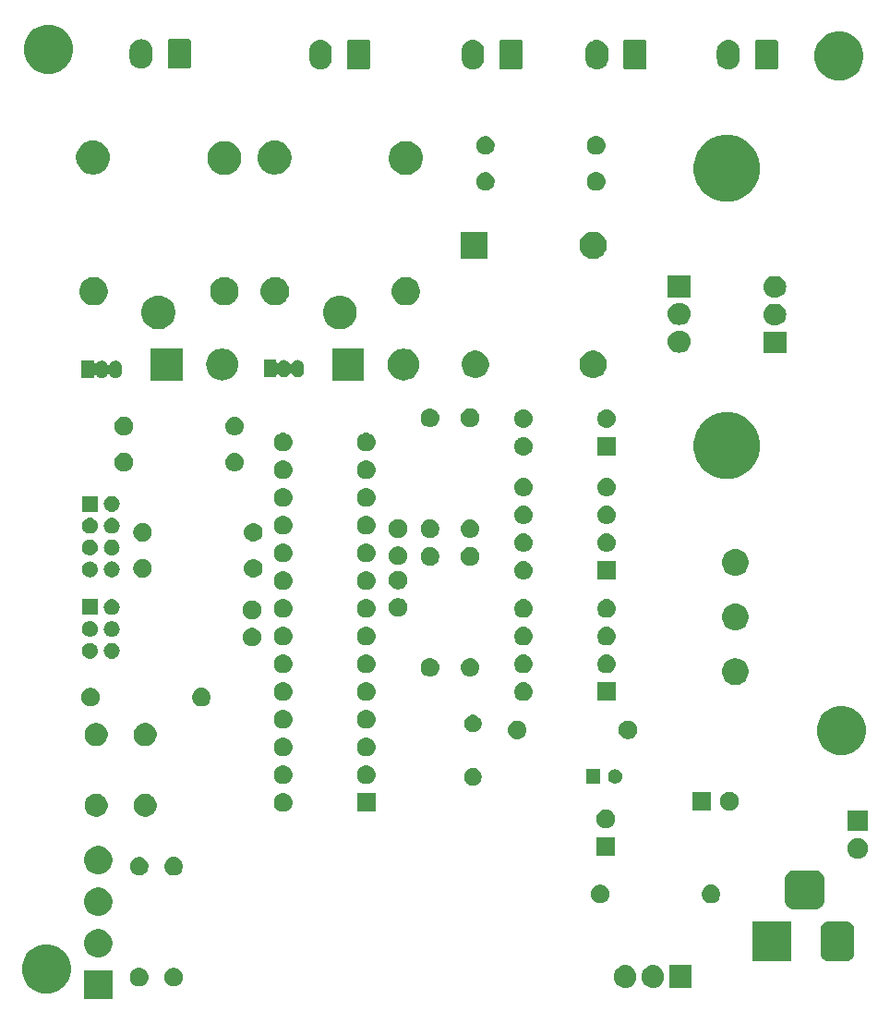
<source format=gbs>
G04 #@! TF.GenerationSoftware,KiCad,Pcbnew,(5.1.2)-1*
G04 #@! TF.CreationDate,2019-06-13T16:49:56+03:00*
G04 #@! TF.ProjectId,Home_Automation,486f6d65-5f41-4757-946f-6d6174696f6e,rev?*
G04 #@! TF.SameCoordinates,Original*
G04 #@! TF.FileFunction,Soldermask,Bot*
G04 #@! TF.FilePolarity,Negative*
%FSLAX46Y46*%
G04 Gerber Fmt 4.6, Leading zero omitted, Abs format (unit mm)*
G04 Created by KiCad (PCBNEW (5.1.2)-1) date 2019-06-13 16:49:56*
%MOMM*%
%LPD*%
G04 APERTURE LIST*
%ADD10C,0.100000*%
G04 APERTURE END LIST*
D10*
G36*
X146525180Y-135603180D02*
G01*
X143923820Y-135603180D01*
X143923820Y-133001820D01*
X146525180Y-133001820D01*
X146525180Y-135603180D01*
X146525180Y-135603180D01*
G37*
G36*
X140737880Y-130601776D02*
G01*
X141118593Y-130677504D01*
X141528249Y-130847189D01*
X141896929Y-131093534D01*
X142210466Y-131407071D01*
X142456811Y-131775751D01*
X142626496Y-132185407D01*
X142713000Y-132620296D01*
X142713000Y-133063704D01*
X142626496Y-133498593D01*
X142456811Y-133908249D01*
X142210466Y-134276929D01*
X141896929Y-134590466D01*
X141528249Y-134836811D01*
X141118593Y-135006496D01*
X140737880Y-135082224D01*
X140683705Y-135093000D01*
X140240295Y-135093000D01*
X140186120Y-135082224D01*
X139805407Y-135006496D01*
X139395751Y-134836811D01*
X139027071Y-134590466D01*
X138713534Y-134276929D01*
X138467189Y-133908249D01*
X138297504Y-133498593D01*
X138211000Y-133063704D01*
X138211000Y-132620296D01*
X138297504Y-132185407D01*
X138467189Y-131775751D01*
X138713534Y-131407071D01*
X139027071Y-131093534D01*
X139395751Y-130847189D01*
X139805407Y-130677504D01*
X140186120Y-130601776D01*
X140240295Y-130591000D01*
X140683705Y-130591000D01*
X140737880Y-130601776D01*
X140737880Y-130601776D01*
G37*
G36*
X196284720Y-132504020D02*
G01*
X196473881Y-132561401D01*
X196648212Y-132654583D01*
X196801015Y-132779985D01*
X196926417Y-132932788D01*
X196931867Y-132942985D01*
X197019598Y-133107117D01*
X197019599Y-133107120D01*
X197076980Y-133296281D01*
X197091500Y-133443707D01*
X197091500Y-133637294D01*
X197076980Y-133784720D01*
X197019599Y-133973881D01*
X196926417Y-134148212D01*
X196801015Y-134301015D01*
X196648212Y-134426417D01*
X196566333Y-134470182D01*
X196473883Y-134519598D01*
X196473880Y-134519599D01*
X196284719Y-134576980D01*
X196088000Y-134596355D01*
X195891280Y-134576980D01*
X195702119Y-134519599D01*
X195527788Y-134426417D01*
X195374985Y-134301015D01*
X195249583Y-134148212D01*
X195174157Y-134007100D01*
X195156402Y-133973883D01*
X195136492Y-133908249D01*
X195099020Y-133784719D01*
X195084500Y-133637293D01*
X195084500Y-133443706D01*
X195099020Y-133296280D01*
X195156401Y-133107119D01*
X195249583Y-132932788D01*
X195374985Y-132779985D01*
X195527788Y-132654583D01*
X195702120Y-132561401D01*
X195891281Y-132504020D01*
X196088000Y-132484645D01*
X196284720Y-132504020D01*
X196284720Y-132504020D01*
G37*
G36*
X193744720Y-132504020D02*
G01*
X193933881Y-132561401D01*
X194108212Y-132654583D01*
X194261015Y-132779985D01*
X194386417Y-132932788D01*
X194391867Y-132942985D01*
X194479598Y-133107117D01*
X194479599Y-133107120D01*
X194536980Y-133296281D01*
X194551500Y-133443707D01*
X194551500Y-133637294D01*
X194536980Y-133784720D01*
X194479599Y-133973881D01*
X194386417Y-134148212D01*
X194261015Y-134301015D01*
X194108212Y-134426417D01*
X194026333Y-134470182D01*
X193933883Y-134519598D01*
X193933880Y-134519599D01*
X193744719Y-134576980D01*
X193548000Y-134596355D01*
X193351280Y-134576980D01*
X193162119Y-134519599D01*
X192987788Y-134426417D01*
X192834985Y-134301015D01*
X192709583Y-134148212D01*
X192634157Y-134007100D01*
X192616402Y-133973883D01*
X192596492Y-133908249D01*
X192559020Y-133784719D01*
X192544500Y-133637293D01*
X192544500Y-133443706D01*
X192559020Y-133296280D01*
X192616401Y-133107119D01*
X192709583Y-132932788D01*
X192834985Y-132779985D01*
X192987788Y-132654583D01*
X193162120Y-132561401D01*
X193351281Y-132504020D01*
X193548000Y-132484645D01*
X193744720Y-132504020D01*
X193744720Y-132504020D01*
G37*
G36*
X199631500Y-134591500D02*
G01*
X197624500Y-134591500D01*
X197624500Y-132489500D01*
X199631500Y-132489500D01*
X199631500Y-134591500D01*
X199631500Y-134591500D01*
G37*
G36*
X152394228Y-132785703D02*
G01*
X152549100Y-132849853D01*
X152688481Y-132942985D01*
X152807015Y-133061519D01*
X152900147Y-133200900D01*
X152964297Y-133355772D01*
X152997000Y-133520184D01*
X152997000Y-133687816D01*
X152964297Y-133852228D01*
X152900147Y-134007100D01*
X152807015Y-134146481D01*
X152688481Y-134265015D01*
X152549100Y-134358147D01*
X152394228Y-134422297D01*
X152229816Y-134455000D01*
X152062184Y-134455000D01*
X151897772Y-134422297D01*
X151742900Y-134358147D01*
X151603519Y-134265015D01*
X151484985Y-134146481D01*
X151391853Y-134007100D01*
X151327703Y-133852228D01*
X151295000Y-133687816D01*
X151295000Y-133520184D01*
X151327703Y-133355772D01*
X151391853Y-133200900D01*
X151484985Y-133061519D01*
X151603519Y-132942985D01*
X151742900Y-132849853D01*
X151897772Y-132785703D01*
X152062184Y-132753000D01*
X152229816Y-132753000D01*
X152394228Y-132785703D01*
X152394228Y-132785703D01*
G37*
G36*
X149137823Y-132765313D02*
G01*
X149298242Y-132813976D01*
X149365361Y-132849852D01*
X149446078Y-132892996D01*
X149575659Y-132999341D01*
X149682004Y-133128922D01*
X149682005Y-133128924D01*
X149761024Y-133276758D01*
X149809687Y-133437177D01*
X149826117Y-133604000D01*
X149809687Y-133770823D01*
X149761024Y-133931242D01*
X149720477Y-134007100D01*
X149682004Y-134079078D01*
X149575659Y-134208659D01*
X149446078Y-134315004D01*
X149446076Y-134315005D01*
X149298242Y-134394024D01*
X149137823Y-134442687D01*
X149012804Y-134455000D01*
X148929196Y-134455000D01*
X148804177Y-134442687D01*
X148643758Y-134394024D01*
X148495924Y-134315005D01*
X148495922Y-134315004D01*
X148366341Y-134208659D01*
X148259996Y-134079078D01*
X148221523Y-134007100D01*
X148180976Y-133931242D01*
X148132313Y-133770823D01*
X148115883Y-133604000D01*
X148132313Y-133437177D01*
X148180976Y-133276758D01*
X148259995Y-133128924D01*
X148259996Y-133128922D01*
X148366341Y-132999341D01*
X148495922Y-132892996D01*
X148576639Y-132849852D01*
X148643758Y-132813976D01*
X148804177Y-132765313D01*
X148929196Y-132753000D01*
X149012804Y-132753000D01*
X149137823Y-132765313D01*
X149137823Y-132765313D01*
G37*
G36*
X213986979Y-128515293D02*
G01*
X214120625Y-128555834D01*
X214243784Y-128621664D01*
X214351740Y-128710260D01*
X214440336Y-128818216D01*
X214506166Y-128941375D01*
X214546707Y-129075021D01*
X214561000Y-129220140D01*
X214561000Y-131383860D01*
X214546707Y-131528979D01*
X214506166Y-131662625D01*
X214440336Y-131785784D01*
X214351740Y-131893740D01*
X214243784Y-131982336D01*
X214120625Y-132048166D01*
X213986979Y-132088707D01*
X213841860Y-132103000D01*
X212178140Y-132103000D01*
X212033021Y-132088707D01*
X211899375Y-132048166D01*
X211776216Y-131982336D01*
X211668260Y-131893740D01*
X211579664Y-131785784D01*
X211513834Y-131662625D01*
X211473293Y-131528979D01*
X211459000Y-131383860D01*
X211459000Y-129220140D01*
X211473293Y-129075021D01*
X211513834Y-128941375D01*
X211579664Y-128818216D01*
X211668260Y-128710260D01*
X211776216Y-128621664D01*
X211899375Y-128555834D01*
X212033021Y-128515293D01*
X212178140Y-128501000D01*
X213841860Y-128501000D01*
X213986979Y-128515293D01*
X213986979Y-128515293D01*
G37*
G36*
X208811000Y-132103000D02*
G01*
X205209000Y-132103000D01*
X205209000Y-128501000D01*
X208811000Y-128501000D01*
X208811000Y-132103000D01*
X208811000Y-132103000D01*
G37*
G36*
X145603893Y-129241804D02*
G01*
X145840601Y-129339852D01*
X145840603Y-129339853D01*
X146053635Y-129482196D01*
X146234804Y-129663365D01*
X146377147Y-129876397D01*
X146377148Y-129876399D01*
X146475196Y-130113107D01*
X146525180Y-130364393D01*
X146525180Y-130620607D01*
X146475196Y-130871893D01*
X146383389Y-131093534D01*
X146377147Y-131108603D01*
X146234804Y-131321635D01*
X146053635Y-131502804D01*
X145840603Y-131645147D01*
X145840602Y-131645148D01*
X145840601Y-131645148D01*
X145603893Y-131743196D01*
X145352607Y-131793180D01*
X145096393Y-131793180D01*
X144845107Y-131743196D01*
X144608399Y-131645148D01*
X144608398Y-131645148D01*
X144608397Y-131645147D01*
X144395365Y-131502804D01*
X144214196Y-131321635D01*
X144071853Y-131108603D01*
X144065611Y-131093534D01*
X143973804Y-130871893D01*
X143923820Y-130620607D01*
X143923820Y-130364393D01*
X143973804Y-130113107D01*
X144071852Y-129876399D01*
X144071853Y-129876397D01*
X144214196Y-129663365D01*
X144395365Y-129482196D01*
X144608397Y-129339853D01*
X144608399Y-129339852D01*
X144845107Y-129241804D01*
X145096393Y-129191820D01*
X145352607Y-129191820D01*
X145603893Y-129241804D01*
X145603893Y-129241804D01*
G37*
G36*
X145603893Y-125431804D02*
G01*
X145840601Y-125529852D01*
X145840603Y-125529853D01*
X146053635Y-125672196D01*
X146234804Y-125853365D01*
X146322091Y-125984000D01*
X146377148Y-126066399D01*
X146475196Y-126303107D01*
X146525180Y-126554393D01*
X146525180Y-126810607D01*
X146475196Y-127061893D01*
X146435748Y-127157128D01*
X146377147Y-127298603D01*
X146234804Y-127511635D01*
X146053635Y-127692804D01*
X145840603Y-127835147D01*
X145840602Y-127835148D01*
X145840601Y-127835148D01*
X145603893Y-127933196D01*
X145352607Y-127983180D01*
X145096393Y-127983180D01*
X144845107Y-127933196D01*
X144608399Y-127835148D01*
X144608398Y-127835148D01*
X144608397Y-127835147D01*
X144395365Y-127692804D01*
X144214196Y-127511635D01*
X144071853Y-127298603D01*
X144013252Y-127157128D01*
X143973804Y-127061893D01*
X143923820Y-126810607D01*
X143923820Y-126554393D01*
X143973804Y-126303107D01*
X144071852Y-126066399D01*
X144126909Y-125984000D01*
X144214196Y-125853365D01*
X144395365Y-125672196D01*
X144608397Y-125529853D01*
X144608399Y-125529852D01*
X144845107Y-125431804D01*
X145096393Y-125381820D01*
X145352607Y-125381820D01*
X145603893Y-125431804D01*
X145603893Y-125431804D01*
G37*
G36*
X211136366Y-123817695D02*
G01*
X211293460Y-123865349D01*
X211438231Y-123942731D01*
X211565128Y-124046872D01*
X211669269Y-124173769D01*
X211746651Y-124318540D01*
X211794305Y-124475634D01*
X211811000Y-124645140D01*
X211811000Y-126558860D01*
X211794305Y-126728366D01*
X211746651Y-126885460D01*
X211669269Y-127030231D01*
X211565128Y-127157128D01*
X211438231Y-127261269D01*
X211293460Y-127338651D01*
X211136366Y-127386305D01*
X210966860Y-127403000D01*
X209053140Y-127403000D01*
X208883634Y-127386305D01*
X208726540Y-127338651D01*
X208581769Y-127261269D01*
X208454872Y-127157128D01*
X208350731Y-127030231D01*
X208273349Y-126885460D01*
X208225695Y-126728366D01*
X208209000Y-126558860D01*
X208209000Y-124645140D01*
X208225695Y-124475634D01*
X208273349Y-124318540D01*
X208350731Y-124173769D01*
X208454872Y-124046872D01*
X208581769Y-123942731D01*
X208726540Y-123865349D01*
X208883634Y-123817695D01*
X209053140Y-123801000D01*
X210966860Y-123801000D01*
X211136366Y-123817695D01*
X211136366Y-123817695D01*
G37*
G36*
X191510228Y-125165703D02*
G01*
X191665100Y-125229853D01*
X191804481Y-125322985D01*
X191923015Y-125441519D01*
X192016147Y-125580900D01*
X192080297Y-125735772D01*
X192113000Y-125900184D01*
X192113000Y-126067816D01*
X192080297Y-126232228D01*
X192016147Y-126387100D01*
X191923015Y-126526481D01*
X191804481Y-126645015D01*
X191665100Y-126738147D01*
X191510228Y-126802297D01*
X191345816Y-126835000D01*
X191178184Y-126835000D01*
X191013772Y-126802297D01*
X190858900Y-126738147D01*
X190719519Y-126645015D01*
X190600985Y-126526481D01*
X190507853Y-126387100D01*
X190443703Y-126232228D01*
X190411000Y-126067816D01*
X190411000Y-125900184D01*
X190443703Y-125735772D01*
X190507853Y-125580900D01*
X190600985Y-125441519D01*
X190719519Y-125322985D01*
X190858900Y-125229853D01*
X191013772Y-125165703D01*
X191178184Y-125133000D01*
X191345816Y-125133000D01*
X191510228Y-125165703D01*
X191510228Y-125165703D01*
G37*
G36*
X201588823Y-125145313D02*
G01*
X201749242Y-125193976D01*
X201816361Y-125229852D01*
X201897078Y-125272996D01*
X202026659Y-125379341D01*
X202133004Y-125508922D01*
X202133005Y-125508924D01*
X202212024Y-125656758D01*
X202260687Y-125817177D01*
X202277117Y-125984000D01*
X202260687Y-126150823D01*
X202212024Y-126311242D01*
X202171477Y-126387100D01*
X202133004Y-126459078D01*
X202026659Y-126588659D01*
X201897078Y-126695004D01*
X201897076Y-126695005D01*
X201749242Y-126774024D01*
X201588823Y-126822687D01*
X201463804Y-126835000D01*
X201380196Y-126835000D01*
X201255177Y-126822687D01*
X201094758Y-126774024D01*
X200946924Y-126695005D01*
X200946922Y-126695004D01*
X200817341Y-126588659D01*
X200710996Y-126459078D01*
X200672523Y-126387100D01*
X200631976Y-126311242D01*
X200583313Y-126150823D01*
X200566883Y-125984000D01*
X200583313Y-125817177D01*
X200631976Y-125656758D01*
X200710995Y-125508924D01*
X200710996Y-125508922D01*
X200817341Y-125379341D01*
X200946922Y-125272996D01*
X201027639Y-125229852D01*
X201094758Y-125193976D01*
X201255177Y-125145313D01*
X201380196Y-125133000D01*
X201463804Y-125133000D01*
X201588823Y-125145313D01*
X201588823Y-125145313D01*
G37*
G36*
X149219228Y-122625703D02*
G01*
X149374100Y-122689853D01*
X149513481Y-122782985D01*
X149632015Y-122901519D01*
X149725147Y-123040900D01*
X149789297Y-123195772D01*
X149822000Y-123360184D01*
X149822000Y-123527816D01*
X149789297Y-123692228D01*
X149725147Y-123847100D01*
X149632015Y-123986481D01*
X149513481Y-124105015D01*
X149374100Y-124198147D01*
X149219228Y-124262297D01*
X149054816Y-124295000D01*
X148887184Y-124295000D01*
X148722772Y-124262297D01*
X148567900Y-124198147D01*
X148428519Y-124105015D01*
X148309985Y-123986481D01*
X148216853Y-123847100D01*
X148152703Y-123692228D01*
X148120000Y-123527816D01*
X148120000Y-123360184D01*
X148152703Y-123195772D01*
X148216853Y-123040900D01*
X148309985Y-122901519D01*
X148428519Y-122782985D01*
X148567900Y-122689853D01*
X148722772Y-122625703D01*
X148887184Y-122593000D01*
X149054816Y-122593000D01*
X149219228Y-122625703D01*
X149219228Y-122625703D01*
G37*
G36*
X152312823Y-122605313D02*
G01*
X152473242Y-122653976D01*
X152540361Y-122689852D01*
X152621078Y-122732996D01*
X152750659Y-122839341D01*
X152857004Y-122968922D01*
X152857005Y-122968924D01*
X152936024Y-123116758D01*
X152984687Y-123277177D01*
X153001117Y-123444000D01*
X152984687Y-123610823D01*
X152936024Y-123771242D01*
X152895477Y-123847100D01*
X152857004Y-123919078D01*
X152750659Y-124048659D01*
X152621078Y-124155004D01*
X152621076Y-124155005D01*
X152473242Y-124234024D01*
X152312823Y-124282687D01*
X152187804Y-124295000D01*
X152104196Y-124295000D01*
X151979177Y-124282687D01*
X151818758Y-124234024D01*
X151670924Y-124155005D01*
X151670922Y-124155004D01*
X151541341Y-124048659D01*
X151434996Y-123919078D01*
X151396523Y-123847100D01*
X151355976Y-123771242D01*
X151307313Y-123610823D01*
X151290883Y-123444000D01*
X151307313Y-123277177D01*
X151355976Y-123116758D01*
X151434995Y-122968924D01*
X151434996Y-122968922D01*
X151541341Y-122839341D01*
X151670922Y-122732996D01*
X151751639Y-122689852D01*
X151818758Y-122653976D01*
X151979177Y-122605313D01*
X152104196Y-122593000D01*
X152187804Y-122593000D01*
X152312823Y-122605313D01*
X152312823Y-122605313D01*
G37*
G36*
X145603893Y-121621804D02*
G01*
X145840601Y-121719852D01*
X145840603Y-121719853D01*
X146053635Y-121862196D01*
X146234804Y-122043365D01*
X146368507Y-122243467D01*
X146377148Y-122256399D01*
X146475196Y-122493107D01*
X146525180Y-122744393D01*
X146525180Y-123000607D01*
X146475196Y-123251893D01*
X146395622Y-123444000D01*
X146377147Y-123488603D01*
X146234804Y-123701635D01*
X146053635Y-123882804D01*
X145840603Y-124025147D01*
X145840602Y-124025148D01*
X145840601Y-124025148D01*
X145603893Y-124123196D01*
X145352607Y-124173180D01*
X145096393Y-124173180D01*
X144845107Y-124123196D01*
X144608399Y-124025148D01*
X144608398Y-124025148D01*
X144608397Y-124025147D01*
X144395365Y-123882804D01*
X144214196Y-123701635D01*
X144071853Y-123488603D01*
X144053378Y-123444000D01*
X143973804Y-123251893D01*
X143923820Y-123000607D01*
X143923820Y-122744393D01*
X143973804Y-122493107D01*
X144071852Y-122256399D01*
X144080493Y-122243467D01*
X144214196Y-122043365D01*
X144395365Y-121862196D01*
X144608397Y-121719853D01*
X144608399Y-121719852D01*
X144845107Y-121621804D01*
X145096393Y-121571820D01*
X145352607Y-121571820D01*
X145603893Y-121621804D01*
X145603893Y-121621804D01*
G37*
G36*
X215161395Y-120878546D02*
G01*
X215334466Y-120950234D01*
X215334467Y-120950235D01*
X215490227Y-121054310D01*
X215622690Y-121186773D01*
X215622691Y-121186775D01*
X215726766Y-121342534D01*
X215798454Y-121515605D01*
X215835000Y-121699333D01*
X215835000Y-121886667D01*
X215798454Y-122070395D01*
X215726766Y-122243466D01*
X215718124Y-122256399D01*
X215622690Y-122399227D01*
X215490227Y-122531690D01*
X215411818Y-122584081D01*
X215334466Y-122635766D01*
X215161395Y-122707454D01*
X214977667Y-122744000D01*
X214790333Y-122744000D01*
X214606605Y-122707454D01*
X214433534Y-122635766D01*
X214356182Y-122584081D01*
X214277773Y-122531690D01*
X214145310Y-122399227D01*
X214049876Y-122256399D01*
X214041234Y-122243466D01*
X213969546Y-122070395D01*
X213933000Y-121886667D01*
X213933000Y-121699333D01*
X213969546Y-121515605D01*
X214041234Y-121342534D01*
X214145309Y-121186775D01*
X214145310Y-121186773D01*
X214277773Y-121054310D01*
X214433533Y-120950235D01*
X214433534Y-120950234D01*
X214606605Y-120878546D01*
X214790333Y-120842000D01*
X214977667Y-120842000D01*
X215161395Y-120878546D01*
X215161395Y-120878546D01*
G37*
G36*
X192621000Y-122453500D02*
G01*
X190919000Y-122453500D01*
X190919000Y-120751500D01*
X192621000Y-120751500D01*
X192621000Y-122453500D01*
X192621000Y-122453500D01*
G37*
G36*
X215835000Y-120204000D02*
G01*
X213933000Y-120204000D01*
X213933000Y-118302000D01*
X215835000Y-118302000D01*
X215835000Y-120204000D01*
X215835000Y-120204000D01*
G37*
G36*
X192018228Y-118284203D02*
G01*
X192173100Y-118348353D01*
X192312481Y-118441485D01*
X192431015Y-118560019D01*
X192524147Y-118699400D01*
X192588297Y-118854272D01*
X192621000Y-119018684D01*
X192621000Y-119186316D01*
X192588297Y-119350728D01*
X192524147Y-119505600D01*
X192431015Y-119644981D01*
X192312481Y-119763515D01*
X192173100Y-119856647D01*
X192018228Y-119920797D01*
X191853816Y-119953500D01*
X191686184Y-119953500D01*
X191521772Y-119920797D01*
X191366900Y-119856647D01*
X191227519Y-119763515D01*
X191108985Y-119644981D01*
X191015853Y-119505600D01*
X190951703Y-119350728D01*
X190919000Y-119186316D01*
X190919000Y-119018684D01*
X190951703Y-118854272D01*
X191015853Y-118699400D01*
X191108985Y-118560019D01*
X191227519Y-118441485D01*
X191366900Y-118348353D01*
X191521772Y-118284203D01*
X191686184Y-118251500D01*
X191853816Y-118251500D01*
X192018228Y-118284203D01*
X192018228Y-118284203D01*
G37*
G36*
X149840564Y-116845389D02*
G01*
X150031833Y-116924615D01*
X150031835Y-116924616D01*
X150203973Y-117039635D01*
X150350365Y-117186027D01*
X150465385Y-117358167D01*
X150544611Y-117549436D01*
X150585000Y-117752484D01*
X150585000Y-117959516D01*
X150544611Y-118162564D01*
X150486855Y-118302000D01*
X150465384Y-118353835D01*
X150350365Y-118525973D01*
X150203973Y-118672365D01*
X150031835Y-118787384D01*
X150031834Y-118787385D01*
X150031833Y-118787385D01*
X149840564Y-118866611D01*
X149637516Y-118907000D01*
X149430484Y-118907000D01*
X149227436Y-118866611D01*
X149036167Y-118787385D01*
X149036166Y-118787385D01*
X149036165Y-118787384D01*
X148864027Y-118672365D01*
X148717635Y-118525973D01*
X148602616Y-118353835D01*
X148581145Y-118302000D01*
X148523389Y-118162564D01*
X148483000Y-117959516D01*
X148483000Y-117752484D01*
X148523389Y-117549436D01*
X148602615Y-117358167D01*
X148717635Y-117186027D01*
X148864027Y-117039635D01*
X149036165Y-116924616D01*
X149036167Y-116924615D01*
X149227436Y-116845389D01*
X149430484Y-116805000D01*
X149637516Y-116805000D01*
X149840564Y-116845389D01*
X149840564Y-116845389D01*
G37*
G36*
X145340564Y-116845389D02*
G01*
X145531833Y-116924615D01*
X145531835Y-116924616D01*
X145703973Y-117039635D01*
X145850365Y-117186027D01*
X145965385Y-117358167D01*
X146044611Y-117549436D01*
X146085000Y-117752484D01*
X146085000Y-117959516D01*
X146044611Y-118162564D01*
X145986855Y-118302000D01*
X145965384Y-118353835D01*
X145850365Y-118525973D01*
X145703973Y-118672365D01*
X145531835Y-118787384D01*
X145531834Y-118787385D01*
X145531833Y-118787385D01*
X145340564Y-118866611D01*
X145137516Y-118907000D01*
X144930484Y-118907000D01*
X144727436Y-118866611D01*
X144536167Y-118787385D01*
X144536166Y-118787385D01*
X144536165Y-118787384D01*
X144364027Y-118672365D01*
X144217635Y-118525973D01*
X144102616Y-118353835D01*
X144081145Y-118302000D01*
X144023389Y-118162564D01*
X143983000Y-117959516D01*
X143983000Y-117752484D01*
X144023389Y-117549436D01*
X144102615Y-117358167D01*
X144217635Y-117186027D01*
X144364027Y-117039635D01*
X144536165Y-116924616D01*
X144536167Y-116924615D01*
X144727436Y-116845389D01*
X144930484Y-116805000D01*
X145137516Y-116805000D01*
X145340564Y-116845389D01*
X145340564Y-116845389D01*
G37*
G36*
X162345823Y-116763313D02*
G01*
X162506242Y-116811976D01*
X162568753Y-116845389D01*
X162654078Y-116890996D01*
X162783659Y-116997341D01*
X162890004Y-117126922D01*
X162890005Y-117126924D01*
X162969024Y-117274758D01*
X163017687Y-117435177D01*
X163034117Y-117602000D01*
X163017687Y-117768823D01*
X162969024Y-117929242D01*
X162952843Y-117959514D01*
X162890004Y-118077078D01*
X162783659Y-118206659D01*
X162654078Y-118313004D01*
X162654076Y-118313005D01*
X162506242Y-118392024D01*
X162345823Y-118440687D01*
X162220804Y-118453000D01*
X162137196Y-118453000D01*
X162012177Y-118440687D01*
X161851758Y-118392024D01*
X161703924Y-118313005D01*
X161703922Y-118313004D01*
X161574341Y-118206659D01*
X161467996Y-118077078D01*
X161405157Y-117959514D01*
X161388976Y-117929242D01*
X161340313Y-117768823D01*
X161323883Y-117602000D01*
X161340313Y-117435177D01*
X161388976Y-117274758D01*
X161467995Y-117126924D01*
X161467996Y-117126922D01*
X161574341Y-116997341D01*
X161703922Y-116890996D01*
X161789247Y-116845389D01*
X161851758Y-116811976D01*
X162012177Y-116763313D01*
X162137196Y-116751000D01*
X162220804Y-116751000D01*
X162345823Y-116763313D01*
X162345823Y-116763313D01*
G37*
G36*
X170650000Y-118453000D02*
G01*
X168948000Y-118453000D01*
X168948000Y-116751000D01*
X170650000Y-116751000D01*
X170650000Y-118453000D01*
X170650000Y-118453000D01*
G37*
G36*
X203344728Y-116656703D02*
G01*
X203499600Y-116720853D01*
X203638981Y-116813985D01*
X203757515Y-116932519D01*
X203850647Y-117071900D01*
X203914797Y-117226772D01*
X203947500Y-117391184D01*
X203947500Y-117558816D01*
X203914797Y-117723228D01*
X203850647Y-117878100D01*
X203757515Y-118017481D01*
X203638981Y-118136015D01*
X203499600Y-118229147D01*
X203344728Y-118293297D01*
X203180316Y-118326000D01*
X203012684Y-118326000D01*
X202848272Y-118293297D01*
X202693400Y-118229147D01*
X202554019Y-118136015D01*
X202435485Y-118017481D01*
X202342353Y-117878100D01*
X202278203Y-117723228D01*
X202245500Y-117558816D01*
X202245500Y-117391184D01*
X202278203Y-117226772D01*
X202342353Y-117071900D01*
X202435485Y-116932519D01*
X202554019Y-116813985D01*
X202693400Y-116720853D01*
X202848272Y-116656703D01*
X203012684Y-116624000D01*
X203180316Y-116624000D01*
X203344728Y-116656703D01*
X203344728Y-116656703D01*
G37*
G36*
X201447500Y-118326000D02*
G01*
X199745500Y-118326000D01*
X199745500Y-116624000D01*
X201447500Y-116624000D01*
X201447500Y-118326000D01*
X201447500Y-118326000D01*
G37*
G36*
X179811642Y-114472781D02*
G01*
X179957414Y-114533162D01*
X179957416Y-114533163D01*
X180088608Y-114620822D01*
X180200178Y-114732392D01*
X180227987Y-114774012D01*
X180287838Y-114863586D01*
X180348219Y-115009358D01*
X180379000Y-115164107D01*
X180379000Y-115321893D01*
X180348219Y-115476642D01*
X180323186Y-115537076D01*
X180287837Y-115622416D01*
X180200178Y-115753608D01*
X180088608Y-115865178D01*
X179957416Y-115952837D01*
X179957415Y-115952838D01*
X179957414Y-115952838D01*
X179811642Y-116013219D01*
X179656893Y-116044000D01*
X179499107Y-116044000D01*
X179344358Y-116013219D01*
X179198586Y-115952838D01*
X179198585Y-115952838D01*
X179198584Y-115952837D01*
X179067392Y-115865178D01*
X178955822Y-115753608D01*
X178868163Y-115622416D01*
X178832814Y-115537076D01*
X178807781Y-115476642D01*
X178777000Y-115321893D01*
X178777000Y-115164107D01*
X178807781Y-115009358D01*
X178868162Y-114863586D01*
X178928013Y-114774012D01*
X178955822Y-114732392D01*
X179067392Y-114620822D01*
X179198584Y-114533163D01*
X179198586Y-114533162D01*
X179344358Y-114472781D01*
X179499107Y-114442000D01*
X179656893Y-114442000D01*
X179811642Y-114472781D01*
X179811642Y-114472781D01*
G37*
G36*
X169965823Y-114223313D02*
G01*
X170126242Y-114271976D01*
X170258906Y-114342886D01*
X170274078Y-114350996D01*
X170403659Y-114457341D01*
X170510004Y-114586922D01*
X170510005Y-114586924D01*
X170589024Y-114734758D01*
X170637687Y-114895177D01*
X170654117Y-115062000D01*
X170637687Y-115228823D01*
X170589024Y-115389242D01*
X170518114Y-115521906D01*
X170510004Y-115537078D01*
X170403659Y-115666659D01*
X170274078Y-115773004D01*
X170274076Y-115773005D01*
X170126242Y-115852024D01*
X169965823Y-115900687D01*
X169840804Y-115913000D01*
X169757196Y-115913000D01*
X169632177Y-115900687D01*
X169471758Y-115852024D01*
X169323924Y-115773005D01*
X169323922Y-115773004D01*
X169194341Y-115666659D01*
X169087996Y-115537078D01*
X169079886Y-115521906D01*
X169008976Y-115389242D01*
X168960313Y-115228823D01*
X168943883Y-115062000D01*
X168960313Y-114895177D01*
X169008976Y-114734758D01*
X169087995Y-114586924D01*
X169087996Y-114586922D01*
X169194341Y-114457341D01*
X169323922Y-114350996D01*
X169339094Y-114342886D01*
X169471758Y-114271976D01*
X169632177Y-114223313D01*
X169757196Y-114211000D01*
X169840804Y-114211000D01*
X169965823Y-114223313D01*
X169965823Y-114223313D01*
G37*
G36*
X162345823Y-114223313D02*
G01*
X162506242Y-114271976D01*
X162638906Y-114342886D01*
X162654078Y-114350996D01*
X162783659Y-114457341D01*
X162890004Y-114586922D01*
X162890005Y-114586924D01*
X162969024Y-114734758D01*
X163017687Y-114895177D01*
X163034117Y-115062000D01*
X163017687Y-115228823D01*
X162969024Y-115389242D01*
X162898114Y-115521906D01*
X162890004Y-115537078D01*
X162783659Y-115666659D01*
X162654078Y-115773004D01*
X162654076Y-115773005D01*
X162506242Y-115852024D01*
X162345823Y-115900687D01*
X162220804Y-115913000D01*
X162137196Y-115913000D01*
X162012177Y-115900687D01*
X161851758Y-115852024D01*
X161703924Y-115773005D01*
X161703922Y-115773004D01*
X161574341Y-115666659D01*
X161467996Y-115537078D01*
X161459886Y-115521906D01*
X161388976Y-115389242D01*
X161340313Y-115228823D01*
X161323883Y-115062000D01*
X161340313Y-114895177D01*
X161388976Y-114734758D01*
X161467995Y-114586924D01*
X161467996Y-114586922D01*
X161574341Y-114457341D01*
X161703922Y-114350996D01*
X161719094Y-114342886D01*
X161851758Y-114271976D01*
X162012177Y-114223313D01*
X162137196Y-114211000D01*
X162220804Y-114211000D01*
X162345823Y-114223313D01*
X162345823Y-114223313D01*
G37*
G36*
X192816890Y-114563017D02*
G01*
X192935364Y-114612091D01*
X193041988Y-114683335D01*
X193132665Y-114774012D01*
X193192517Y-114863586D01*
X193203910Y-114880638D01*
X193252983Y-114999110D01*
X193278000Y-115124881D01*
X193278000Y-115253119D01*
X193252983Y-115378890D01*
X193212493Y-115476642D01*
X193203909Y-115497364D01*
X193132665Y-115603988D01*
X193041988Y-115694665D01*
X192935364Y-115765909D01*
X192935363Y-115765910D01*
X192935362Y-115765910D01*
X192816890Y-115814983D01*
X192691119Y-115840000D01*
X192562881Y-115840000D01*
X192437110Y-115814983D01*
X192318638Y-115765910D01*
X192318637Y-115765910D01*
X192318636Y-115765909D01*
X192212012Y-115694665D01*
X192121335Y-115603988D01*
X192050091Y-115497364D01*
X192041508Y-115476642D01*
X192001017Y-115378890D01*
X191976000Y-115253119D01*
X191976000Y-115124881D01*
X192001017Y-114999110D01*
X192050090Y-114880638D01*
X192061484Y-114863586D01*
X192121335Y-114774012D01*
X192212012Y-114683335D01*
X192318636Y-114612091D01*
X192437110Y-114563017D01*
X192562881Y-114538000D01*
X192691119Y-114538000D01*
X192816890Y-114563017D01*
X192816890Y-114563017D01*
G37*
G36*
X191278000Y-115840000D02*
G01*
X189976000Y-115840000D01*
X189976000Y-114538000D01*
X191278000Y-114538000D01*
X191278000Y-115840000D01*
X191278000Y-115840000D01*
G37*
G36*
X169965823Y-111683313D02*
G01*
X170126242Y-111731976D01*
X170165195Y-111752797D01*
X170274078Y-111810996D01*
X170403659Y-111917341D01*
X170510004Y-112046922D01*
X170510005Y-112046924D01*
X170589024Y-112194758D01*
X170637687Y-112355177D01*
X170654117Y-112522000D01*
X170637687Y-112688823D01*
X170589024Y-112849242D01*
X170518114Y-112981906D01*
X170510004Y-112997078D01*
X170403659Y-113126659D01*
X170274078Y-113233004D01*
X170274076Y-113233005D01*
X170126242Y-113312024D01*
X169965823Y-113360687D01*
X169840804Y-113373000D01*
X169757196Y-113373000D01*
X169632177Y-113360687D01*
X169471758Y-113312024D01*
X169323924Y-113233005D01*
X169323922Y-113233004D01*
X169194341Y-113126659D01*
X169087996Y-112997078D01*
X169079886Y-112981906D01*
X169008976Y-112849242D01*
X168960313Y-112688823D01*
X168943883Y-112522000D01*
X168960313Y-112355177D01*
X169008976Y-112194758D01*
X169087995Y-112046924D01*
X169087996Y-112046922D01*
X169194341Y-111917341D01*
X169323922Y-111810996D01*
X169432805Y-111752797D01*
X169471758Y-111731976D01*
X169632177Y-111683313D01*
X169757196Y-111671000D01*
X169840804Y-111671000D01*
X169965823Y-111683313D01*
X169965823Y-111683313D01*
G37*
G36*
X162345823Y-111683313D02*
G01*
X162506242Y-111731976D01*
X162545195Y-111752797D01*
X162654078Y-111810996D01*
X162783659Y-111917341D01*
X162890004Y-112046922D01*
X162890005Y-112046924D01*
X162969024Y-112194758D01*
X163017687Y-112355177D01*
X163034117Y-112522000D01*
X163017687Y-112688823D01*
X162969024Y-112849242D01*
X162898114Y-112981906D01*
X162890004Y-112997078D01*
X162783659Y-113126659D01*
X162654078Y-113233004D01*
X162654076Y-113233005D01*
X162506242Y-113312024D01*
X162345823Y-113360687D01*
X162220804Y-113373000D01*
X162137196Y-113373000D01*
X162012177Y-113360687D01*
X161851758Y-113312024D01*
X161703924Y-113233005D01*
X161703922Y-113233004D01*
X161574341Y-113126659D01*
X161467996Y-112997078D01*
X161459886Y-112981906D01*
X161388976Y-112849242D01*
X161340313Y-112688823D01*
X161323883Y-112522000D01*
X161340313Y-112355177D01*
X161388976Y-112194758D01*
X161467995Y-112046924D01*
X161467996Y-112046922D01*
X161574341Y-111917341D01*
X161703922Y-111810996D01*
X161812805Y-111752797D01*
X161851758Y-111731976D01*
X162012177Y-111683313D01*
X162137196Y-111671000D01*
X162220804Y-111671000D01*
X162345823Y-111683313D01*
X162345823Y-111683313D01*
G37*
G36*
X213635880Y-108757776D02*
G01*
X214016593Y-108833504D01*
X214426249Y-109003189D01*
X214794929Y-109249534D01*
X215108466Y-109563071D01*
X215354811Y-109931751D01*
X215524496Y-110341407D01*
X215600224Y-110722120D01*
X215610151Y-110772025D01*
X215611000Y-110776296D01*
X215611000Y-111219704D01*
X215524496Y-111654593D01*
X215354811Y-112064249D01*
X215108466Y-112432929D01*
X214794929Y-112746466D01*
X214426249Y-112992811D01*
X214016593Y-113162496D01*
X213662122Y-113233004D01*
X213581705Y-113249000D01*
X213138295Y-113249000D01*
X213057878Y-113233004D01*
X212703407Y-113162496D01*
X212293751Y-112992811D01*
X211925071Y-112746466D01*
X211611534Y-112432929D01*
X211365189Y-112064249D01*
X211195504Y-111654593D01*
X211109000Y-111219704D01*
X211109000Y-110776296D01*
X211109850Y-110772025D01*
X211119776Y-110722120D01*
X211195504Y-110341407D01*
X211365189Y-109931751D01*
X211611534Y-109563071D01*
X211925071Y-109249534D01*
X212293751Y-109003189D01*
X212703407Y-108833504D01*
X213084120Y-108757776D01*
X213138295Y-108747000D01*
X213581705Y-108747000D01*
X213635880Y-108757776D01*
X213635880Y-108757776D01*
G37*
G36*
X149840564Y-110345389D02*
G01*
X149953141Y-110392020D01*
X150031835Y-110424616D01*
X150191648Y-110531400D01*
X150203973Y-110539635D01*
X150350365Y-110686027D01*
X150465385Y-110858167D01*
X150544611Y-111049436D01*
X150585000Y-111252484D01*
X150585000Y-111459516D01*
X150544611Y-111662564D01*
X150465385Y-111853833D01*
X150465384Y-111853835D01*
X150350365Y-112025973D01*
X150203973Y-112172365D01*
X150031835Y-112287384D01*
X150031834Y-112287385D01*
X150031833Y-112287385D01*
X149840564Y-112366611D01*
X149637516Y-112407000D01*
X149430484Y-112407000D01*
X149227436Y-112366611D01*
X149036167Y-112287385D01*
X149036166Y-112287385D01*
X149036165Y-112287384D01*
X148864027Y-112172365D01*
X148717635Y-112025973D01*
X148602616Y-111853835D01*
X148602615Y-111853833D01*
X148523389Y-111662564D01*
X148483000Y-111459516D01*
X148483000Y-111252484D01*
X148523389Y-111049436D01*
X148602615Y-110858167D01*
X148717635Y-110686027D01*
X148864027Y-110539635D01*
X148876352Y-110531400D01*
X149036165Y-110424616D01*
X149114859Y-110392020D01*
X149227436Y-110345389D01*
X149430484Y-110305000D01*
X149637516Y-110305000D01*
X149840564Y-110345389D01*
X149840564Y-110345389D01*
G37*
G36*
X145340564Y-110345389D02*
G01*
X145453141Y-110392020D01*
X145531835Y-110424616D01*
X145691648Y-110531400D01*
X145703973Y-110539635D01*
X145850365Y-110686027D01*
X145965385Y-110858167D01*
X146044611Y-111049436D01*
X146085000Y-111252484D01*
X146085000Y-111459516D01*
X146044611Y-111662564D01*
X145965385Y-111853833D01*
X145965384Y-111853835D01*
X145850365Y-112025973D01*
X145703973Y-112172365D01*
X145531835Y-112287384D01*
X145531834Y-112287385D01*
X145531833Y-112287385D01*
X145340564Y-112366611D01*
X145137516Y-112407000D01*
X144930484Y-112407000D01*
X144727436Y-112366611D01*
X144536167Y-112287385D01*
X144536166Y-112287385D01*
X144536165Y-112287384D01*
X144364027Y-112172365D01*
X144217635Y-112025973D01*
X144102616Y-111853835D01*
X144102615Y-111853833D01*
X144023389Y-111662564D01*
X143983000Y-111459516D01*
X143983000Y-111252484D01*
X144023389Y-111049436D01*
X144102615Y-110858167D01*
X144217635Y-110686027D01*
X144364027Y-110539635D01*
X144376352Y-110531400D01*
X144536165Y-110424616D01*
X144614859Y-110392020D01*
X144727436Y-110345389D01*
X144930484Y-110305000D01*
X145137516Y-110305000D01*
X145340564Y-110345389D01*
X145340564Y-110345389D01*
G37*
G36*
X194050228Y-110116203D02*
G01*
X194205100Y-110180353D01*
X194344481Y-110273485D01*
X194463015Y-110392019D01*
X194556147Y-110531400D01*
X194620297Y-110686272D01*
X194653000Y-110850684D01*
X194653000Y-111018316D01*
X194620297Y-111182728D01*
X194556147Y-111337600D01*
X194463015Y-111476981D01*
X194344481Y-111595515D01*
X194205100Y-111688647D01*
X194050228Y-111752797D01*
X193885816Y-111785500D01*
X193718184Y-111785500D01*
X193553772Y-111752797D01*
X193398900Y-111688647D01*
X193259519Y-111595515D01*
X193140985Y-111476981D01*
X193047853Y-111337600D01*
X192983703Y-111182728D01*
X192951000Y-111018316D01*
X192951000Y-110850684D01*
X192983703Y-110686272D01*
X193047853Y-110531400D01*
X193140985Y-110392019D01*
X193259519Y-110273485D01*
X193398900Y-110180353D01*
X193553772Y-110116203D01*
X193718184Y-110083500D01*
X193885816Y-110083500D01*
X194050228Y-110116203D01*
X194050228Y-110116203D01*
G37*
G36*
X183808823Y-110095813D02*
G01*
X183969242Y-110144476D01*
X184036361Y-110180352D01*
X184117078Y-110223496D01*
X184246659Y-110329841D01*
X184353004Y-110459422D01*
X184353005Y-110459424D01*
X184432024Y-110607258D01*
X184480687Y-110767677D01*
X184497117Y-110934500D01*
X184480687Y-111101323D01*
X184432024Y-111261742D01*
X184391477Y-111337600D01*
X184353004Y-111409578D01*
X184246659Y-111539159D01*
X184117078Y-111645504D01*
X184117076Y-111645505D01*
X183969242Y-111724524D01*
X183808823Y-111773187D01*
X183683804Y-111785500D01*
X183600196Y-111785500D01*
X183475177Y-111773187D01*
X183314758Y-111724524D01*
X183166924Y-111645505D01*
X183166922Y-111645504D01*
X183037341Y-111539159D01*
X182930996Y-111409578D01*
X182892523Y-111337600D01*
X182851976Y-111261742D01*
X182803313Y-111101323D01*
X182786883Y-110934500D01*
X182803313Y-110767677D01*
X182851976Y-110607258D01*
X182930995Y-110459424D01*
X182930996Y-110459422D01*
X183037341Y-110329841D01*
X183166922Y-110223496D01*
X183247639Y-110180352D01*
X183314758Y-110144476D01*
X183475177Y-110095813D01*
X183600196Y-110083500D01*
X183683804Y-110083500D01*
X183808823Y-110095813D01*
X183808823Y-110095813D01*
G37*
G36*
X179811642Y-109592781D02*
G01*
X179957414Y-109653162D01*
X179957416Y-109653163D01*
X180088608Y-109740822D01*
X180200178Y-109852392D01*
X180287837Y-109983584D01*
X180287838Y-109983586D01*
X180348219Y-110129358D01*
X180379000Y-110284107D01*
X180379000Y-110441893D01*
X180348219Y-110596642D01*
X180343820Y-110607261D01*
X180287837Y-110742416D01*
X180200178Y-110873608D01*
X180088608Y-110985178D01*
X179957416Y-111072837D01*
X179957415Y-111072838D01*
X179957414Y-111072838D01*
X179811642Y-111133219D01*
X179656893Y-111164000D01*
X179499107Y-111164000D01*
X179344358Y-111133219D01*
X179198586Y-111072838D01*
X179198585Y-111072838D01*
X179198584Y-111072837D01*
X179067392Y-110985178D01*
X178955822Y-110873608D01*
X178868163Y-110742416D01*
X178812180Y-110607261D01*
X178807781Y-110596642D01*
X178777000Y-110441893D01*
X178777000Y-110284107D01*
X178807781Y-110129358D01*
X178868162Y-109983586D01*
X178868163Y-109983584D01*
X178955822Y-109852392D01*
X179067392Y-109740822D01*
X179198584Y-109653163D01*
X179198586Y-109653162D01*
X179344358Y-109592781D01*
X179499107Y-109562000D01*
X179656893Y-109562000D01*
X179811642Y-109592781D01*
X179811642Y-109592781D01*
G37*
G36*
X162345823Y-109143313D02*
G01*
X162506242Y-109191976D01*
X162613925Y-109249534D01*
X162654078Y-109270996D01*
X162783659Y-109377341D01*
X162890004Y-109506922D01*
X162890005Y-109506924D01*
X162969024Y-109654758D01*
X163017687Y-109815177D01*
X163034117Y-109982000D01*
X163017687Y-110148823D01*
X162969024Y-110309242D01*
X162924778Y-110392020D01*
X162890004Y-110457078D01*
X162783659Y-110586659D01*
X162654078Y-110693004D01*
X162654076Y-110693005D01*
X162506242Y-110772024D01*
X162345823Y-110820687D01*
X162220804Y-110833000D01*
X162137196Y-110833000D01*
X162012177Y-110820687D01*
X161851758Y-110772024D01*
X161703924Y-110693005D01*
X161703922Y-110693004D01*
X161574341Y-110586659D01*
X161467996Y-110457078D01*
X161433222Y-110392020D01*
X161388976Y-110309242D01*
X161340313Y-110148823D01*
X161323883Y-109982000D01*
X161340313Y-109815177D01*
X161388976Y-109654758D01*
X161467995Y-109506924D01*
X161467996Y-109506922D01*
X161574341Y-109377341D01*
X161703922Y-109270996D01*
X161744075Y-109249534D01*
X161851758Y-109191976D01*
X162012177Y-109143313D01*
X162137196Y-109131000D01*
X162220804Y-109131000D01*
X162345823Y-109143313D01*
X162345823Y-109143313D01*
G37*
G36*
X169965823Y-109143313D02*
G01*
X170126242Y-109191976D01*
X170233925Y-109249534D01*
X170274078Y-109270996D01*
X170403659Y-109377341D01*
X170510004Y-109506922D01*
X170510005Y-109506924D01*
X170589024Y-109654758D01*
X170637687Y-109815177D01*
X170654117Y-109982000D01*
X170637687Y-110148823D01*
X170589024Y-110309242D01*
X170544778Y-110392020D01*
X170510004Y-110457078D01*
X170403659Y-110586659D01*
X170274078Y-110693004D01*
X170274076Y-110693005D01*
X170126242Y-110772024D01*
X169965823Y-110820687D01*
X169840804Y-110833000D01*
X169757196Y-110833000D01*
X169632177Y-110820687D01*
X169471758Y-110772024D01*
X169323924Y-110693005D01*
X169323922Y-110693004D01*
X169194341Y-110586659D01*
X169087996Y-110457078D01*
X169053222Y-110392020D01*
X169008976Y-110309242D01*
X168960313Y-110148823D01*
X168943883Y-109982000D01*
X168960313Y-109815177D01*
X169008976Y-109654758D01*
X169087995Y-109506924D01*
X169087996Y-109506922D01*
X169194341Y-109377341D01*
X169323922Y-109270996D01*
X169364075Y-109249534D01*
X169471758Y-109191976D01*
X169632177Y-109143313D01*
X169757196Y-109131000D01*
X169840804Y-109131000D01*
X169965823Y-109143313D01*
X169965823Y-109143313D01*
G37*
G36*
X154852823Y-107111313D02*
G01*
X155013242Y-107159976D01*
X155080361Y-107195852D01*
X155161078Y-107238996D01*
X155290659Y-107345341D01*
X155397004Y-107474922D01*
X155397005Y-107474924D01*
X155476024Y-107622758D01*
X155524687Y-107783177D01*
X155541117Y-107950000D01*
X155524687Y-108116823D01*
X155476024Y-108277242D01*
X155435477Y-108353100D01*
X155397004Y-108425078D01*
X155290659Y-108554659D01*
X155161078Y-108661004D01*
X155161076Y-108661005D01*
X155013242Y-108740024D01*
X154852823Y-108788687D01*
X154727804Y-108801000D01*
X154644196Y-108801000D01*
X154519177Y-108788687D01*
X154358758Y-108740024D01*
X154210924Y-108661005D01*
X154210922Y-108661004D01*
X154081341Y-108554659D01*
X153974996Y-108425078D01*
X153936523Y-108353100D01*
X153895976Y-108277242D01*
X153847313Y-108116823D01*
X153830883Y-107950000D01*
X153847313Y-107783177D01*
X153895976Y-107622758D01*
X153974995Y-107474924D01*
X153974996Y-107474922D01*
X154081341Y-107345341D01*
X154210922Y-107238996D01*
X154291639Y-107195852D01*
X154358758Y-107159976D01*
X154519177Y-107111313D01*
X154644196Y-107099000D01*
X154727804Y-107099000D01*
X154852823Y-107111313D01*
X154852823Y-107111313D01*
G37*
G36*
X144774228Y-107131703D02*
G01*
X144929100Y-107195853D01*
X145068481Y-107288985D01*
X145187015Y-107407519D01*
X145280147Y-107546900D01*
X145344297Y-107701772D01*
X145377000Y-107866184D01*
X145377000Y-108033816D01*
X145344297Y-108198228D01*
X145280147Y-108353100D01*
X145187015Y-108492481D01*
X145068481Y-108611015D01*
X144929100Y-108704147D01*
X144774228Y-108768297D01*
X144609816Y-108801000D01*
X144442184Y-108801000D01*
X144277772Y-108768297D01*
X144122900Y-108704147D01*
X143983519Y-108611015D01*
X143864985Y-108492481D01*
X143771853Y-108353100D01*
X143707703Y-108198228D01*
X143675000Y-108033816D01*
X143675000Y-107866184D01*
X143707703Y-107701772D01*
X143771853Y-107546900D01*
X143864985Y-107407519D01*
X143983519Y-107288985D01*
X144122900Y-107195853D01*
X144277772Y-107131703D01*
X144442184Y-107099000D01*
X144609816Y-107099000D01*
X144774228Y-107131703D01*
X144774228Y-107131703D01*
G37*
G36*
X184380323Y-106603313D02*
G01*
X184540742Y-106651976D01*
X184673406Y-106722886D01*
X184688578Y-106730996D01*
X184818159Y-106837341D01*
X184924504Y-106966922D01*
X184924505Y-106966924D01*
X185003524Y-107114758D01*
X185052187Y-107275177D01*
X185068617Y-107442000D01*
X185052187Y-107608823D01*
X185003524Y-107769242D01*
X184951707Y-107866184D01*
X184924504Y-107917078D01*
X184818159Y-108046659D01*
X184688578Y-108153004D01*
X184688576Y-108153005D01*
X184540742Y-108232024D01*
X184380323Y-108280687D01*
X184255304Y-108293000D01*
X184171696Y-108293000D01*
X184046677Y-108280687D01*
X183886258Y-108232024D01*
X183738424Y-108153005D01*
X183738422Y-108153004D01*
X183608841Y-108046659D01*
X183502496Y-107917078D01*
X183475293Y-107866184D01*
X183423476Y-107769242D01*
X183374813Y-107608823D01*
X183358383Y-107442000D01*
X183374813Y-107275177D01*
X183423476Y-107114758D01*
X183502495Y-106966924D01*
X183502496Y-106966922D01*
X183608841Y-106837341D01*
X183738422Y-106730996D01*
X183753594Y-106722886D01*
X183886258Y-106651976D01*
X184046677Y-106603313D01*
X184171696Y-106591000D01*
X184255304Y-106591000D01*
X184380323Y-106603313D01*
X184380323Y-106603313D01*
G37*
G36*
X169965823Y-106603313D02*
G01*
X170126242Y-106651976D01*
X170258906Y-106722886D01*
X170274078Y-106730996D01*
X170403659Y-106837341D01*
X170510004Y-106966922D01*
X170510005Y-106966924D01*
X170589024Y-107114758D01*
X170637687Y-107275177D01*
X170654117Y-107442000D01*
X170637687Y-107608823D01*
X170589024Y-107769242D01*
X170537207Y-107866184D01*
X170510004Y-107917078D01*
X170403659Y-108046659D01*
X170274078Y-108153004D01*
X170274076Y-108153005D01*
X170126242Y-108232024D01*
X169965823Y-108280687D01*
X169840804Y-108293000D01*
X169757196Y-108293000D01*
X169632177Y-108280687D01*
X169471758Y-108232024D01*
X169323924Y-108153005D01*
X169323922Y-108153004D01*
X169194341Y-108046659D01*
X169087996Y-107917078D01*
X169060793Y-107866184D01*
X169008976Y-107769242D01*
X168960313Y-107608823D01*
X168943883Y-107442000D01*
X168960313Y-107275177D01*
X169008976Y-107114758D01*
X169087995Y-106966924D01*
X169087996Y-106966922D01*
X169194341Y-106837341D01*
X169323922Y-106730996D01*
X169339094Y-106722886D01*
X169471758Y-106651976D01*
X169632177Y-106603313D01*
X169757196Y-106591000D01*
X169840804Y-106591000D01*
X169965823Y-106603313D01*
X169965823Y-106603313D01*
G37*
G36*
X162345823Y-106603313D02*
G01*
X162506242Y-106651976D01*
X162638906Y-106722886D01*
X162654078Y-106730996D01*
X162783659Y-106837341D01*
X162890004Y-106966922D01*
X162890005Y-106966924D01*
X162969024Y-107114758D01*
X163017687Y-107275177D01*
X163034117Y-107442000D01*
X163017687Y-107608823D01*
X162969024Y-107769242D01*
X162917207Y-107866184D01*
X162890004Y-107917078D01*
X162783659Y-108046659D01*
X162654078Y-108153004D01*
X162654076Y-108153005D01*
X162506242Y-108232024D01*
X162345823Y-108280687D01*
X162220804Y-108293000D01*
X162137196Y-108293000D01*
X162012177Y-108280687D01*
X161851758Y-108232024D01*
X161703924Y-108153005D01*
X161703922Y-108153004D01*
X161574341Y-108046659D01*
X161467996Y-107917078D01*
X161440793Y-107866184D01*
X161388976Y-107769242D01*
X161340313Y-107608823D01*
X161323883Y-107442000D01*
X161340313Y-107275177D01*
X161388976Y-107114758D01*
X161467995Y-106966924D01*
X161467996Y-106966922D01*
X161574341Y-106837341D01*
X161703922Y-106730996D01*
X161719094Y-106722886D01*
X161851758Y-106651976D01*
X162012177Y-106603313D01*
X162137196Y-106591000D01*
X162220804Y-106591000D01*
X162345823Y-106603313D01*
X162345823Y-106603313D01*
G37*
G36*
X192684500Y-108293000D02*
G01*
X190982500Y-108293000D01*
X190982500Y-106591000D01*
X192684500Y-106591000D01*
X192684500Y-108293000D01*
X192684500Y-108293000D01*
G37*
G36*
X203882705Y-104402961D02*
G01*
X204000653Y-104426422D01*
X204092694Y-104464547D01*
X204222859Y-104518463D01*
X204422842Y-104652087D01*
X204592913Y-104822158D01*
X204726537Y-105022141D01*
X204818578Y-105244348D01*
X204865500Y-105480241D01*
X204865500Y-105720759D01*
X204818578Y-105956652D01*
X204726537Y-106178859D01*
X204592913Y-106378842D01*
X204422842Y-106548913D01*
X204222859Y-106682537D01*
X204105871Y-106730995D01*
X204000653Y-106774578D01*
X203764759Y-106821500D01*
X203524241Y-106821500D01*
X203288347Y-106774578D01*
X203183129Y-106730995D01*
X203066141Y-106682537D01*
X202866158Y-106548913D01*
X202696087Y-106378842D01*
X202562463Y-106178859D01*
X202470422Y-105956652D01*
X202423500Y-105720759D01*
X202423500Y-105480241D01*
X202470422Y-105244348D01*
X202562463Y-105022141D01*
X202696087Y-104822158D01*
X202866158Y-104652087D01*
X203066141Y-104518463D01*
X203196306Y-104464547D01*
X203288347Y-104426422D01*
X203524241Y-104379500D01*
X203764759Y-104379500D01*
X203882705Y-104402961D01*
X203882705Y-104402961D01*
G37*
G36*
X175807823Y-104380813D02*
G01*
X175938380Y-104420417D01*
X175958175Y-104426422D01*
X175968242Y-104429476D01*
X176100906Y-104500386D01*
X176116078Y-104508496D01*
X176245659Y-104614841D01*
X176352004Y-104744422D01*
X176352005Y-104744424D01*
X176431024Y-104892258D01*
X176479687Y-105052677D01*
X176496117Y-105219500D01*
X176479687Y-105386323D01*
X176431024Y-105546742D01*
X176360114Y-105679406D01*
X176352004Y-105694578D01*
X176245659Y-105824159D01*
X176116078Y-105930504D01*
X176116076Y-105930505D01*
X175968242Y-106009524D01*
X175807823Y-106058187D01*
X175682804Y-106070500D01*
X175599196Y-106070500D01*
X175474177Y-106058187D01*
X175313758Y-106009524D01*
X175165924Y-105930505D01*
X175165922Y-105930504D01*
X175036341Y-105824159D01*
X174929996Y-105694578D01*
X174921886Y-105679406D01*
X174850976Y-105546742D01*
X174802313Y-105386323D01*
X174785883Y-105219500D01*
X174802313Y-105052677D01*
X174850976Y-104892258D01*
X174929995Y-104744424D01*
X174929996Y-104744422D01*
X175036341Y-104614841D01*
X175165922Y-104508496D01*
X175181094Y-104500386D01*
X175313758Y-104429476D01*
X175323826Y-104426422D01*
X175343620Y-104420417D01*
X175474177Y-104380813D01*
X175599196Y-104368500D01*
X175682804Y-104368500D01*
X175807823Y-104380813D01*
X175807823Y-104380813D01*
G37*
G36*
X179490823Y-104380813D02*
G01*
X179621380Y-104420417D01*
X179641175Y-104426422D01*
X179651242Y-104429476D01*
X179783906Y-104500386D01*
X179799078Y-104508496D01*
X179928659Y-104614841D01*
X180035004Y-104744422D01*
X180035005Y-104744424D01*
X180114024Y-104892258D01*
X180162687Y-105052677D01*
X180179117Y-105219500D01*
X180162687Y-105386323D01*
X180114024Y-105546742D01*
X180043114Y-105679406D01*
X180035004Y-105694578D01*
X179928659Y-105824159D01*
X179799078Y-105930504D01*
X179799076Y-105930505D01*
X179651242Y-106009524D01*
X179490823Y-106058187D01*
X179365804Y-106070500D01*
X179282196Y-106070500D01*
X179157177Y-106058187D01*
X178996758Y-106009524D01*
X178848924Y-105930505D01*
X178848922Y-105930504D01*
X178719341Y-105824159D01*
X178612996Y-105694578D01*
X178604886Y-105679406D01*
X178533976Y-105546742D01*
X178485313Y-105386323D01*
X178468883Y-105219500D01*
X178485313Y-105052677D01*
X178533976Y-104892258D01*
X178612995Y-104744424D01*
X178612996Y-104744422D01*
X178719341Y-104614841D01*
X178848922Y-104508496D01*
X178864094Y-104500386D01*
X178996758Y-104429476D01*
X179006826Y-104426422D01*
X179026620Y-104420417D01*
X179157177Y-104380813D01*
X179282196Y-104368500D01*
X179365804Y-104368500D01*
X179490823Y-104380813D01*
X179490823Y-104380813D01*
G37*
G36*
X162345823Y-104063313D02*
G01*
X162506242Y-104111976D01*
X162638906Y-104182886D01*
X162654078Y-104190996D01*
X162783659Y-104297341D01*
X162890004Y-104426922D01*
X162890005Y-104426924D01*
X162969024Y-104574758D01*
X163017687Y-104735177D01*
X163034117Y-104902000D01*
X163017687Y-105068823D01*
X162969024Y-105229242D01*
X162898114Y-105361906D01*
X162890004Y-105377078D01*
X162783659Y-105506659D01*
X162654078Y-105613004D01*
X162654076Y-105613005D01*
X162506242Y-105692024D01*
X162345823Y-105740687D01*
X162220804Y-105753000D01*
X162137196Y-105753000D01*
X162012177Y-105740687D01*
X161851758Y-105692024D01*
X161703924Y-105613005D01*
X161703922Y-105613004D01*
X161574341Y-105506659D01*
X161467996Y-105377078D01*
X161459886Y-105361906D01*
X161388976Y-105229242D01*
X161340313Y-105068823D01*
X161323883Y-104902000D01*
X161340313Y-104735177D01*
X161388976Y-104574758D01*
X161467995Y-104426924D01*
X161467996Y-104426922D01*
X161574341Y-104297341D01*
X161703922Y-104190996D01*
X161719094Y-104182886D01*
X161851758Y-104111976D01*
X162012177Y-104063313D01*
X162137196Y-104051000D01*
X162220804Y-104051000D01*
X162345823Y-104063313D01*
X162345823Y-104063313D01*
G37*
G36*
X192000323Y-104063313D02*
G01*
X192160742Y-104111976D01*
X192293406Y-104182886D01*
X192308578Y-104190996D01*
X192438159Y-104297341D01*
X192544504Y-104426922D01*
X192544505Y-104426924D01*
X192623524Y-104574758D01*
X192672187Y-104735177D01*
X192688617Y-104902000D01*
X192672187Y-105068823D01*
X192623524Y-105229242D01*
X192552614Y-105361906D01*
X192544504Y-105377078D01*
X192438159Y-105506659D01*
X192308578Y-105613004D01*
X192308576Y-105613005D01*
X192160742Y-105692024D01*
X192000323Y-105740687D01*
X191875304Y-105753000D01*
X191791696Y-105753000D01*
X191666677Y-105740687D01*
X191506258Y-105692024D01*
X191358424Y-105613005D01*
X191358422Y-105613004D01*
X191228841Y-105506659D01*
X191122496Y-105377078D01*
X191114386Y-105361906D01*
X191043476Y-105229242D01*
X190994813Y-105068823D01*
X190978383Y-104902000D01*
X190994813Y-104735177D01*
X191043476Y-104574758D01*
X191122495Y-104426924D01*
X191122496Y-104426922D01*
X191228841Y-104297341D01*
X191358422Y-104190996D01*
X191373594Y-104182886D01*
X191506258Y-104111976D01*
X191666677Y-104063313D01*
X191791696Y-104051000D01*
X191875304Y-104051000D01*
X192000323Y-104063313D01*
X192000323Y-104063313D01*
G37*
G36*
X184380323Y-104063313D02*
G01*
X184540742Y-104111976D01*
X184673406Y-104182886D01*
X184688578Y-104190996D01*
X184818159Y-104297341D01*
X184924504Y-104426922D01*
X184924505Y-104426924D01*
X185003524Y-104574758D01*
X185052187Y-104735177D01*
X185068617Y-104902000D01*
X185052187Y-105068823D01*
X185003524Y-105229242D01*
X184932614Y-105361906D01*
X184924504Y-105377078D01*
X184818159Y-105506659D01*
X184688578Y-105613004D01*
X184688576Y-105613005D01*
X184540742Y-105692024D01*
X184380323Y-105740687D01*
X184255304Y-105753000D01*
X184171696Y-105753000D01*
X184046677Y-105740687D01*
X183886258Y-105692024D01*
X183738424Y-105613005D01*
X183738422Y-105613004D01*
X183608841Y-105506659D01*
X183502496Y-105377078D01*
X183494386Y-105361906D01*
X183423476Y-105229242D01*
X183374813Y-105068823D01*
X183358383Y-104902000D01*
X183374813Y-104735177D01*
X183423476Y-104574758D01*
X183502495Y-104426924D01*
X183502496Y-104426922D01*
X183608841Y-104297341D01*
X183738422Y-104190996D01*
X183753594Y-104182886D01*
X183886258Y-104111976D01*
X184046677Y-104063313D01*
X184171696Y-104051000D01*
X184255304Y-104051000D01*
X184380323Y-104063313D01*
X184380323Y-104063313D01*
G37*
G36*
X169965823Y-104063313D02*
G01*
X170126242Y-104111976D01*
X170258906Y-104182886D01*
X170274078Y-104190996D01*
X170403659Y-104297341D01*
X170510004Y-104426922D01*
X170510005Y-104426924D01*
X170589024Y-104574758D01*
X170637687Y-104735177D01*
X170654117Y-104902000D01*
X170637687Y-105068823D01*
X170589024Y-105229242D01*
X170518114Y-105361906D01*
X170510004Y-105377078D01*
X170403659Y-105506659D01*
X170274078Y-105613004D01*
X170274076Y-105613005D01*
X170126242Y-105692024D01*
X169965823Y-105740687D01*
X169840804Y-105753000D01*
X169757196Y-105753000D01*
X169632177Y-105740687D01*
X169471758Y-105692024D01*
X169323924Y-105613005D01*
X169323922Y-105613004D01*
X169194341Y-105506659D01*
X169087996Y-105377078D01*
X169079886Y-105361906D01*
X169008976Y-105229242D01*
X168960313Y-105068823D01*
X168943883Y-104902000D01*
X168960313Y-104735177D01*
X169008976Y-104574758D01*
X169087995Y-104426924D01*
X169087996Y-104426922D01*
X169194341Y-104297341D01*
X169323922Y-104190996D01*
X169339094Y-104182886D01*
X169471758Y-104111976D01*
X169632177Y-104063313D01*
X169757196Y-104051000D01*
X169840804Y-104051000D01*
X169965823Y-104063313D01*
X169965823Y-104063313D01*
G37*
G36*
X146533713Y-102972502D02*
G01*
X146604821Y-102979505D01*
X146741672Y-103021019D01*
X146741675Y-103021020D01*
X146867794Y-103088432D01*
X146978343Y-103179157D01*
X147069068Y-103289706D01*
X147136480Y-103415825D01*
X147136481Y-103415828D01*
X147177995Y-103552679D01*
X147192012Y-103695000D01*
X147177995Y-103837321D01*
X147136481Y-103974172D01*
X147136480Y-103974175D01*
X147069068Y-104100294D01*
X146978343Y-104210843D01*
X146867794Y-104301568D01*
X146741675Y-104368980D01*
X146741672Y-104368981D01*
X146604821Y-104410495D01*
X146533713Y-104417498D01*
X146498160Y-104421000D01*
X146426840Y-104421000D01*
X146391287Y-104417498D01*
X146320179Y-104410495D01*
X146183328Y-104368981D01*
X146183325Y-104368980D01*
X146057206Y-104301568D01*
X145946657Y-104210843D01*
X145855932Y-104100294D01*
X145788520Y-103974175D01*
X145788519Y-103974172D01*
X145747005Y-103837321D01*
X145732988Y-103695000D01*
X145747005Y-103552679D01*
X145788519Y-103415828D01*
X145788520Y-103415825D01*
X145855932Y-103289706D01*
X145946657Y-103179157D01*
X146057206Y-103088432D01*
X146183325Y-103021020D01*
X146183328Y-103021019D01*
X146320179Y-102979505D01*
X146391287Y-102972502D01*
X146426840Y-102969000D01*
X146498160Y-102969000D01*
X146533713Y-102972502D01*
X146533713Y-102972502D01*
G37*
G36*
X144533713Y-102972502D02*
G01*
X144604821Y-102979505D01*
X144741672Y-103021019D01*
X144741675Y-103021020D01*
X144867794Y-103088432D01*
X144978343Y-103179157D01*
X145069068Y-103289706D01*
X145136480Y-103415825D01*
X145136481Y-103415828D01*
X145177995Y-103552679D01*
X145192012Y-103695000D01*
X145177995Y-103837321D01*
X145136481Y-103974172D01*
X145136480Y-103974175D01*
X145069068Y-104100294D01*
X144978343Y-104210843D01*
X144867794Y-104301568D01*
X144741675Y-104368980D01*
X144741672Y-104368981D01*
X144604821Y-104410495D01*
X144533713Y-104417498D01*
X144498160Y-104421000D01*
X144426840Y-104421000D01*
X144391287Y-104417498D01*
X144320179Y-104410495D01*
X144183328Y-104368981D01*
X144183325Y-104368980D01*
X144057206Y-104301568D01*
X143946657Y-104210843D01*
X143855932Y-104100294D01*
X143788520Y-103974175D01*
X143788519Y-103974172D01*
X143747005Y-103837321D01*
X143732988Y-103695000D01*
X143747005Y-103552679D01*
X143788519Y-103415828D01*
X143788520Y-103415825D01*
X143855932Y-103289706D01*
X143946657Y-103179157D01*
X144057206Y-103088432D01*
X144183325Y-103021020D01*
X144183328Y-103021019D01*
X144320179Y-102979505D01*
X144391287Y-102972502D01*
X144426840Y-102969000D01*
X144498160Y-102969000D01*
X144533713Y-102972502D01*
X144533713Y-102972502D01*
G37*
G36*
X159569728Y-101630703D02*
G01*
X159724600Y-101694853D01*
X159863981Y-101787985D01*
X159982515Y-101906519D01*
X160075647Y-102045900D01*
X160139797Y-102200772D01*
X160172500Y-102365184D01*
X160172500Y-102532816D01*
X160139797Y-102697228D01*
X160075647Y-102852100D01*
X159982515Y-102991481D01*
X159863981Y-103110015D01*
X159724600Y-103203147D01*
X159569728Y-103267297D01*
X159405316Y-103300000D01*
X159237684Y-103300000D01*
X159073272Y-103267297D01*
X158918400Y-103203147D01*
X158779019Y-103110015D01*
X158660485Y-102991481D01*
X158567353Y-102852100D01*
X158503203Y-102697228D01*
X158470500Y-102532816D01*
X158470500Y-102365184D01*
X158503203Y-102200772D01*
X158567353Y-102045900D01*
X158660485Y-101906519D01*
X158779019Y-101787985D01*
X158918400Y-101694853D01*
X159073272Y-101630703D01*
X159237684Y-101598000D01*
X159405316Y-101598000D01*
X159569728Y-101630703D01*
X159569728Y-101630703D01*
G37*
G36*
X162345823Y-101523313D02*
G01*
X162506242Y-101571976D01*
X162554929Y-101598000D01*
X162654078Y-101650996D01*
X162783659Y-101757341D01*
X162890004Y-101886922D01*
X162890005Y-101886924D01*
X162969024Y-102034758D01*
X163017687Y-102195177D01*
X163034117Y-102362000D01*
X163017687Y-102528823D01*
X162969024Y-102689242D01*
X162898114Y-102821906D01*
X162890004Y-102837078D01*
X162783659Y-102966659D01*
X162654078Y-103073004D01*
X162654076Y-103073005D01*
X162506242Y-103152024D01*
X162345823Y-103200687D01*
X162220804Y-103213000D01*
X162137196Y-103213000D01*
X162012177Y-103200687D01*
X161851758Y-103152024D01*
X161703924Y-103073005D01*
X161703922Y-103073004D01*
X161574341Y-102966659D01*
X161467996Y-102837078D01*
X161459886Y-102821906D01*
X161388976Y-102689242D01*
X161340313Y-102528823D01*
X161323883Y-102362000D01*
X161340313Y-102195177D01*
X161388976Y-102034758D01*
X161467995Y-101886924D01*
X161467996Y-101886922D01*
X161574341Y-101757341D01*
X161703922Y-101650996D01*
X161803071Y-101598000D01*
X161851758Y-101571976D01*
X162012177Y-101523313D01*
X162137196Y-101511000D01*
X162220804Y-101511000D01*
X162345823Y-101523313D01*
X162345823Y-101523313D01*
G37*
G36*
X169965823Y-101523313D02*
G01*
X170126242Y-101571976D01*
X170174929Y-101598000D01*
X170274078Y-101650996D01*
X170403659Y-101757341D01*
X170510004Y-101886922D01*
X170510005Y-101886924D01*
X170589024Y-102034758D01*
X170637687Y-102195177D01*
X170654117Y-102362000D01*
X170637687Y-102528823D01*
X170589024Y-102689242D01*
X170518114Y-102821906D01*
X170510004Y-102837078D01*
X170403659Y-102966659D01*
X170274078Y-103073004D01*
X170274076Y-103073005D01*
X170126242Y-103152024D01*
X169965823Y-103200687D01*
X169840804Y-103213000D01*
X169757196Y-103213000D01*
X169632177Y-103200687D01*
X169471758Y-103152024D01*
X169323924Y-103073005D01*
X169323922Y-103073004D01*
X169194341Y-102966659D01*
X169087996Y-102837078D01*
X169079886Y-102821906D01*
X169008976Y-102689242D01*
X168960313Y-102528823D01*
X168943883Y-102362000D01*
X168960313Y-102195177D01*
X169008976Y-102034758D01*
X169087995Y-101886924D01*
X169087996Y-101886922D01*
X169194341Y-101757341D01*
X169323922Y-101650996D01*
X169423071Y-101598000D01*
X169471758Y-101571976D01*
X169632177Y-101523313D01*
X169757196Y-101511000D01*
X169840804Y-101511000D01*
X169965823Y-101523313D01*
X169965823Y-101523313D01*
G37*
G36*
X184380323Y-101523313D02*
G01*
X184540742Y-101571976D01*
X184589429Y-101598000D01*
X184688578Y-101650996D01*
X184818159Y-101757341D01*
X184924504Y-101886922D01*
X184924505Y-101886924D01*
X185003524Y-102034758D01*
X185052187Y-102195177D01*
X185068617Y-102362000D01*
X185052187Y-102528823D01*
X185003524Y-102689242D01*
X184932614Y-102821906D01*
X184924504Y-102837078D01*
X184818159Y-102966659D01*
X184688578Y-103073004D01*
X184688576Y-103073005D01*
X184540742Y-103152024D01*
X184380323Y-103200687D01*
X184255304Y-103213000D01*
X184171696Y-103213000D01*
X184046677Y-103200687D01*
X183886258Y-103152024D01*
X183738424Y-103073005D01*
X183738422Y-103073004D01*
X183608841Y-102966659D01*
X183502496Y-102837078D01*
X183494386Y-102821906D01*
X183423476Y-102689242D01*
X183374813Y-102528823D01*
X183358383Y-102362000D01*
X183374813Y-102195177D01*
X183423476Y-102034758D01*
X183502495Y-101886924D01*
X183502496Y-101886922D01*
X183608841Y-101757341D01*
X183738422Y-101650996D01*
X183837571Y-101598000D01*
X183886258Y-101571976D01*
X184046677Y-101523313D01*
X184171696Y-101511000D01*
X184255304Y-101511000D01*
X184380323Y-101523313D01*
X184380323Y-101523313D01*
G37*
G36*
X192000323Y-101523313D02*
G01*
X192160742Y-101571976D01*
X192209429Y-101598000D01*
X192308578Y-101650996D01*
X192438159Y-101757341D01*
X192544504Y-101886922D01*
X192544505Y-101886924D01*
X192623524Y-102034758D01*
X192672187Y-102195177D01*
X192688617Y-102362000D01*
X192672187Y-102528823D01*
X192623524Y-102689242D01*
X192552614Y-102821906D01*
X192544504Y-102837078D01*
X192438159Y-102966659D01*
X192308578Y-103073004D01*
X192308576Y-103073005D01*
X192160742Y-103152024D01*
X192000323Y-103200687D01*
X191875304Y-103213000D01*
X191791696Y-103213000D01*
X191666677Y-103200687D01*
X191506258Y-103152024D01*
X191358424Y-103073005D01*
X191358422Y-103073004D01*
X191228841Y-102966659D01*
X191122496Y-102837078D01*
X191114386Y-102821906D01*
X191043476Y-102689242D01*
X190994813Y-102528823D01*
X190978383Y-102362000D01*
X190994813Y-102195177D01*
X191043476Y-102034758D01*
X191122495Y-101886924D01*
X191122496Y-101886922D01*
X191228841Y-101757341D01*
X191358422Y-101650996D01*
X191457571Y-101598000D01*
X191506258Y-101571976D01*
X191666677Y-101523313D01*
X191791696Y-101511000D01*
X191875304Y-101511000D01*
X192000323Y-101523313D01*
X192000323Y-101523313D01*
G37*
G36*
X146533713Y-100972502D02*
G01*
X146604821Y-100979505D01*
X146741672Y-101021019D01*
X146741675Y-101021020D01*
X146867794Y-101088432D01*
X146978343Y-101179157D01*
X147069068Y-101289706D01*
X147136480Y-101415825D01*
X147136481Y-101415828D01*
X147177995Y-101552679D01*
X147192012Y-101695000D01*
X147177995Y-101837321D01*
X147157003Y-101906520D01*
X147136480Y-101974175D01*
X147069068Y-102100294D01*
X146978343Y-102210843D01*
X146867794Y-102301568D01*
X146741675Y-102368980D01*
X146741672Y-102368981D01*
X146604821Y-102410495D01*
X146533713Y-102417498D01*
X146498160Y-102421000D01*
X146426840Y-102421000D01*
X146391287Y-102417498D01*
X146320179Y-102410495D01*
X146183328Y-102368981D01*
X146183325Y-102368980D01*
X146057206Y-102301568D01*
X145946657Y-102210843D01*
X145855932Y-102100294D01*
X145788520Y-101974175D01*
X145767997Y-101906520D01*
X145747005Y-101837321D01*
X145732988Y-101695000D01*
X145747005Y-101552679D01*
X145788519Y-101415828D01*
X145788520Y-101415825D01*
X145855932Y-101289706D01*
X145946657Y-101179157D01*
X146057206Y-101088432D01*
X146183325Y-101021020D01*
X146183328Y-101021019D01*
X146320179Y-100979505D01*
X146391287Y-100972502D01*
X146426840Y-100969000D01*
X146498160Y-100969000D01*
X146533713Y-100972502D01*
X146533713Y-100972502D01*
G37*
G36*
X144533713Y-100972502D02*
G01*
X144604821Y-100979505D01*
X144741672Y-101021019D01*
X144741675Y-101021020D01*
X144867794Y-101088432D01*
X144978343Y-101179157D01*
X145069068Y-101289706D01*
X145136480Y-101415825D01*
X145136481Y-101415828D01*
X145177995Y-101552679D01*
X145192012Y-101695000D01*
X145177995Y-101837321D01*
X145157003Y-101906520D01*
X145136480Y-101974175D01*
X145069068Y-102100294D01*
X144978343Y-102210843D01*
X144867794Y-102301568D01*
X144741675Y-102368980D01*
X144741672Y-102368981D01*
X144604821Y-102410495D01*
X144533713Y-102417498D01*
X144498160Y-102421000D01*
X144426840Y-102421000D01*
X144391287Y-102417498D01*
X144320179Y-102410495D01*
X144183328Y-102368981D01*
X144183325Y-102368980D01*
X144057206Y-102301568D01*
X143946657Y-102210843D01*
X143855932Y-102100294D01*
X143788520Y-101974175D01*
X143767997Y-101906520D01*
X143747005Y-101837321D01*
X143732988Y-101695000D01*
X143747005Y-101552679D01*
X143788519Y-101415828D01*
X143788520Y-101415825D01*
X143855932Y-101289706D01*
X143946657Y-101179157D01*
X144057206Y-101088432D01*
X144183325Y-101021020D01*
X144183328Y-101021019D01*
X144320179Y-100979505D01*
X144391287Y-100972502D01*
X144426840Y-100969000D01*
X144498160Y-100969000D01*
X144533713Y-100972502D01*
X144533713Y-100972502D01*
G37*
G36*
X203882705Y-99402961D02*
G01*
X204000653Y-99426422D01*
X204092694Y-99464547D01*
X204222859Y-99518463D01*
X204422842Y-99652087D01*
X204592913Y-99822158D01*
X204726537Y-100022141D01*
X204818578Y-100244348D01*
X204863990Y-100472648D01*
X204865500Y-100480242D01*
X204865500Y-100720758D01*
X204818578Y-100956653D01*
X204809112Y-100979505D01*
X204726537Y-101178859D01*
X204592913Y-101378842D01*
X204422842Y-101548913D01*
X204222859Y-101682537D01*
X204092694Y-101736453D01*
X204000653Y-101774578D01*
X203764759Y-101821500D01*
X203524241Y-101821500D01*
X203288347Y-101774578D01*
X203196306Y-101736453D01*
X203066141Y-101682537D01*
X202866158Y-101548913D01*
X202696087Y-101378842D01*
X202562463Y-101178859D01*
X202479888Y-100979505D01*
X202470422Y-100956653D01*
X202423500Y-100720758D01*
X202423500Y-100480242D01*
X202425011Y-100472648D01*
X202470422Y-100244348D01*
X202562463Y-100022141D01*
X202696087Y-99822158D01*
X202866158Y-99652087D01*
X203066141Y-99518463D01*
X203196306Y-99464547D01*
X203288347Y-99426422D01*
X203406295Y-99402961D01*
X203524241Y-99379500D01*
X203764759Y-99379500D01*
X203882705Y-99402961D01*
X203882705Y-99402961D01*
G37*
G36*
X159569728Y-99130703D02*
G01*
X159724600Y-99194853D01*
X159863981Y-99287985D01*
X159982515Y-99406519D01*
X160075647Y-99545900D01*
X160139797Y-99700772D01*
X160172500Y-99865184D01*
X160172500Y-100032816D01*
X160139797Y-100197228D01*
X160075647Y-100352100D01*
X159982515Y-100491481D01*
X159863981Y-100610015D01*
X159724600Y-100703147D01*
X159569728Y-100767297D01*
X159405316Y-100800000D01*
X159237684Y-100800000D01*
X159073272Y-100767297D01*
X158918400Y-100703147D01*
X158779019Y-100610015D01*
X158660485Y-100491481D01*
X158567353Y-100352100D01*
X158503203Y-100197228D01*
X158470500Y-100032816D01*
X158470500Y-99865184D01*
X158503203Y-99700772D01*
X158567353Y-99545900D01*
X158660485Y-99406519D01*
X158779019Y-99287985D01*
X158918400Y-99194853D01*
X159073272Y-99130703D01*
X159237684Y-99098000D01*
X159405316Y-99098000D01*
X159569728Y-99130703D01*
X159569728Y-99130703D01*
G37*
G36*
X169965823Y-98983313D02*
G01*
X170126242Y-99031976D01*
X170249764Y-99098000D01*
X170274078Y-99110996D01*
X170403659Y-99217341D01*
X170510004Y-99346922D01*
X170510005Y-99346924D01*
X170589024Y-99494758D01*
X170637687Y-99655177D01*
X170654117Y-99822000D01*
X170637687Y-99988823D01*
X170589024Y-100149242D01*
X170538189Y-100244347D01*
X170510004Y-100297078D01*
X170403659Y-100426659D01*
X170274078Y-100533004D01*
X170274076Y-100533005D01*
X170126242Y-100612024D01*
X169965823Y-100660687D01*
X169840804Y-100673000D01*
X169757196Y-100673000D01*
X169632177Y-100660687D01*
X169471758Y-100612024D01*
X169323924Y-100533005D01*
X169323922Y-100533004D01*
X169194341Y-100426659D01*
X169087996Y-100297078D01*
X169059811Y-100244347D01*
X169008976Y-100149242D01*
X168960313Y-99988823D01*
X168943883Y-99822000D01*
X168960313Y-99655177D01*
X169008976Y-99494758D01*
X169087995Y-99346924D01*
X169087996Y-99346922D01*
X169194341Y-99217341D01*
X169323922Y-99110996D01*
X169348236Y-99098000D01*
X169471758Y-99031976D01*
X169632177Y-98983313D01*
X169757196Y-98971000D01*
X169840804Y-98971000D01*
X169965823Y-98983313D01*
X169965823Y-98983313D01*
G37*
G36*
X184380323Y-98983313D02*
G01*
X184540742Y-99031976D01*
X184664264Y-99098000D01*
X184688578Y-99110996D01*
X184818159Y-99217341D01*
X184924504Y-99346922D01*
X184924505Y-99346924D01*
X185003524Y-99494758D01*
X185052187Y-99655177D01*
X185068617Y-99822000D01*
X185052187Y-99988823D01*
X185003524Y-100149242D01*
X184952689Y-100244347D01*
X184924504Y-100297078D01*
X184818159Y-100426659D01*
X184688578Y-100533004D01*
X184688576Y-100533005D01*
X184540742Y-100612024D01*
X184380323Y-100660687D01*
X184255304Y-100673000D01*
X184171696Y-100673000D01*
X184046677Y-100660687D01*
X183886258Y-100612024D01*
X183738424Y-100533005D01*
X183738422Y-100533004D01*
X183608841Y-100426659D01*
X183502496Y-100297078D01*
X183474311Y-100244347D01*
X183423476Y-100149242D01*
X183374813Y-99988823D01*
X183358383Y-99822000D01*
X183374813Y-99655177D01*
X183423476Y-99494758D01*
X183502495Y-99346924D01*
X183502496Y-99346922D01*
X183608841Y-99217341D01*
X183738422Y-99110996D01*
X183762736Y-99098000D01*
X183886258Y-99031976D01*
X184046677Y-98983313D01*
X184171696Y-98971000D01*
X184255304Y-98971000D01*
X184380323Y-98983313D01*
X184380323Y-98983313D01*
G37*
G36*
X192000323Y-98983313D02*
G01*
X192160742Y-99031976D01*
X192284264Y-99098000D01*
X192308578Y-99110996D01*
X192438159Y-99217341D01*
X192544504Y-99346922D01*
X192544505Y-99346924D01*
X192623524Y-99494758D01*
X192672187Y-99655177D01*
X192688617Y-99822000D01*
X192672187Y-99988823D01*
X192623524Y-100149242D01*
X192572689Y-100244347D01*
X192544504Y-100297078D01*
X192438159Y-100426659D01*
X192308578Y-100533004D01*
X192308576Y-100533005D01*
X192160742Y-100612024D01*
X192000323Y-100660687D01*
X191875304Y-100673000D01*
X191791696Y-100673000D01*
X191666677Y-100660687D01*
X191506258Y-100612024D01*
X191358424Y-100533005D01*
X191358422Y-100533004D01*
X191228841Y-100426659D01*
X191122496Y-100297078D01*
X191094311Y-100244347D01*
X191043476Y-100149242D01*
X190994813Y-99988823D01*
X190978383Y-99822000D01*
X190994813Y-99655177D01*
X191043476Y-99494758D01*
X191122495Y-99346924D01*
X191122496Y-99346922D01*
X191228841Y-99217341D01*
X191358422Y-99110996D01*
X191382736Y-99098000D01*
X191506258Y-99031976D01*
X191666677Y-98983313D01*
X191791696Y-98971000D01*
X191875304Y-98971000D01*
X192000323Y-98983313D01*
X192000323Y-98983313D01*
G37*
G36*
X162345823Y-98983313D02*
G01*
X162506242Y-99031976D01*
X162629764Y-99098000D01*
X162654078Y-99110996D01*
X162783659Y-99217341D01*
X162890004Y-99346922D01*
X162890005Y-99346924D01*
X162969024Y-99494758D01*
X163017687Y-99655177D01*
X163034117Y-99822000D01*
X163017687Y-99988823D01*
X162969024Y-100149242D01*
X162918189Y-100244347D01*
X162890004Y-100297078D01*
X162783659Y-100426659D01*
X162654078Y-100533004D01*
X162654076Y-100533005D01*
X162506242Y-100612024D01*
X162345823Y-100660687D01*
X162220804Y-100673000D01*
X162137196Y-100673000D01*
X162012177Y-100660687D01*
X161851758Y-100612024D01*
X161703924Y-100533005D01*
X161703922Y-100533004D01*
X161574341Y-100426659D01*
X161467996Y-100297078D01*
X161439811Y-100244347D01*
X161388976Y-100149242D01*
X161340313Y-99988823D01*
X161323883Y-99822000D01*
X161340313Y-99655177D01*
X161388976Y-99494758D01*
X161467995Y-99346924D01*
X161467996Y-99346922D01*
X161574341Y-99217341D01*
X161703922Y-99110996D01*
X161728236Y-99098000D01*
X161851758Y-99031976D01*
X162012177Y-98983313D01*
X162137196Y-98971000D01*
X162220804Y-98971000D01*
X162345823Y-98983313D01*
X162345823Y-98983313D01*
G37*
G36*
X172968228Y-98900203D02*
G01*
X173123100Y-98964353D01*
X173262481Y-99057485D01*
X173381015Y-99176019D01*
X173474147Y-99315400D01*
X173538297Y-99470272D01*
X173571000Y-99634684D01*
X173571000Y-99802316D01*
X173538297Y-99966728D01*
X173474147Y-100121600D01*
X173381015Y-100260981D01*
X173262481Y-100379515D01*
X173123100Y-100472647D01*
X172968228Y-100536797D01*
X172803816Y-100569500D01*
X172636184Y-100569500D01*
X172471772Y-100536797D01*
X172316900Y-100472647D01*
X172177519Y-100379515D01*
X172058985Y-100260981D01*
X171965853Y-100121600D01*
X171901703Y-99966728D01*
X171869000Y-99802316D01*
X171869000Y-99634684D01*
X171901703Y-99470272D01*
X171965853Y-99315400D01*
X172058985Y-99176019D01*
X172177519Y-99057485D01*
X172316900Y-98964353D01*
X172471772Y-98900203D01*
X172636184Y-98867500D01*
X172803816Y-98867500D01*
X172968228Y-98900203D01*
X172968228Y-98900203D01*
G37*
G36*
X145188500Y-100421000D02*
G01*
X143736500Y-100421000D01*
X143736500Y-98969000D01*
X145188500Y-98969000D01*
X145188500Y-100421000D01*
X145188500Y-100421000D01*
G37*
G36*
X146518466Y-98971000D02*
G01*
X146604821Y-98979505D01*
X146741672Y-99021019D01*
X146741675Y-99021020D01*
X146867794Y-99088432D01*
X146978343Y-99179157D01*
X147069068Y-99289706D01*
X147136480Y-99415825D01*
X147136481Y-99415828D01*
X147177995Y-99552679D01*
X147192012Y-99695000D01*
X147177995Y-99837321D01*
X147169542Y-99865185D01*
X147136480Y-99974175D01*
X147069068Y-100100294D01*
X146978343Y-100210843D01*
X146867794Y-100301568D01*
X146741675Y-100368980D01*
X146741672Y-100368981D01*
X146604821Y-100410495D01*
X146533713Y-100417498D01*
X146498160Y-100421000D01*
X146426840Y-100421000D01*
X146391287Y-100417498D01*
X146320179Y-100410495D01*
X146183328Y-100368981D01*
X146183325Y-100368980D01*
X146057206Y-100301568D01*
X145946657Y-100210843D01*
X145855932Y-100100294D01*
X145788520Y-99974175D01*
X145755458Y-99865185D01*
X145747005Y-99837321D01*
X145732988Y-99695000D01*
X145747005Y-99552679D01*
X145788519Y-99415828D01*
X145788520Y-99415825D01*
X145855932Y-99289706D01*
X145946657Y-99179157D01*
X146057206Y-99088432D01*
X146183325Y-99021020D01*
X146183328Y-99021019D01*
X146320179Y-98979505D01*
X146406534Y-98971000D01*
X146426840Y-98969000D01*
X146498160Y-98969000D01*
X146518466Y-98971000D01*
X146518466Y-98971000D01*
G37*
G36*
X169965823Y-96443313D02*
G01*
X170126242Y-96491976D01*
X170248801Y-96557485D01*
X170274078Y-96570996D01*
X170403659Y-96677341D01*
X170510004Y-96806922D01*
X170510005Y-96806924D01*
X170589024Y-96954758D01*
X170589025Y-96954761D01*
X170598083Y-96984620D01*
X170637687Y-97115177D01*
X170654117Y-97282000D01*
X170637687Y-97448823D01*
X170589024Y-97609242D01*
X170518114Y-97741906D01*
X170510004Y-97757078D01*
X170403659Y-97886659D01*
X170274078Y-97993004D01*
X170274076Y-97993005D01*
X170126242Y-98072024D01*
X169965823Y-98120687D01*
X169840804Y-98133000D01*
X169757196Y-98133000D01*
X169632177Y-98120687D01*
X169471758Y-98072024D01*
X169323924Y-97993005D01*
X169323922Y-97993004D01*
X169194341Y-97886659D01*
X169087996Y-97757078D01*
X169079886Y-97741906D01*
X169008976Y-97609242D01*
X168960313Y-97448823D01*
X168943883Y-97282000D01*
X168960313Y-97115177D01*
X168999917Y-96984620D01*
X169008975Y-96954761D01*
X169008976Y-96954758D01*
X169087995Y-96806924D01*
X169087996Y-96806922D01*
X169194341Y-96677341D01*
X169323922Y-96570996D01*
X169349199Y-96557485D01*
X169471758Y-96491976D01*
X169632177Y-96443313D01*
X169757196Y-96431000D01*
X169840804Y-96431000D01*
X169965823Y-96443313D01*
X169965823Y-96443313D01*
G37*
G36*
X162345823Y-96443313D02*
G01*
X162506242Y-96491976D01*
X162628801Y-96557485D01*
X162654078Y-96570996D01*
X162783659Y-96677341D01*
X162890004Y-96806922D01*
X162890005Y-96806924D01*
X162969024Y-96954758D01*
X162969025Y-96954761D01*
X162978083Y-96984620D01*
X163017687Y-97115177D01*
X163034117Y-97282000D01*
X163017687Y-97448823D01*
X162969024Y-97609242D01*
X162898114Y-97741906D01*
X162890004Y-97757078D01*
X162783659Y-97886659D01*
X162654078Y-97993004D01*
X162654076Y-97993005D01*
X162506242Y-98072024D01*
X162345823Y-98120687D01*
X162220804Y-98133000D01*
X162137196Y-98133000D01*
X162012177Y-98120687D01*
X161851758Y-98072024D01*
X161703924Y-97993005D01*
X161703922Y-97993004D01*
X161574341Y-97886659D01*
X161467996Y-97757078D01*
X161459886Y-97741906D01*
X161388976Y-97609242D01*
X161340313Y-97448823D01*
X161323883Y-97282000D01*
X161340313Y-97115177D01*
X161379917Y-96984620D01*
X161388975Y-96954761D01*
X161388976Y-96954758D01*
X161467995Y-96806924D01*
X161467996Y-96806922D01*
X161574341Y-96677341D01*
X161703922Y-96570996D01*
X161729199Y-96557485D01*
X161851758Y-96491976D01*
X162012177Y-96443313D01*
X162137196Y-96431000D01*
X162220804Y-96431000D01*
X162345823Y-96443313D01*
X162345823Y-96443313D01*
G37*
G36*
X172968228Y-96400203D02*
G01*
X173123100Y-96464353D01*
X173262481Y-96557485D01*
X173381015Y-96676019D01*
X173474147Y-96815400D01*
X173538297Y-96970272D01*
X173571000Y-97134684D01*
X173571000Y-97302316D01*
X173538297Y-97466728D01*
X173474147Y-97621600D01*
X173381015Y-97760981D01*
X173262481Y-97879515D01*
X173123100Y-97972647D01*
X172968228Y-98036797D01*
X172803816Y-98069500D01*
X172636184Y-98069500D01*
X172471772Y-98036797D01*
X172316900Y-97972647D01*
X172177519Y-97879515D01*
X172058985Y-97760981D01*
X171965853Y-97621600D01*
X171901703Y-97466728D01*
X171869000Y-97302316D01*
X171869000Y-97134684D01*
X171901703Y-96970272D01*
X171965853Y-96815400D01*
X172058985Y-96676019D01*
X172177519Y-96557485D01*
X172316900Y-96464353D01*
X172471772Y-96400203D01*
X172636184Y-96367500D01*
X172803816Y-96367500D01*
X172968228Y-96400203D01*
X172968228Y-96400203D01*
G37*
G36*
X184380323Y-95490813D02*
G01*
X184540742Y-95539476D01*
X184673406Y-95610386D01*
X184688578Y-95618496D01*
X184818159Y-95724841D01*
X184924504Y-95854422D01*
X184924505Y-95854424D01*
X185003524Y-96002258D01*
X185052187Y-96162677D01*
X185068617Y-96329500D01*
X185052187Y-96496323D01*
X185003524Y-96656742D01*
X184989736Y-96682537D01*
X184924504Y-96804578D01*
X184818159Y-96934159D01*
X184688578Y-97040504D01*
X184688576Y-97040505D01*
X184540742Y-97119524D01*
X184380323Y-97168187D01*
X184255304Y-97180500D01*
X184171696Y-97180500D01*
X184046677Y-97168187D01*
X183886258Y-97119524D01*
X183738424Y-97040505D01*
X183738422Y-97040504D01*
X183608841Y-96934159D01*
X183502496Y-96804578D01*
X183437264Y-96682537D01*
X183423476Y-96656742D01*
X183374813Y-96496323D01*
X183358383Y-96329500D01*
X183374813Y-96162677D01*
X183423476Y-96002258D01*
X183502495Y-95854424D01*
X183502496Y-95854422D01*
X183608841Y-95724841D01*
X183738422Y-95618496D01*
X183753594Y-95610386D01*
X183886258Y-95539476D01*
X184046677Y-95490813D01*
X184171696Y-95478500D01*
X184255304Y-95478500D01*
X184380323Y-95490813D01*
X184380323Y-95490813D01*
G37*
G36*
X192684500Y-97180500D02*
G01*
X190982500Y-97180500D01*
X190982500Y-95478500D01*
X192684500Y-95478500D01*
X192684500Y-97180500D01*
X192684500Y-97180500D01*
G37*
G36*
X149536728Y-95320703D02*
G01*
X149691600Y-95384853D01*
X149830981Y-95477985D01*
X149949515Y-95596519D01*
X150042647Y-95735900D01*
X150106797Y-95890772D01*
X150139500Y-96055184D01*
X150139500Y-96222816D01*
X150106797Y-96387228D01*
X150042647Y-96542100D01*
X149949515Y-96681481D01*
X149830981Y-96800015D01*
X149691600Y-96893147D01*
X149536728Y-96957297D01*
X149372316Y-96990000D01*
X149204684Y-96990000D01*
X149040272Y-96957297D01*
X148885400Y-96893147D01*
X148746019Y-96800015D01*
X148627485Y-96681481D01*
X148534353Y-96542100D01*
X148470203Y-96387228D01*
X148437500Y-96222816D01*
X148437500Y-96055184D01*
X148470203Y-95890772D01*
X148534353Y-95735900D01*
X148627485Y-95596519D01*
X148746019Y-95477985D01*
X148885400Y-95384853D01*
X149040272Y-95320703D01*
X149204684Y-95288000D01*
X149372316Y-95288000D01*
X149536728Y-95320703D01*
X149536728Y-95320703D01*
G37*
G36*
X159615323Y-95300313D02*
G01*
X159775742Y-95348976D01*
X159869517Y-95399100D01*
X159923578Y-95427996D01*
X160053159Y-95534341D01*
X160159504Y-95663922D01*
X160159505Y-95663924D01*
X160238524Y-95811758D01*
X160238525Y-95811761D01*
X160247583Y-95841620D01*
X160287187Y-95972177D01*
X160303617Y-96139000D01*
X160287187Y-96305823D01*
X160258557Y-96400203D01*
X160245480Y-96443313D01*
X160238524Y-96466242D01*
X160182532Y-96570995D01*
X160159504Y-96614078D01*
X160053159Y-96743659D01*
X159923578Y-96850004D01*
X159923576Y-96850005D01*
X159775742Y-96929024D01*
X159615323Y-96977687D01*
X159490304Y-96990000D01*
X159406696Y-96990000D01*
X159281677Y-96977687D01*
X159121258Y-96929024D01*
X158973424Y-96850005D01*
X158973422Y-96850004D01*
X158843841Y-96743659D01*
X158737496Y-96614078D01*
X158714468Y-96570995D01*
X158658476Y-96466242D01*
X158651521Y-96443313D01*
X158638443Y-96400203D01*
X158609813Y-96305823D01*
X158593383Y-96139000D01*
X158609813Y-95972177D01*
X158649417Y-95841620D01*
X158658475Y-95811761D01*
X158658476Y-95811758D01*
X158737495Y-95663924D01*
X158737496Y-95663922D01*
X158843841Y-95534341D01*
X158973422Y-95427996D01*
X159027483Y-95399100D01*
X159121258Y-95348976D01*
X159281677Y-95300313D01*
X159406696Y-95288000D01*
X159490304Y-95288000D01*
X159615323Y-95300313D01*
X159615323Y-95300313D01*
G37*
G36*
X146533713Y-95511002D02*
G01*
X146604821Y-95518005D01*
X146741672Y-95559519D01*
X146741675Y-95559520D01*
X146867794Y-95626932D01*
X146978343Y-95717657D01*
X147069068Y-95828206D01*
X147136480Y-95954325D01*
X147136481Y-95954328D01*
X147177995Y-96091179D01*
X147192012Y-96233500D01*
X147177995Y-96375821D01*
X147142759Y-96491975D01*
X147136480Y-96512675D01*
X147069068Y-96638794D01*
X146978343Y-96749343D01*
X146867794Y-96840068D01*
X146741675Y-96907480D01*
X146741672Y-96907481D01*
X146604821Y-96948995D01*
X146546276Y-96954761D01*
X146498160Y-96959500D01*
X146426840Y-96959500D01*
X146378724Y-96954761D01*
X146320179Y-96948995D01*
X146183328Y-96907481D01*
X146183325Y-96907480D01*
X146057206Y-96840068D01*
X145946657Y-96749343D01*
X145855932Y-96638794D01*
X145788520Y-96512675D01*
X145782241Y-96491975D01*
X145747005Y-96375821D01*
X145732988Y-96233500D01*
X145747005Y-96091179D01*
X145788519Y-95954328D01*
X145788520Y-95954325D01*
X145855932Y-95828206D01*
X145946657Y-95717657D01*
X146057206Y-95626932D01*
X146183325Y-95559520D01*
X146183328Y-95559519D01*
X146320179Y-95518005D01*
X146391287Y-95511002D01*
X146426840Y-95507500D01*
X146498160Y-95507500D01*
X146533713Y-95511002D01*
X146533713Y-95511002D01*
G37*
G36*
X144533713Y-95511002D02*
G01*
X144604821Y-95518005D01*
X144741672Y-95559519D01*
X144741675Y-95559520D01*
X144867794Y-95626932D01*
X144978343Y-95717657D01*
X145069068Y-95828206D01*
X145136480Y-95954325D01*
X145136481Y-95954328D01*
X145177995Y-96091179D01*
X145192012Y-96233500D01*
X145177995Y-96375821D01*
X145142759Y-96491975D01*
X145136480Y-96512675D01*
X145069068Y-96638794D01*
X144978343Y-96749343D01*
X144867794Y-96840068D01*
X144741675Y-96907480D01*
X144741672Y-96907481D01*
X144604821Y-96948995D01*
X144546276Y-96954761D01*
X144498160Y-96959500D01*
X144426840Y-96959500D01*
X144378724Y-96954761D01*
X144320179Y-96948995D01*
X144183328Y-96907481D01*
X144183325Y-96907480D01*
X144057206Y-96840068D01*
X143946657Y-96749343D01*
X143855932Y-96638794D01*
X143788520Y-96512675D01*
X143782241Y-96491975D01*
X143747005Y-96375821D01*
X143732988Y-96233500D01*
X143747005Y-96091179D01*
X143788519Y-95954328D01*
X143788520Y-95954325D01*
X143855932Y-95828206D01*
X143946657Y-95717657D01*
X144057206Y-95626932D01*
X144183325Y-95559520D01*
X144183328Y-95559519D01*
X144320179Y-95518005D01*
X144391287Y-95511002D01*
X144426840Y-95507500D01*
X144498160Y-95507500D01*
X144533713Y-95511002D01*
X144533713Y-95511002D01*
G37*
G36*
X203860203Y-94398485D02*
G01*
X204000653Y-94426422D01*
X204092694Y-94464547D01*
X204222859Y-94518463D01*
X204422842Y-94652087D01*
X204592913Y-94822158D01*
X204726537Y-95022141D01*
X204776729Y-95143315D01*
X204818529Y-95244228D01*
X204818578Y-95244348D01*
X204865500Y-95480241D01*
X204865500Y-95720759D01*
X204859654Y-95750147D01*
X204818578Y-95956653D01*
X204799686Y-96002261D01*
X204726537Y-96178859D01*
X204592913Y-96378842D01*
X204422842Y-96548913D01*
X204222859Y-96682537D01*
X204092694Y-96736453D01*
X204000653Y-96774578D01*
X203882705Y-96798039D01*
X203764759Y-96821500D01*
X203524241Y-96821500D01*
X203406295Y-96798039D01*
X203288347Y-96774578D01*
X203196306Y-96736453D01*
X203066141Y-96682537D01*
X202866158Y-96548913D01*
X202696087Y-96378842D01*
X202562463Y-96178859D01*
X202489314Y-96002261D01*
X202470422Y-95956653D01*
X202429346Y-95750147D01*
X202423500Y-95720759D01*
X202423500Y-95480241D01*
X202470422Y-95244348D01*
X202470472Y-95244228D01*
X202512271Y-95143315D01*
X202562463Y-95022141D01*
X202696087Y-94822158D01*
X202866158Y-94652087D01*
X203066141Y-94518463D01*
X203196306Y-94464547D01*
X203288347Y-94426422D01*
X203428797Y-94398485D01*
X203524241Y-94379500D01*
X203764759Y-94379500D01*
X203860203Y-94398485D01*
X203860203Y-94398485D01*
G37*
G36*
X175889228Y-94241203D02*
G01*
X176044100Y-94305353D01*
X176183481Y-94398485D01*
X176302015Y-94517019D01*
X176395147Y-94656400D01*
X176459297Y-94811272D01*
X176492000Y-94975684D01*
X176492000Y-95143316D01*
X176459297Y-95307728D01*
X176395147Y-95462600D01*
X176302015Y-95601981D01*
X176183481Y-95720515D01*
X176044100Y-95813647D01*
X175889228Y-95877797D01*
X175724816Y-95910500D01*
X175557184Y-95910500D01*
X175392772Y-95877797D01*
X175237900Y-95813647D01*
X175098519Y-95720515D01*
X174979985Y-95601981D01*
X174886853Y-95462600D01*
X174822703Y-95307728D01*
X174790000Y-95143316D01*
X174790000Y-94975684D01*
X174822703Y-94811272D01*
X174886853Y-94656400D01*
X174979985Y-94517019D01*
X175098519Y-94398485D01*
X175237900Y-94305353D01*
X175392772Y-94241203D01*
X175557184Y-94208500D01*
X175724816Y-94208500D01*
X175889228Y-94241203D01*
X175889228Y-94241203D01*
G37*
G36*
X179572228Y-94241203D02*
G01*
X179727100Y-94305353D01*
X179866481Y-94398485D01*
X179985015Y-94517019D01*
X180078147Y-94656400D01*
X180142297Y-94811272D01*
X180175000Y-94975684D01*
X180175000Y-95143316D01*
X180142297Y-95307728D01*
X180078147Y-95462600D01*
X179985015Y-95601981D01*
X179866481Y-95720515D01*
X179727100Y-95813647D01*
X179572228Y-95877797D01*
X179407816Y-95910500D01*
X179240184Y-95910500D01*
X179075772Y-95877797D01*
X178920900Y-95813647D01*
X178781519Y-95720515D01*
X178662985Y-95601981D01*
X178569853Y-95462600D01*
X178505703Y-95307728D01*
X178473000Y-95143316D01*
X178473000Y-94975684D01*
X178505703Y-94811272D01*
X178569853Y-94656400D01*
X178662985Y-94517019D01*
X178781519Y-94398485D01*
X178920900Y-94305353D01*
X179075772Y-94241203D01*
X179240184Y-94208500D01*
X179407816Y-94208500D01*
X179572228Y-94241203D01*
X179572228Y-94241203D01*
G37*
G36*
X172968228Y-94177703D02*
G01*
X173123100Y-94241853D01*
X173262481Y-94334985D01*
X173381015Y-94453519D01*
X173474147Y-94592900D01*
X173538297Y-94747772D01*
X173571000Y-94912184D01*
X173571000Y-95079816D01*
X173538297Y-95244228D01*
X173474147Y-95399100D01*
X173381015Y-95538481D01*
X173262481Y-95657015D01*
X173123100Y-95750147D01*
X172968228Y-95814297D01*
X172803816Y-95847000D01*
X172636184Y-95847000D01*
X172471772Y-95814297D01*
X172316900Y-95750147D01*
X172177519Y-95657015D01*
X172058985Y-95538481D01*
X171965853Y-95399100D01*
X171901703Y-95244228D01*
X171869000Y-95079816D01*
X171869000Y-94912184D01*
X171901703Y-94747772D01*
X171965853Y-94592900D01*
X172058985Y-94453519D01*
X172177519Y-94334985D01*
X172316900Y-94241853D01*
X172471772Y-94177703D01*
X172636184Y-94145000D01*
X172803816Y-94145000D01*
X172968228Y-94177703D01*
X172968228Y-94177703D01*
G37*
G36*
X162345823Y-93903313D02*
G01*
X162506242Y-93951976D01*
X162638906Y-94022886D01*
X162654078Y-94030996D01*
X162783659Y-94137341D01*
X162890004Y-94266922D01*
X162890005Y-94266924D01*
X162969024Y-94414758D01*
X163017687Y-94575177D01*
X163034117Y-94742000D01*
X163017687Y-94908823D01*
X162969024Y-95069242D01*
X162898114Y-95201906D01*
X162890004Y-95217078D01*
X162783659Y-95346659D01*
X162654078Y-95453004D01*
X162654076Y-95453005D01*
X162506242Y-95532024D01*
X162345823Y-95580687D01*
X162220804Y-95593000D01*
X162137196Y-95593000D01*
X162012177Y-95580687D01*
X161851758Y-95532024D01*
X161703924Y-95453005D01*
X161703922Y-95453004D01*
X161574341Y-95346659D01*
X161467996Y-95217078D01*
X161459886Y-95201906D01*
X161388976Y-95069242D01*
X161340313Y-94908823D01*
X161323883Y-94742000D01*
X161340313Y-94575177D01*
X161388976Y-94414758D01*
X161467995Y-94266924D01*
X161467996Y-94266922D01*
X161574341Y-94137341D01*
X161703922Y-94030996D01*
X161719094Y-94022886D01*
X161851758Y-93951976D01*
X162012177Y-93903313D01*
X162137196Y-93891000D01*
X162220804Y-93891000D01*
X162345823Y-93903313D01*
X162345823Y-93903313D01*
G37*
G36*
X169965823Y-93903313D02*
G01*
X170126242Y-93951976D01*
X170258906Y-94022886D01*
X170274078Y-94030996D01*
X170403659Y-94137341D01*
X170510004Y-94266922D01*
X170510005Y-94266924D01*
X170589024Y-94414758D01*
X170637687Y-94575177D01*
X170654117Y-94742000D01*
X170637687Y-94908823D01*
X170589024Y-95069242D01*
X170518114Y-95201906D01*
X170510004Y-95217078D01*
X170403659Y-95346659D01*
X170274078Y-95453004D01*
X170274076Y-95453005D01*
X170126242Y-95532024D01*
X169965823Y-95580687D01*
X169840804Y-95593000D01*
X169757196Y-95593000D01*
X169632177Y-95580687D01*
X169471758Y-95532024D01*
X169323924Y-95453005D01*
X169323922Y-95453004D01*
X169194341Y-95346659D01*
X169087996Y-95217078D01*
X169079886Y-95201906D01*
X169008976Y-95069242D01*
X168960313Y-94908823D01*
X168943883Y-94742000D01*
X168960313Y-94575177D01*
X169008976Y-94414758D01*
X169087995Y-94266924D01*
X169087996Y-94266922D01*
X169194341Y-94137341D01*
X169323922Y-94030996D01*
X169339094Y-94022886D01*
X169471758Y-93951976D01*
X169632177Y-93903313D01*
X169757196Y-93891000D01*
X169840804Y-93891000D01*
X169965823Y-93903313D01*
X169965823Y-93903313D01*
G37*
G36*
X144533713Y-93511002D02*
G01*
X144604821Y-93518005D01*
X144741672Y-93559519D01*
X144741675Y-93559520D01*
X144867794Y-93626932D01*
X144978343Y-93717657D01*
X145069068Y-93828206D01*
X145136480Y-93954325D01*
X145136481Y-93954328D01*
X145177995Y-94091179D01*
X145192012Y-94233500D01*
X145177995Y-94375821D01*
X145166183Y-94414758D01*
X145136480Y-94512675D01*
X145069068Y-94638794D01*
X144978343Y-94749343D01*
X144867794Y-94840068D01*
X144741675Y-94907480D01*
X144741672Y-94907481D01*
X144604821Y-94948995D01*
X144533713Y-94955998D01*
X144498160Y-94959500D01*
X144426840Y-94959500D01*
X144391287Y-94955998D01*
X144320179Y-94948995D01*
X144183328Y-94907481D01*
X144183325Y-94907480D01*
X144057206Y-94840068D01*
X143946657Y-94749343D01*
X143855932Y-94638794D01*
X143788520Y-94512675D01*
X143758817Y-94414758D01*
X143747005Y-94375821D01*
X143732988Y-94233500D01*
X143747005Y-94091179D01*
X143788519Y-93954328D01*
X143788520Y-93954325D01*
X143855932Y-93828206D01*
X143946657Y-93717657D01*
X144057206Y-93626932D01*
X144183325Y-93559520D01*
X144183328Y-93559519D01*
X144320179Y-93518005D01*
X144391287Y-93511002D01*
X144426840Y-93507500D01*
X144498160Y-93507500D01*
X144533713Y-93511002D01*
X144533713Y-93511002D01*
G37*
G36*
X146533713Y-93511002D02*
G01*
X146604821Y-93518005D01*
X146741672Y-93559519D01*
X146741675Y-93559520D01*
X146867794Y-93626932D01*
X146978343Y-93717657D01*
X147069068Y-93828206D01*
X147136480Y-93954325D01*
X147136481Y-93954328D01*
X147177995Y-94091179D01*
X147192012Y-94233500D01*
X147177995Y-94375821D01*
X147166183Y-94414758D01*
X147136480Y-94512675D01*
X147069068Y-94638794D01*
X146978343Y-94749343D01*
X146867794Y-94840068D01*
X146741675Y-94907480D01*
X146741672Y-94907481D01*
X146604821Y-94948995D01*
X146533713Y-94955998D01*
X146498160Y-94959500D01*
X146426840Y-94959500D01*
X146391287Y-94955998D01*
X146320179Y-94948995D01*
X146183328Y-94907481D01*
X146183325Y-94907480D01*
X146057206Y-94840068D01*
X145946657Y-94749343D01*
X145855932Y-94638794D01*
X145788520Y-94512675D01*
X145758817Y-94414758D01*
X145747005Y-94375821D01*
X145732988Y-94233500D01*
X145747005Y-94091179D01*
X145788519Y-93954328D01*
X145788520Y-93954325D01*
X145855932Y-93828206D01*
X145946657Y-93717657D01*
X146057206Y-93626932D01*
X146183325Y-93559520D01*
X146183328Y-93559519D01*
X146320179Y-93518005D01*
X146391287Y-93511002D01*
X146426840Y-93507500D01*
X146498160Y-93507500D01*
X146533713Y-93511002D01*
X146533713Y-93511002D01*
G37*
G36*
X192000323Y-92950813D02*
G01*
X192160742Y-92999476D01*
X192293406Y-93070386D01*
X192308578Y-93078496D01*
X192438159Y-93184841D01*
X192544504Y-93314422D01*
X192544505Y-93314424D01*
X192623524Y-93462258D01*
X192672187Y-93622677D01*
X192688617Y-93789500D01*
X192672187Y-93956323D01*
X192623524Y-94116742D01*
X192574478Y-94208500D01*
X192544504Y-94264578D01*
X192438159Y-94394159D01*
X192308578Y-94500504D01*
X192308576Y-94500505D01*
X192160742Y-94579524D01*
X192000323Y-94628187D01*
X191875304Y-94640500D01*
X191791696Y-94640500D01*
X191666677Y-94628187D01*
X191506258Y-94579524D01*
X191358424Y-94500505D01*
X191358422Y-94500504D01*
X191228841Y-94394159D01*
X191122496Y-94264578D01*
X191092522Y-94208500D01*
X191043476Y-94116742D01*
X190994813Y-93956323D01*
X190978383Y-93789500D01*
X190994813Y-93622677D01*
X191043476Y-93462258D01*
X191122495Y-93314424D01*
X191122496Y-93314422D01*
X191228841Y-93184841D01*
X191358422Y-93078496D01*
X191373594Y-93070386D01*
X191506258Y-92999476D01*
X191666677Y-92950813D01*
X191791696Y-92938500D01*
X191875304Y-92938500D01*
X192000323Y-92950813D01*
X192000323Y-92950813D01*
G37*
G36*
X184380323Y-92950813D02*
G01*
X184540742Y-92999476D01*
X184673406Y-93070386D01*
X184688578Y-93078496D01*
X184818159Y-93184841D01*
X184924504Y-93314422D01*
X184924505Y-93314424D01*
X185003524Y-93462258D01*
X185052187Y-93622677D01*
X185068617Y-93789500D01*
X185052187Y-93956323D01*
X185003524Y-94116742D01*
X184954478Y-94208500D01*
X184924504Y-94264578D01*
X184818159Y-94394159D01*
X184688578Y-94500504D01*
X184688576Y-94500505D01*
X184540742Y-94579524D01*
X184380323Y-94628187D01*
X184255304Y-94640500D01*
X184171696Y-94640500D01*
X184046677Y-94628187D01*
X183886258Y-94579524D01*
X183738424Y-94500505D01*
X183738422Y-94500504D01*
X183608841Y-94394159D01*
X183502496Y-94264578D01*
X183472522Y-94208500D01*
X183423476Y-94116742D01*
X183374813Y-93956323D01*
X183358383Y-93789500D01*
X183374813Y-93622677D01*
X183423476Y-93462258D01*
X183502495Y-93314424D01*
X183502496Y-93314422D01*
X183608841Y-93184841D01*
X183738422Y-93078496D01*
X183753594Y-93070386D01*
X183886258Y-92999476D01*
X184046677Y-92950813D01*
X184171696Y-92938500D01*
X184255304Y-92938500D01*
X184380323Y-92950813D01*
X184380323Y-92950813D01*
G37*
G36*
X149536728Y-92018703D02*
G01*
X149691600Y-92082853D01*
X149830981Y-92175985D01*
X149949515Y-92294519D01*
X150042647Y-92433900D01*
X150106797Y-92588772D01*
X150139500Y-92753184D01*
X150139500Y-92920816D01*
X150106797Y-93085228D01*
X150042647Y-93240100D01*
X149949515Y-93379481D01*
X149830981Y-93498015D01*
X149691600Y-93591147D01*
X149536728Y-93655297D01*
X149372316Y-93688000D01*
X149204684Y-93688000D01*
X149040272Y-93655297D01*
X148885400Y-93591147D01*
X148746019Y-93498015D01*
X148627485Y-93379481D01*
X148534353Y-93240100D01*
X148470203Y-93085228D01*
X148437500Y-92920816D01*
X148437500Y-92753184D01*
X148470203Y-92588772D01*
X148534353Y-92433900D01*
X148627485Y-92294519D01*
X148746019Y-92175985D01*
X148885400Y-92082853D01*
X149040272Y-92018703D01*
X149204684Y-91986000D01*
X149372316Y-91986000D01*
X149536728Y-92018703D01*
X149536728Y-92018703D01*
G37*
G36*
X159615323Y-91998313D02*
G01*
X159775742Y-92046976D01*
X159861665Y-92092903D01*
X159923578Y-92125996D01*
X160053159Y-92232341D01*
X160159504Y-92361922D01*
X160159505Y-92361924D01*
X160238524Y-92509758D01*
X160287187Y-92670177D01*
X160303617Y-92837000D01*
X160287187Y-93003823D01*
X160238524Y-93164242D01*
X160197977Y-93240100D01*
X160159504Y-93312078D01*
X160053159Y-93441659D01*
X159923578Y-93548004D01*
X159923576Y-93548005D01*
X159775742Y-93627024D01*
X159615323Y-93675687D01*
X159490304Y-93688000D01*
X159406696Y-93688000D01*
X159281677Y-93675687D01*
X159121258Y-93627024D01*
X158973424Y-93548005D01*
X158973422Y-93548004D01*
X158843841Y-93441659D01*
X158737496Y-93312078D01*
X158699023Y-93240100D01*
X158658476Y-93164242D01*
X158609813Y-93003823D01*
X158593383Y-92837000D01*
X158609813Y-92670177D01*
X158658476Y-92509758D01*
X158737495Y-92361924D01*
X158737496Y-92361922D01*
X158843841Y-92232341D01*
X158973422Y-92125996D01*
X159035335Y-92092903D01*
X159121258Y-92046976D01*
X159281677Y-91998313D01*
X159406696Y-91986000D01*
X159490304Y-91986000D01*
X159615323Y-91998313D01*
X159615323Y-91998313D01*
G37*
G36*
X179490823Y-91680813D02*
G01*
X179651242Y-91729476D01*
X179718361Y-91765352D01*
X179799078Y-91808496D01*
X179928659Y-91914841D01*
X180035004Y-92044422D01*
X180035005Y-92044424D01*
X180114024Y-92192258D01*
X180162687Y-92352677D01*
X180179117Y-92519500D01*
X180162687Y-92686323D01*
X180114024Y-92846742D01*
X180043114Y-92979406D01*
X180035004Y-92994578D01*
X179928659Y-93124159D01*
X179799078Y-93230504D01*
X179799076Y-93230505D01*
X179651242Y-93309524D01*
X179490823Y-93358187D01*
X179365804Y-93370500D01*
X179282196Y-93370500D01*
X179157177Y-93358187D01*
X178996758Y-93309524D01*
X178848924Y-93230505D01*
X178848922Y-93230504D01*
X178719341Y-93124159D01*
X178612996Y-92994578D01*
X178604886Y-92979406D01*
X178533976Y-92846742D01*
X178485313Y-92686323D01*
X178468883Y-92519500D01*
X178485313Y-92352677D01*
X178533976Y-92192258D01*
X178612995Y-92044424D01*
X178612996Y-92044422D01*
X178719341Y-91914841D01*
X178848922Y-91808496D01*
X178929639Y-91765352D01*
X178996758Y-91729476D01*
X179157177Y-91680813D01*
X179282196Y-91668500D01*
X179365804Y-91668500D01*
X179490823Y-91680813D01*
X179490823Y-91680813D01*
G37*
G36*
X175889228Y-91701203D02*
G01*
X176044100Y-91765353D01*
X176183481Y-91858485D01*
X176302015Y-91977019D01*
X176395147Y-92116400D01*
X176459297Y-92271272D01*
X176492000Y-92435684D01*
X176492000Y-92603316D01*
X176459297Y-92767728D01*
X176395147Y-92922600D01*
X176302015Y-93061981D01*
X176183481Y-93180515D01*
X176044100Y-93273647D01*
X175889228Y-93337797D01*
X175724816Y-93370500D01*
X175557184Y-93370500D01*
X175392772Y-93337797D01*
X175237900Y-93273647D01*
X175098519Y-93180515D01*
X174979985Y-93061981D01*
X174886853Y-92922600D01*
X174822703Y-92767728D01*
X174790000Y-92603316D01*
X174790000Y-92435684D01*
X174822703Y-92271272D01*
X174886853Y-92116400D01*
X174979985Y-91977019D01*
X175098519Y-91858485D01*
X175237900Y-91765353D01*
X175392772Y-91701203D01*
X175557184Y-91668500D01*
X175724816Y-91668500D01*
X175889228Y-91701203D01*
X175889228Y-91701203D01*
G37*
G36*
X172968228Y-91677703D02*
G01*
X173123100Y-91741853D01*
X173262481Y-91834985D01*
X173381015Y-91953519D01*
X173474147Y-92092900D01*
X173538297Y-92247772D01*
X173571000Y-92412184D01*
X173571000Y-92579816D01*
X173538297Y-92744228D01*
X173474147Y-92899100D01*
X173381015Y-93038481D01*
X173262481Y-93157015D01*
X173123100Y-93250147D01*
X172968228Y-93314297D01*
X172803816Y-93347000D01*
X172636184Y-93347000D01*
X172471772Y-93314297D01*
X172316900Y-93250147D01*
X172177519Y-93157015D01*
X172058985Y-93038481D01*
X171965853Y-92899100D01*
X171901703Y-92744228D01*
X171869000Y-92579816D01*
X171869000Y-92412184D01*
X171901703Y-92247772D01*
X171965853Y-92092900D01*
X172058985Y-91953519D01*
X172177519Y-91834985D01*
X172316900Y-91741853D01*
X172471772Y-91677703D01*
X172636184Y-91645000D01*
X172803816Y-91645000D01*
X172968228Y-91677703D01*
X172968228Y-91677703D01*
G37*
G36*
X162345823Y-91363313D02*
G01*
X162506242Y-91411976D01*
X162638906Y-91482886D01*
X162654078Y-91490996D01*
X162783659Y-91597341D01*
X162890004Y-91726922D01*
X162890005Y-91726924D01*
X162969024Y-91874758D01*
X163017687Y-92035177D01*
X163034117Y-92202000D01*
X163017687Y-92368823D01*
X163015564Y-92375821D01*
X162974051Y-92512672D01*
X162969024Y-92529242D01*
X162910467Y-92638794D01*
X162890004Y-92677078D01*
X162783659Y-92806659D01*
X162654078Y-92913004D01*
X162654076Y-92913005D01*
X162506242Y-92992024D01*
X162345823Y-93040687D01*
X162220804Y-93053000D01*
X162137196Y-93053000D01*
X162012177Y-93040687D01*
X161851758Y-92992024D01*
X161703924Y-92913005D01*
X161703922Y-92913004D01*
X161574341Y-92806659D01*
X161467996Y-92677078D01*
X161447533Y-92638794D01*
X161388976Y-92529242D01*
X161383950Y-92512672D01*
X161342436Y-92375821D01*
X161340313Y-92368823D01*
X161323883Y-92202000D01*
X161340313Y-92035177D01*
X161388976Y-91874758D01*
X161467995Y-91726924D01*
X161467996Y-91726922D01*
X161574341Y-91597341D01*
X161703922Y-91490996D01*
X161719094Y-91482886D01*
X161851758Y-91411976D01*
X162012177Y-91363313D01*
X162137196Y-91351000D01*
X162220804Y-91351000D01*
X162345823Y-91363313D01*
X162345823Y-91363313D01*
G37*
G36*
X169965823Y-91363313D02*
G01*
X170126242Y-91411976D01*
X170258906Y-91482886D01*
X170274078Y-91490996D01*
X170403659Y-91597341D01*
X170510004Y-91726922D01*
X170510005Y-91726924D01*
X170589024Y-91874758D01*
X170637687Y-92035177D01*
X170654117Y-92202000D01*
X170637687Y-92368823D01*
X170635564Y-92375821D01*
X170594051Y-92512672D01*
X170589024Y-92529242D01*
X170530467Y-92638794D01*
X170510004Y-92677078D01*
X170403659Y-92806659D01*
X170274078Y-92913004D01*
X170274076Y-92913005D01*
X170126242Y-92992024D01*
X169965823Y-93040687D01*
X169840804Y-93053000D01*
X169757196Y-93053000D01*
X169632177Y-93040687D01*
X169471758Y-92992024D01*
X169323924Y-92913005D01*
X169323922Y-92913004D01*
X169194341Y-92806659D01*
X169087996Y-92677078D01*
X169067533Y-92638794D01*
X169008976Y-92529242D01*
X169003950Y-92512672D01*
X168962436Y-92375821D01*
X168960313Y-92368823D01*
X168943883Y-92202000D01*
X168960313Y-92035177D01*
X169008976Y-91874758D01*
X169087995Y-91726924D01*
X169087996Y-91726922D01*
X169194341Y-91597341D01*
X169323922Y-91490996D01*
X169339094Y-91482886D01*
X169471758Y-91411976D01*
X169632177Y-91363313D01*
X169757196Y-91351000D01*
X169840804Y-91351000D01*
X169965823Y-91363313D01*
X169965823Y-91363313D01*
G37*
G36*
X144533713Y-91511002D02*
G01*
X144604821Y-91518005D01*
X144741672Y-91559519D01*
X144741675Y-91559520D01*
X144867794Y-91626932D01*
X144978343Y-91717657D01*
X145069068Y-91828206D01*
X145136480Y-91954325D01*
X145136481Y-91954328D01*
X145177995Y-92091179D01*
X145192012Y-92233500D01*
X145177995Y-92375821D01*
X145159835Y-92435684D01*
X145136480Y-92512675D01*
X145069068Y-92638794D01*
X144978343Y-92749343D01*
X144867794Y-92840068D01*
X144741675Y-92907480D01*
X144741672Y-92907481D01*
X144604821Y-92948995D01*
X144533713Y-92955998D01*
X144498160Y-92959500D01*
X144426840Y-92959500D01*
X144391287Y-92955998D01*
X144320179Y-92948995D01*
X144183328Y-92907481D01*
X144183325Y-92907480D01*
X144057206Y-92840068D01*
X143946657Y-92749343D01*
X143855932Y-92638794D01*
X143788520Y-92512675D01*
X143765165Y-92435684D01*
X143747005Y-92375821D01*
X143732988Y-92233500D01*
X143747005Y-92091179D01*
X143788519Y-91954328D01*
X143788520Y-91954325D01*
X143855932Y-91828206D01*
X143946657Y-91717657D01*
X144057206Y-91626932D01*
X144183325Y-91559520D01*
X144183328Y-91559519D01*
X144320179Y-91518005D01*
X144391287Y-91511002D01*
X144426840Y-91507500D01*
X144498160Y-91507500D01*
X144533713Y-91511002D01*
X144533713Y-91511002D01*
G37*
G36*
X146533713Y-91511002D02*
G01*
X146604821Y-91518005D01*
X146741672Y-91559519D01*
X146741675Y-91559520D01*
X146867794Y-91626932D01*
X146978343Y-91717657D01*
X147069068Y-91828206D01*
X147136480Y-91954325D01*
X147136481Y-91954328D01*
X147177995Y-92091179D01*
X147192012Y-92233500D01*
X147177995Y-92375821D01*
X147159835Y-92435684D01*
X147136480Y-92512675D01*
X147069068Y-92638794D01*
X146978343Y-92749343D01*
X146867794Y-92840068D01*
X146741675Y-92907480D01*
X146741672Y-92907481D01*
X146604821Y-92948995D01*
X146533713Y-92955998D01*
X146498160Y-92959500D01*
X146426840Y-92959500D01*
X146391287Y-92955998D01*
X146320179Y-92948995D01*
X146183328Y-92907481D01*
X146183325Y-92907480D01*
X146057206Y-92840068D01*
X145946657Y-92749343D01*
X145855932Y-92638794D01*
X145788520Y-92512675D01*
X145765165Y-92435684D01*
X145747005Y-92375821D01*
X145732988Y-92233500D01*
X145747005Y-92091179D01*
X145788519Y-91954328D01*
X145788520Y-91954325D01*
X145855932Y-91828206D01*
X145946657Y-91717657D01*
X146057206Y-91626932D01*
X146183325Y-91559520D01*
X146183328Y-91559519D01*
X146320179Y-91518005D01*
X146391287Y-91511002D01*
X146426840Y-91507500D01*
X146498160Y-91507500D01*
X146533713Y-91511002D01*
X146533713Y-91511002D01*
G37*
G36*
X184380323Y-90410813D02*
G01*
X184540742Y-90459476D01*
X184640270Y-90512675D01*
X184688578Y-90538496D01*
X184818159Y-90644841D01*
X184924504Y-90774422D01*
X184924505Y-90774424D01*
X185003524Y-90922258D01*
X185052187Y-91082677D01*
X185068617Y-91249500D01*
X185052187Y-91416323D01*
X185003524Y-91576742D01*
X184976696Y-91626933D01*
X184924504Y-91724578D01*
X184818159Y-91854159D01*
X184688578Y-91960504D01*
X184688576Y-91960505D01*
X184540742Y-92039524D01*
X184380323Y-92088187D01*
X184255304Y-92100500D01*
X184171696Y-92100500D01*
X184046677Y-92088187D01*
X183886258Y-92039524D01*
X183738424Y-91960505D01*
X183738422Y-91960504D01*
X183608841Y-91854159D01*
X183502496Y-91724578D01*
X183450304Y-91626933D01*
X183423476Y-91576742D01*
X183374813Y-91416323D01*
X183358383Y-91249500D01*
X183374813Y-91082677D01*
X183423476Y-90922258D01*
X183502495Y-90774424D01*
X183502496Y-90774422D01*
X183608841Y-90644841D01*
X183738422Y-90538496D01*
X183786730Y-90512675D01*
X183886258Y-90459476D01*
X184046677Y-90410813D01*
X184171696Y-90398500D01*
X184255304Y-90398500D01*
X184380323Y-90410813D01*
X184380323Y-90410813D01*
G37*
G36*
X192000323Y-90410813D02*
G01*
X192160742Y-90459476D01*
X192260270Y-90512675D01*
X192308578Y-90538496D01*
X192438159Y-90644841D01*
X192544504Y-90774422D01*
X192544505Y-90774424D01*
X192623524Y-90922258D01*
X192672187Y-91082677D01*
X192688617Y-91249500D01*
X192672187Y-91416323D01*
X192623524Y-91576742D01*
X192596696Y-91626933D01*
X192544504Y-91724578D01*
X192438159Y-91854159D01*
X192308578Y-91960504D01*
X192308576Y-91960505D01*
X192160742Y-92039524D01*
X192000323Y-92088187D01*
X191875304Y-92100500D01*
X191791696Y-92100500D01*
X191666677Y-92088187D01*
X191506258Y-92039524D01*
X191358424Y-91960505D01*
X191358422Y-91960504D01*
X191228841Y-91854159D01*
X191122496Y-91724578D01*
X191070304Y-91626933D01*
X191043476Y-91576742D01*
X190994813Y-91416323D01*
X190978383Y-91249500D01*
X190994813Y-91082677D01*
X191043476Y-90922258D01*
X191122495Y-90774424D01*
X191122496Y-90774422D01*
X191228841Y-90644841D01*
X191358422Y-90538496D01*
X191406730Y-90512675D01*
X191506258Y-90459476D01*
X191666677Y-90410813D01*
X191791696Y-90398500D01*
X191875304Y-90398500D01*
X192000323Y-90410813D01*
X192000323Y-90410813D01*
G37*
G36*
X145188500Y-90959500D02*
G01*
X143736500Y-90959500D01*
X143736500Y-89507500D01*
X145188500Y-89507500D01*
X145188500Y-90959500D01*
X145188500Y-90959500D01*
G37*
G36*
X146533713Y-89511002D02*
G01*
X146604821Y-89518005D01*
X146741672Y-89559519D01*
X146741675Y-89559520D01*
X146867794Y-89626932D01*
X146978343Y-89717657D01*
X147069068Y-89828206D01*
X147136480Y-89954325D01*
X147136481Y-89954328D01*
X147177995Y-90091179D01*
X147192012Y-90233500D01*
X147177995Y-90375821D01*
X147154878Y-90452025D01*
X147136480Y-90512675D01*
X147069068Y-90638794D01*
X146978343Y-90749343D01*
X146867794Y-90840068D01*
X146741675Y-90907480D01*
X146741672Y-90907481D01*
X146604821Y-90948995D01*
X146533713Y-90955998D01*
X146498160Y-90959500D01*
X146426840Y-90959500D01*
X146391287Y-90955998D01*
X146320179Y-90948995D01*
X146183328Y-90907481D01*
X146183325Y-90907480D01*
X146057206Y-90840068D01*
X145946657Y-90749343D01*
X145855932Y-90638794D01*
X145788520Y-90512675D01*
X145770122Y-90452025D01*
X145747005Y-90375821D01*
X145732988Y-90233500D01*
X145747005Y-90091179D01*
X145788519Y-89954328D01*
X145788520Y-89954325D01*
X145855932Y-89828206D01*
X145946657Y-89717657D01*
X146057206Y-89626932D01*
X146183325Y-89559520D01*
X146183328Y-89559519D01*
X146320179Y-89518005D01*
X146391287Y-89511002D01*
X146426840Y-89507500D01*
X146498160Y-89507500D01*
X146533713Y-89511002D01*
X146533713Y-89511002D01*
G37*
G36*
X162345823Y-88823313D02*
G01*
X162506242Y-88871976D01*
X162638906Y-88942886D01*
X162654078Y-88950996D01*
X162783659Y-89057341D01*
X162890004Y-89186922D01*
X162890005Y-89186924D01*
X162969024Y-89334758D01*
X163017687Y-89495177D01*
X163034117Y-89662000D01*
X163017687Y-89828823D01*
X162969024Y-89989242D01*
X162914537Y-90091179D01*
X162890004Y-90137078D01*
X162783659Y-90266659D01*
X162654078Y-90373004D01*
X162654076Y-90373005D01*
X162506242Y-90452024D01*
X162345823Y-90500687D01*
X162220804Y-90513000D01*
X162137196Y-90513000D01*
X162012177Y-90500687D01*
X161851758Y-90452024D01*
X161703924Y-90373005D01*
X161703922Y-90373004D01*
X161574341Y-90266659D01*
X161467996Y-90137078D01*
X161443463Y-90091179D01*
X161388976Y-89989242D01*
X161340313Y-89828823D01*
X161323883Y-89662000D01*
X161340313Y-89495177D01*
X161388976Y-89334758D01*
X161467995Y-89186924D01*
X161467996Y-89186922D01*
X161574341Y-89057341D01*
X161703922Y-88950996D01*
X161719094Y-88942886D01*
X161851758Y-88871976D01*
X162012177Y-88823313D01*
X162137196Y-88811000D01*
X162220804Y-88811000D01*
X162345823Y-88823313D01*
X162345823Y-88823313D01*
G37*
G36*
X169965823Y-88823313D02*
G01*
X170126242Y-88871976D01*
X170258906Y-88942886D01*
X170274078Y-88950996D01*
X170403659Y-89057341D01*
X170510004Y-89186922D01*
X170510005Y-89186924D01*
X170589024Y-89334758D01*
X170637687Y-89495177D01*
X170654117Y-89662000D01*
X170637687Y-89828823D01*
X170589024Y-89989242D01*
X170534537Y-90091179D01*
X170510004Y-90137078D01*
X170403659Y-90266659D01*
X170274078Y-90373004D01*
X170274076Y-90373005D01*
X170126242Y-90452024D01*
X169965823Y-90500687D01*
X169840804Y-90513000D01*
X169757196Y-90513000D01*
X169632177Y-90500687D01*
X169471758Y-90452024D01*
X169323924Y-90373005D01*
X169323922Y-90373004D01*
X169194341Y-90266659D01*
X169087996Y-90137078D01*
X169063463Y-90091179D01*
X169008976Y-89989242D01*
X168960313Y-89828823D01*
X168943883Y-89662000D01*
X168960313Y-89495177D01*
X169008976Y-89334758D01*
X169087995Y-89186924D01*
X169087996Y-89186922D01*
X169194341Y-89057341D01*
X169323922Y-88950996D01*
X169339094Y-88942886D01*
X169471758Y-88871976D01*
X169632177Y-88823313D01*
X169757196Y-88811000D01*
X169840804Y-88811000D01*
X169965823Y-88823313D01*
X169965823Y-88823313D01*
G37*
G36*
X184380323Y-87870813D02*
G01*
X184540742Y-87919476D01*
X184617840Y-87960686D01*
X184688578Y-87998496D01*
X184818159Y-88104841D01*
X184924504Y-88234422D01*
X184924505Y-88234424D01*
X185003524Y-88382258D01*
X185052187Y-88542677D01*
X185068617Y-88709500D01*
X185052187Y-88876323D01*
X185003524Y-89036742D01*
X184932614Y-89169406D01*
X184924504Y-89184578D01*
X184818159Y-89314159D01*
X184688578Y-89420504D01*
X184688576Y-89420505D01*
X184540742Y-89499524D01*
X184380323Y-89548187D01*
X184255304Y-89560500D01*
X184171696Y-89560500D01*
X184046677Y-89548187D01*
X183886258Y-89499524D01*
X183738424Y-89420505D01*
X183738422Y-89420504D01*
X183608841Y-89314159D01*
X183502496Y-89184578D01*
X183494386Y-89169406D01*
X183423476Y-89036742D01*
X183374813Y-88876323D01*
X183358383Y-88709500D01*
X183374813Y-88542677D01*
X183423476Y-88382258D01*
X183502495Y-88234424D01*
X183502496Y-88234422D01*
X183608841Y-88104841D01*
X183738422Y-87998496D01*
X183809160Y-87960686D01*
X183886258Y-87919476D01*
X184046677Y-87870813D01*
X184171696Y-87858500D01*
X184255304Y-87858500D01*
X184380323Y-87870813D01*
X184380323Y-87870813D01*
G37*
G36*
X192000323Y-87870813D02*
G01*
X192160742Y-87919476D01*
X192237840Y-87960686D01*
X192308578Y-87998496D01*
X192438159Y-88104841D01*
X192544504Y-88234422D01*
X192544505Y-88234424D01*
X192623524Y-88382258D01*
X192672187Y-88542677D01*
X192688617Y-88709500D01*
X192672187Y-88876323D01*
X192623524Y-89036742D01*
X192552614Y-89169406D01*
X192544504Y-89184578D01*
X192438159Y-89314159D01*
X192308578Y-89420504D01*
X192308576Y-89420505D01*
X192160742Y-89499524D01*
X192000323Y-89548187D01*
X191875304Y-89560500D01*
X191791696Y-89560500D01*
X191666677Y-89548187D01*
X191506258Y-89499524D01*
X191358424Y-89420505D01*
X191358422Y-89420504D01*
X191228841Y-89314159D01*
X191122496Y-89184578D01*
X191114386Y-89169406D01*
X191043476Y-89036742D01*
X190994813Y-88876323D01*
X190978383Y-88709500D01*
X190994813Y-88542677D01*
X191043476Y-88382258D01*
X191122495Y-88234424D01*
X191122496Y-88234422D01*
X191228841Y-88104841D01*
X191358422Y-87998496D01*
X191429160Y-87960686D01*
X191506258Y-87919476D01*
X191666677Y-87870813D01*
X191791696Y-87858500D01*
X191875304Y-87858500D01*
X192000323Y-87870813D01*
X192000323Y-87870813D01*
G37*
G36*
X169965823Y-86283313D02*
G01*
X170126242Y-86331976D01*
X170258906Y-86402886D01*
X170274078Y-86410996D01*
X170403659Y-86517341D01*
X170510004Y-86646922D01*
X170510005Y-86646924D01*
X170589024Y-86794758D01*
X170637687Y-86955177D01*
X170654117Y-87122000D01*
X170637687Y-87288823D01*
X170589024Y-87449242D01*
X170518114Y-87581906D01*
X170510004Y-87597078D01*
X170403659Y-87726659D01*
X170274078Y-87833004D01*
X170274076Y-87833005D01*
X170126242Y-87912024D01*
X169965823Y-87960687D01*
X169840804Y-87973000D01*
X169757196Y-87973000D01*
X169632177Y-87960687D01*
X169471758Y-87912024D01*
X169323924Y-87833005D01*
X169323922Y-87833004D01*
X169194341Y-87726659D01*
X169087996Y-87597078D01*
X169079886Y-87581906D01*
X169008976Y-87449242D01*
X168960313Y-87288823D01*
X168943883Y-87122000D01*
X168960313Y-86955177D01*
X169008976Y-86794758D01*
X169087995Y-86646924D01*
X169087996Y-86646922D01*
X169194341Y-86517341D01*
X169323922Y-86410996D01*
X169339094Y-86402886D01*
X169471758Y-86331976D01*
X169632177Y-86283313D01*
X169757196Y-86271000D01*
X169840804Y-86271000D01*
X169965823Y-86283313D01*
X169965823Y-86283313D01*
G37*
G36*
X162345823Y-86283313D02*
G01*
X162506242Y-86331976D01*
X162638906Y-86402886D01*
X162654078Y-86410996D01*
X162783659Y-86517341D01*
X162890004Y-86646922D01*
X162890005Y-86646924D01*
X162969024Y-86794758D01*
X163017687Y-86955177D01*
X163034117Y-87122000D01*
X163017687Y-87288823D01*
X162969024Y-87449242D01*
X162898114Y-87581906D01*
X162890004Y-87597078D01*
X162783659Y-87726659D01*
X162654078Y-87833004D01*
X162654076Y-87833005D01*
X162506242Y-87912024D01*
X162345823Y-87960687D01*
X162220804Y-87973000D01*
X162137196Y-87973000D01*
X162012177Y-87960687D01*
X161851758Y-87912024D01*
X161703924Y-87833005D01*
X161703922Y-87833004D01*
X161574341Y-87726659D01*
X161467996Y-87597078D01*
X161459886Y-87581906D01*
X161388976Y-87449242D01*
X161340313Y-87288823D01*
X161323883Y-87122000D01*
X161340313Y-86955177D01*
X161388976Y-86794758D01*
X161467995Y-86646924D01*
X161467996Y-86646922D01*
X161574341Y-86517341D01*
X161703922Y-86410996D01*
X161719094Y-86402886D01*
X161851758Y-86331976D01*
X162012177Y-86283313D01*
X162137196Y-86271000D01*
X162220804Y-86271000D01*
X162345823Y-86283313D01*
X162345823Y-86283313D01*
G37*
G36*
X203772443Y-81965748D02*
G01*
X204327689Y-82195738D01*
X204458007Y-82282814D01*
X204827399Y-82529634D01*
X205252366Y-82954601D01*
X205401501Y-83177797D01*
X205586262Y-83454311D01*
X205816252Y-84009557D01*
X205933500Y-84599001D01*
X205933500Y-85199999D01*
X205816252Y-85789443D01*
X205586262Y-86344689D01*
X205477598Y-86507316D01*
X205252366Y-86844399D01*
X204827399Y-87269366D01*
X204575847Y-87437448D01*
X204327689Y-87603262D01*
X203772443Y-87833252D01*
X203182999Y-87950500D01*
X202582001Y-87950500D01*
X201992557Y-87833252D01*
X201437311Y-87603262D01*
X201189153Y-87437448D01*
X200937601Y-87269366D01*
X200512634Y-86844399D01*
X200287402Y-86507316D01*
X200178738Y-86344689D01*
X199948748Y-85789443D01*
X199831500Y-85199999D01*
X199831500Y-84599001D01*
X199948748Y-84009557D01*
X200178738Y-83454311D01*
X200363499Y-83177797D01*
X200512634Y-82954601D01*
X200937601Y-82529634D01*
X201306993Y-82282814D01*
X201437311Y-82195738D01*
X201992557Y-81965748D01*
X202582001Y-81848500D01*
X203182999Y-81848500D01*
X203772443Y-81965748D01*
X203772443Y-81965748D01*
G37*
G36*
X157900823Y-85584813D02*
G01*
X158061242Y-85633476D01*
X158128361Y-85669352D01*
X158209078Y-85712496D01*
X158338659Y-85818841D01*
X158445004Y-85948422D01*
X158445005Y-85948424D01*
X158524024Y-86096258D01*
X158572687Y-86256677D01*
X158589117Y-86423500D01*
X158572687Y-86590323D01*
X158524024Y-86750742D01*
X158483477Y-86826600D01*
X158445004Y-86898578D01*
X158338659Y-87028159D01*
X158209078Y-87134504D01*
X158209076Y-87134505D01*
X158061242Y-87213524D01*
X157900823Y-87262187D01*
X157775804Y-87274500D01*
X157692196Y-87274500D01*
X157567177Y-87262187D01*
X157406758Y-87213524D01*
X157258924Y-87134505D01*
X157258922Y-87134504D01*
X157129341Y-87028159D01*
X157022996Y-86898578D01*
X156984523Y-86826600D01*
X156943976Y-86750742D01*
X156895313Y-86590323D01*
X156878883Y-86423500D01*
X156895313Y-86256677D01*
X156943976Y-86096258D01*
X157022995Y-85948424D01*
X157022996Y-85948422D01*
X157129341Y-85818841D01*
X157258922Y-85712496D01*
X157339639Y-85669352D01*
X157406758Y-85633476D01*
X157567177Y-85584813D01*
X157692196Y-85572500D01*
X157775804Y-85572500D01*
X157900823Y-85584813D01*
X157900823Y-85584813D01*
G37*
G36*
X147822228Y-85605203D02*
G01*
X147977100Y-85669353D01*
X148116481Y-85762485D01*
X148235015Y-85881019D01*
X148328147Y-86020400D01*
X148392297Y-86175272D01*
X148425000Y-86339684D01*
X148425000Y-86507316D01*
X148392297Y-86671728D01*
X148328147Y-86826600D01*
X148235015Y-86965981D01*
X148116481Y-87084515D01*
X147977100Y-87177647D01*
X147822228Y-87241797D01*
X147657816Y-87274500D01*
X147490184Y-87274500D01*
X147325772Y-87241797D01*
X147170900Y-87177647D01*
X147031519Y-87084515D01*
X146912985Y-86965981D01*
X146819853Y-86826600D01*
X146755703Y-86671728D01*
X146723000Y-86507316D01*
X146723000Y-86339684D01*
X146755703Y-86175272D01*
X146819853Y-86020400D01*
X146912985Y-85881019D01*
X147031519Y-85762485D01*
X147170900Y-85669353D01*
X147325772Y-85605203D01*
X147490184Y-85572500D01*
X147657816Y-85572500D01*
X147822228Y-85605203D01*
X147822228Y-85605203D01*
G37*
G36*
X192684500Y-85814000D02*
G01*
X190982500Y-85814000D01*
X190982500Y-84112000D01*
X192684500Y-84112000D01*
X192684500Y-85814000D01*
X192684500Y-85814000D01*
G37*
G36*
X184380323Y-84124313D02*
G01*
X184540742Y-84172976D01*
X184673406Y-84243886D01*
X184688578Y-84251996D01*
X184818159Y-84358341D01*
X184924504Y-84487922D01*
X184924505Y-84487924D01*
X185003524Y-84635758D01*
X185052187Y-84796177D01*
X185068617Y-84963000D01*
X185052187Y-85129823D01*
X185003524Y-85290242D01*
X184959810Y-85372025D01*
X184924504Y-85438078D01*
X184818159Y-85567659D01*
X184688578Y-85674004D01*
X184688576Y-85674005D01*
X184540742Y-85753024D01*
X184380323Y-85801687D01*
X184255304Y-85814000D01*
X184171696Y-85814000D01*
X184046677Y-85801687D01*
X183886258Y-85753024D01*
X183738424Y-85674005D01*
X183738422Y-85674004D01*
X183608841Y-85567659D01*
X183502496Y-85438078D01*
X183467190Y-85372025D01*
X183423476Y-85290242D01*
X183374813Y-85129823D01*
X183358383Y-84963000D01*
X183374813Y-84796177D01*
X183423476Y-84635758D01*
X183502495Y-84487924D01*
X183502496Y-84487922D01*
X183608841Y-84358341D01*
X183738422Y-84251996D01*
X183753594Y-84243886D01*
X183886258Y-84172976D01*
X184046677Y-84124313D01*
X184171696Y-84112000D01*
X184255304Y-84112000D01*
X184380323Y-84124313D01*
X184380323Y-84124313D01*
G37*
G36*
X169965823Y-83743313D02*
G01*
X170126242Y-83791976D01*
X170202064Y-83832504D01*
X170274078Y-83870996D01*
X170403659Y-83977341D01*
X170510004Y-84106922D01*
X170510005Y-84106924D01*
X170589024Y-84254758D01*
X170637687Y-84415177D01*
X170654117Y-84582000D01*
X170637687Y-84748823D01*
X170589024Y-84909242D01*
X170518114Y-85041906D01*
X170510004Y-85057078D01*
X170403659Y-85186659D01*
X170274078Y-85293004D01*
X170274076Y-85293005D01*
X170126242Y-85372024D01*
X169965823Y-85420687D01*
X169840804Y-85433000D01*
X169757196Y-85433000D01*
X169632177Y-85420687D01*
X169471758Y-85372024D01*
X169323924Y-85293005D01*
X169323922Y-85293004D01*
X169194341Y-85186659D01*
X169087996Y-85057078D01*
X169079886Y-85041906D01*
X169008976Y-84909242D01*
X168960313Y-84748823D01*
X168943883Y-84582000D01*
X168960313Y-84415177D01*
X169008976Y-84254758D01*
X169087995Y-84106924D01*
X169087996Y-84106922D01*
X169194341Y-83977341D01*
X169323922Y-83870996D01*
X169395936Y-83832504D01*
X169471758Y-83791976D01*
X169632177Y-83743313D01*
X169757196Y-83731000D01*
X169840804Y-83731000D01*
X169965823Y-83743313D01*
X169965823Y-83743313D01*
G37*
G36*
X162345823Y-83743313D02*
G01*
X162506242Y-83791976D01*
X162582064Y-83832504D01*
X162654078Y-83870996D01*
X162783659Y-83977341D01*
X162890004Y-84106922D01*
X162890005Y-84106924D01*
X162969024Y-84254758D01*
X163017687Y-84415177D01*
X163034117Y-84582000D01*
X163017687Y-84748823D01*
X162969024Y-84909242D01*
X162898114Y-85041906D01*
X162890004Y-85057078D01*
X162783659Y-85186659D01*
X162654078Y-85293004D01*
X162654076Y-85293005D01*
X162506242Y-85372024D01*
X162345823Y-85420687D01*
X162220804Y-85433000D01*
X162137196Y-85433000D01*
X162012177Y-85420687D01*
X161851758Y-85372024D01*
X161703924Y-85293005D01*
X161703922Y-85293004D01*
X161574341Y-85186659D01*
X161467996Y-85057078D01*
X161459886Y-85041906D01*
X161388976Y-84909242D01*
X161340313Y-84748823D01*
X161323883Y-84582000D01*
X161340313Y-84415177D01*
X161388976Y-84254758D01*
X161467995Y-84106924D01*
X161467996Y-84106922D01*
X161574341Y-83977341D01*
X161703922Y-83870996D01*
X161775936Y-83832504D01*
X161851758Y-83791976D01*
X162012177Y-83743313D01*
X162137196Y-83731000D01*
X162220804Y-83731000D01*
X162345823Y-83743313D01*
X162345823Y-83743313D01*
G37*
G36*
X147822228Y-82303203D02*
G01*
X147977100Y-82367353D01*
X148116481Y-82460485D01*
X148235015Y-82579019D01*
X148328147Y-82718400D01*
X148392297Y-82873272D01*
X148425000Y-83037684D01*
X148425000Y-83205316D01*
X148392297Y-83369728D01*
X148328147Y-83524600D01*
X148235015Y-83663981D01*
X148116481Y-83782515D01*
X147977100Y-83875647D01*
X147822228Y-83939797D01*
X147657816Y-83972500D01*
X147490184Y-83972500D01*
X147325772Y-83939797D01*
X147170900Y-83875647D01*
X147031519Y-83782515D01*
X146912985Y-83663981D01*
X146819853Y-83524600D01*
X146755703Y-83369728D01*
X146723000Y-83205316D01*
X146723000Y-83037684D01*
X146755703Y-82873272D01*
X146819853Y-82718400D01*
X146912985Y-82579019D01*
X147031519Y-82460485D01*
X147170900Y-82367353D01*
X147325772Y-82303203D01*
X147490184Y-82270500D01*
X147657816Y-82270500D01*
X147822228Y-82303203D01*
X147822228Y-82303203D01*
G37*
G36*
X157900823Y-82282813D02*
G01*
X158061242Y-82331476D01*
X158128361Y-82367352D01*
X158209078Y-82410496D01*
X158338659Y-82516841D01*
X158445004Y-82646422D01*
X158445005Y-82646424D01*
X158524024Y-82794258D01*
X158572687Y-82954677D01*
X158589117Y-83121500D01*
X158572687Y-83288323D01*
X158524024Y-83448742D01*
X158483477Y-83524600D01*
X158445004Y-83596578D01*
X158338659Y-83726159D01*
X158209078Y-83832504D01*
X158209076Y-83832505D01*
X158061242Y-83911524D01*
X157900823Y-83960187D01*
X157775804Y-83972500D01*
X157692196Y-83972500D01*
X157567177Y-83960187D01*
X157406758Y-83911524D01*
X157258924Y-83832505D01*
X157258922Y-83832504D01*
X157129341Y-83726159D01*
X157022996Y-83596578D01*
X156984523Y-83524600D01*
X156943976Y-83448742D01*
X156895313Y-83288323D01*
X156878883Y-83121500D01*
X156895313Y-82954677D01*
X156943976Y-82794258D01*
X157022995Y-82646424D01*
X157022996Y-82646422D01*
X157129341Y-82516841D01*
X157258922Y-82410496D01*
X157339639Y-82367352D01*
X157406758Y-82331476D01*
X157567177Y-82282813D01*
X157692196Y-82270500D01*
X157775804Y-82270500D01*
X157900823Y-82282813D01*
X157900823Y-82282813D01*
G37*
G36*
X192000323Y-81584313D02*
G01*
X192160742Y-81632976D01*
X192283301Y-81698485D01*
X192308578Y-81711996D01*
X192438159Y-81818341D01*
X192544504Y-81947922D01*
X192544505Y-81947924D01*
X192623524Y-82095758D01*
X192672187Y-82256177D01*
X192688617Y-82423000D01*
X192672187Y-82589823D01*
X192623524Y-82750242D01*
X192599997Y-82794258D01*
X192544504Y-82898078D01*
X192438159Y-83027659D01*
X192308578Y-83134004D01*
X192308576Y-83134005D01*
X192160742Y-83213024D01*
X192000323Y-83261687D01*
X191875304Y-83274000D01*
X191791696Y-83274000D01*
X191666677Y-83261687D01*
X191506258Y-83213024D01*
X191358424Y-83134005D01*
X191358422Y-83134004D01*
X191228841Y-83027659D01*
X191122496Y-82898078D01*
X191067003Y-82794258D01*
X191043476Y-82750242D01*
X190994813Y-82589823D01*
X190978383Y-82423000D01*
X190994813Y-82256177D01*
X191043476Y-82095758D01*
X191122495Y-81947924D01*
X191122496Y-81947922D01*
X191228841Y-81818341D01*
X191358422Y-81711996D01*
X191383699Y-81698485D01*
X191506258Y-81632976D01*
X191666677Y-81584313D01*
X191791696Y-81572000D01*
X191875304Y-81572000D01*
X192000323Y-81584313D01*
X192000323Y-81584313D01*
G37*
G36*
X184380323Y-81584313D02*
G01*
X184540742Y-81632976D01*
X184663301Y-81698485D01*
X184688578Y-81711996D01*
X184818159Y-81818341D01*
X184924504Y-81947922D01*
X184924505Y-81947924D01*
X185003524Y-82095758D01*
X185052187Y-82256177D01*
X185068617Y-82423000D01*
X185052187Y-82589823D01*
X185003524Y-82750242D01*
X184979997Y-82794258D01*
X184924504Y-82898078D01*
X184818159Y-83027659D01*
X184688578Y-83134004D01*
X184688576Y-83134005D01*
X184540742Y-83213024D01*
X184380323Y-83261687D01*
X184255304Y-83274000D01*
X184171696Y-83274000D01*
X184046677Y-83261687D01*
X183886258Y-83213024D01*
X183738424Y-83134005D01*
X183738422Y-83134004D01*
X183608841Y-83027659D01*
X183502496Y-82898078D01*
X183447003Y-82794258D01*
X183423476Y-82750242D01*
X183374813Y-82589823D01*
X183358383Y-82423000D01*
X183374813Y-82256177D01*
X183423476Y-82095758D01*
X183502495Y-81947924D01*
X183502496Y-81947922D01*
X183608841Y-81818341D01*
X183738422Y-81711996D01*
X183763699Y-81698485D01*
X183886258Y-81632976D01*
X184046677Y-81584313D01*
X184171696Y-81572000D01*
X184255304Y-81572000D01*
X184380323Y-81584313D01*
X184380323Y-81584313D01*
G37*
G36*
X175807823Y-81520813D02*
G01*
X175968242Y-81569476D01*
X176035361Y-81605352D01*
X176116078Y-81648496D01*
X176245659Y-81754841D01*
X176352004Y-81884422D01*
X176352005Y-81884424D01*
X176431024Y-82032258D01*
X176479687Y-82192677D01*
X176496117Y-82359500D01*
X176479687Y-82526323D01*
X176431024Y-82686742D01*
X176390477Y-82762600D01*
X176352004Y-82834578D01*
X176245659Y-82964159D01*
X176116078Y-83070504D01*
X176116076Y-83070505D01*
X175968242Y-83149524D01*
X175807823Y-83198187D01*
X175682804Y-83210500D01*
X175599196Y-83210500D01*
X175474177Y-83198187D01*
X175313758Y-83149524D01*
X175165924Y-83070505D01*
X175165922Y-83070504D01*
X175036341Y-82964159D01*
X174929996Y-82834578D01*
X174891523Y-82762600D01*
X174850976Y-82686742D01*
X174802313Y-82526323D01*
X174785883Y-82359500D01*
X174802313Y-82192677D01*
X174850976Y-82032258D01*
X174929995Y-81884424D01*
X174929996Y-81884422D01*
X175036341Y-81754841D01*
X175165922Y-81648496D01*
X175246639Y-81605352D01*
X175313758Y-81569476D01*
X175474177Y-81520813D01*
X175599196Y-81508500D01*
X175682804Y-81508500D01*
X175807823Y-81520813D01*
X175807823Y-81520813D01*
G37*
G36*
X179572228Y-81541203D02*
G01*
X179727100Y-81605353D01*
X179866481Y-81698485D01*
X179985015Y-81817019D01*
X180078147Y-81956400D01*
X180142297Y-82111272D01*
X180175000Y-82275684D01*
X180175000Y-82443316D01*
X180142297Y-82607728D01*
X180078147Y-82762600D01*
X179985015Y-82901981D01*
X179866481Y-83020515D01*
X179727100Y-83113647D01*
X179572228Y-83177797D01*
X179407816Y-83210500D01*
X179240184Y-83210500D01*
X179075772Y-83177797D01*
X178920900Y-83113647D01*
X178781519Y-83020515D01*
X178662985Y-82901981D01*
X178569853Y-82762600D01*
X178505703Y-82607728D01*
X178473000Y-82443316D01*
X178473000Y-82275684D01*
X178505703Y-82111272D01*
X178569853Y-81956400D01*
X178662985Y-81817019D01*
X178781519Y-81698485D01*
X178920900Y-81605353D01*
X179075772Y-81541203D01*
X179240184Y-81508500D01*
X179407816Y-81508500D01*
X179572228Y-81541203D01*
X179572228Y-81541203D01*
G37*
G36*
X169599000Y-78921000D02*
G01*
X166697000Y-78921000D01*
X166697000Y-76019000D01*
X169599000Y-76019000D01*
X169599000Y-78921000D01*
X169599000Y-78921000D01*
G37*
G36*
X173405861Y-76029498D02*
G01*
X173512446Y-76039995D01*
X173785960Y-76122965D01*
X173785963Y-76122966D01*
X174038028Y-76257698D01*
X174038029Y-76257699D01*
X174038033Y-76257701D01*
X174258976Y-76439024D01*
X174440299Y-76659967D01*
X174440301Y-76659971D01*
X174440302Y-76659972D01*
X174575034Y-76912037D01*
X174575035Y-76912040D01*
X174658005Y-77185554D01*
X174686020Y-77470000D01*
X174658005Y-77754446D01*
X174640272Y-77812903D01*
X174575034Y-78027963D01*
X174440302Y-78280028D01*
X174440299Y-78280033D01*
X174258976Y-78500976D01*
X174038033Y-78682299D01*
X174038029Y-78682301D01*
X174038028Y-78682302D01*
X173785963Y-78817034D01*
X173785960Y-78817035D01*
X173512446Y-78900005D01*
X173405861Y-78910503D01*
X173299278Y-78921000D01*
X173156722Y-78921000D01*
X173050139Y-78910503D01*
X172943554Y-78900005D01*
X172670040Y-78817035D01*
X172670037Y-78817034D01*
X172417972Y-78682302D01*
X172417971Y-78682301D01*
X172417967Y-78682299D01*
X172197024Y-78500976D01*
X172015701Y-78280033D01*
X172015698Y-78280028D01*
X171880966Y-78027963D01*
X171815728Y-77812903D01*
X171797995Y-77754446D01*
X171769980Y-77470000D01*
X171797995Y-77185554D01*
X171880965Y-76912040D01*
X171880966Y-76912037D01*
X172015698Y-76659972D01*
X172015699Y-76659971D01*
X172015701Y-76659967D01*
X172197024Y-76439024D01*
X172417967Y-76257701D01*
X172417971Y-76257699D01*
X172417972Y-76257698D01*
X172670037Y-76122966D01*
X172670040Y-76122965D01*
X172943554Y-76039995D01*
X173050139Y-76029498D01*
X173156722Y-76019000D01*
X173299278Y-76019000D01*
X173405861Y-76029498D01*
X173405861Y-76029498D01*
G37*
G36*
X152962000Y-78921000D02*
G01*
X150060000Y-78921000D01*
X150060000Y-76019000D01*
X152962000Y-76019000D01*
X152962000Y-78921000D01*
X152962000Y-78921000D01*
G37*
G36*
X156768861Y-76029498D02*
G01*
X156875446Y-76039995D01*
X157148960Y-76122965D01*
X157148963Y-76122966D01*
X157401028Y-76257698D01*
X157401029Y-76257699D01*
X157401033Y-76257701D01*
X157621976Y-76439024D01*
X157803299Y-76659967D01*
X157803301Y-76659971D01*
X157803302Y-76659972D01*
X157938034Y-76912037D01*
X157938035Y-76912040D01*
X158021005Y-77185554D01*
X158049020Y-77470000D01*
X158021005Y-77754446D01*
X158003272Y-77812903D01*
X157938034Y-78027963D01*
X157803302Y-78280028D01*
X157803299Y-78280033D01*
X157621976Y-78500976D01*
X157401033Y-78682299D01*
X157401029Y-78682301D01*
X157401028Y-78682302D01*
X157148963Y-78817034D01*
X157148960Y-78817035D01*
X156875446Y-78900005D01*
X156768861Y-78910503D01*
X156662278Y-78921000D01*
X156519722Y-78921000D01*
X156413139Y-78910503D01*
X156306554Y-78900005D01*
X156033040Y-78817035D01*
X156033037Y-78817034D01*
X155780972Y-78682302D01*
X155780971Y-78682301D01*
X155780967Y-78682299D01*
X155560024Y-78500976D01*
X155378701Y-78280033D01*
X155378698Y-78280028D01*
X155243966Y-78027963D01*
X155178728Y-77812903D01*
X155160995Y-77754446D01*
X155132980Y-77470000D01*
X155160995Y-77185554D01*
X155243965Y-76912040D01*
X155243966Y-76912037D01*
X155378698Y-76659972D01*
X155378699Y-76659971D01*
X155378701Y-76659967D01*
X155560024Y-76439024D01*
X155780967Y-76257701D01*
X155780971Y-76257699D01*
X155780972Y-76257698D01*
X156033037Y-76122966D01*
X156033040Y-76122965D01*
X156306554Y-76039995D01*
X156413139Y-76029498D01*
X156519722Y-76019000D01*
X156662278Y-76019000D01*
X156768861Y-76029498D01*
X156768861Y-76029498D01*
G37*
G36*
X146924915Y-77121834D02*
G01*
X147033491Y-77154771D01*
X147033494Y-77154772D01*
X147069600Y-77174071D01*
X147133556Y-77208256D01*
X147221264Y-77280236D01*
X147293244Y-77367943D01*
X147322971Y-77423560D01*
X147346728Y-77468005D01*
X147346729Y-77468008D01*
X147379666Y-77576584D01*
X147388000Y-77661202D01*
X147388000Y-78167797D01*
X147379666Y-78252416D01*
X147347252Y-78359267D01*
X147346728Y-78360995D01*
X147330671Y-78391035D01*
X147293244Y-78461057D01*
X147221264Y-78548764D01*
X147133557Y-78620744D01*
X147090672Y-78643666D01*
X147033495Y-78674228D01*
X147033492Y-78674229D01*
X146924916Y-78707166D01*
X146812000Y-78718287D01*
X146699085Y-78707166D01*
X146590509Y-78674229D01*
X146590506Y-78674228D01*
X146533329Y-78643666D01*
X146490444Y-78620744D01*
X146402737Y-78548764D01*
X146330757Y-78461057D01*
X146287239Y-78379641D01*
X146273625Y-78359266D01*
X146256298Y-78341939D01*
X146235924Y-78328326D01*
X146213285Y-78318948D01*
X146189252Y-78314168D01*
X146164748Y-78314168D01*
X146140715Y-78318948D01*
X146118076Y-78328326D01*
X146097701Y-78341940D01*
X146080374Y-78359267D01*
X146066761Y-78379641D01*
X146023244Y-78461057D01*
X145951264Y-78548764D01*
X145863557Y-78620744D01*
X145820672Y-78643666D01*
X145763495Y-78674228D01*
X145763492Y-78674229D01*
X145654916Y-78707166D01*
X145542000Y-78718287D01*
X145429085Y-78707166D01*
X145320509Y-78674229D01*
X145320506Y-78674228D01*
X145263329Y-78643666D01*
X145220444Y-78620744D01*
X145132737Y-78548764D01*
X145069622Y-78471859D01*
X145052297Y-78454534D01*
X145031923Y-78440920D01*
X145009284Y-78431543D01*
X144985250Y-78426763D01*
X144960746Y-78426763D01*
X144936713Y-78431544D01*
X144914074Y-78440921D01*
X144893700Y-78454535D01*
X144876373Y-78471862D01*
X144862759Y-78492236D01*
X144853382Y-78514875D01*
X144848000Y-78551160D01*
X144848000Y-78715500D01*
X143696000Y-78715500D01*
X143696000Y-77113500D01*
X144848000Y-77113500D01*
X144848000Y-77277841D01*
X144850402Y-77302227D01*
X144857515Y-77325676D01*
X144869066Y-77347287D01*
X144884611Y-77366229D01*
X144903553Y-77381774D01*
X144925164Y-77393325D01*
X144948613Y-77400438D01*
X144972999Y-77402840D01*
X144997385Y-77400438D01*
X145020834Y-77393325D01*
X145042445Y-77381774D01*
X145061387Y-77366229D01*
X145069608Y-77357157D01*
X145132736Y-77280236D01*
X145220443Y-77208256D01*
X145284399Y-77174071D01*
X145320505Y-77154772D01*
X145320508Y-77154771D01*
X145429084Y-77121834D01*
X145542000Y-77110713D01*
X145654915Y-77121834D01*
X145763491Y-77154771D01*
X145763494Y-77154772D01*
X145799600Y-77174071D01*
X145863556Y-77208256D01*
X145951264Y-77280236D01*
X146023244Y-77367943D01*
X146052971Y-77423560D01*
X146066761Y-77449359D01*
X146080375Y-77469734D01*
X146097702Y-77487061D01*
X146118076Y-77500674D01*
X146140715Y-77510052D01*
X146164748Y-77514832D01*
X146189252Y-77514832D01*
X146213285Y-77510052D01*
X146235924Y-77500674D01*
X146256299Y-77487060D01*
X146273626Y-77469733D01*
X146287239Y-77449360D01*
X146330756Y-77367944D01*
X146402736Y-77280236D01*
X146490443Y-77208256D01*
X146554399Y-77174071D01*
X146590505Y-77154772D01*
X146590508Y-77154771D01*
X146699084Y-77121834D01*
X146812000Y-77110713D01*
X146924915Y-77121834D01*
X146924915Y-77121834D01*
G37*
G36*
X180169903Y-76245075D02*
G01*
X180317229Y-76306099D01*
X180397571Y-76339378D01*
X180602466Y-76476285D01*
X180776715Y-76650534D01*
X180776716Y-76650536D01*
X180913623Y-76855431D01*
X181007925Y-77083097D01*
X181056000Y-77324786D01*
X181056000Y-77571214D01*
X181007925Y-77812903D01*
X180918845Y-78027963D01*
X180913622Y-78040571D01*
X180776715Y-78245466D01*
X180602466Y-78419715D01*
X180397571Y-78556622D01*
X180397570Y-78556623D01*
X180397569Y-78556623D01*
X180169903Y-78650925D01*
X179928214Y-78699000D01*
X179681786Y-78699000D01*
X179440097Y-78650925D01*
X179212431Y-78556623D01*
X179212430Y-78556623D01*
X179212429Y-78556622D01*
X179007534Y-78419715D01*
X178833285Y-78245466D01*
X178696378Y-78040571D01*
X178691156Y-78027963D01*
X178602075Y-77812903D01*
X178554000Y-77571214D01*
X178554000Y-77324786D01*
X178602075Y-77083097D01*
X178696377Y-76855431D01*
X178833284Y-76650536D01*
X178833285Y-76650534D01*
X179007534Y-76476285D01*
X179212429Y-76339378D01*
X179292772Y-76306099D01*
X179440097Y-76245075D01*
X179681786Y-76197000D01*
X179928214Y-76197000D01*
X180169903Y-76245075D01*
X180169903Y-76245075D01*
G37*
G36*
X190969903Y-76245075D02*
G01*
X191117229Y-76306099D01*
X191197571Y-76339378D01*
X191402466Y-76476285D01*
X191576715Y-76650534D01*
X191576716Y-76650536D01*
X191713623Y-76855431D01*
X191807925Y-77083097D01*
X191856000Y-77324786D01*
X191856000Y-77571214D01*
X191807925Y-77812903D01*
X191718845Y-78027963D01*
X191713622Y-78040571D01*
X191576715Y-78245466D01*
X191402466Y-78419715D01*
X191197571Y-78556622D01*
X191197570Y-78556623D01*
X191197569Y-78556623D01*
X190969903Y-78650925D01*
X190728214Y-78699000D01*
X190481786Y-78699000D01*
X190240097Y-78650925D01*
X190012431Y-78556623D01*
X190012430Y-78556623D01*
X190012429Y-78556622D01*
X189807534Y-78419715D01*
X189633285Y-78245466D01*
X189496378Y-78040571D01*
X189491156Y-78027963D01*
X189402075Y-77812903D01*
X189354000Y-77571214D01*
X189354000Y-77324786D01*
X189402075Y-77083097D01*
X189496377Y-76855431D01*
X189633284Y-76650536D01*
X189633285Y-76650534D01*
X189807534Y-76476285D01*
X190012429Y-76339378D01*
X190092772Y-76306099D01*
X190240097Y-76245075D01*
X190481786Y-76197000D01*
X190728214Y-76197000D01*
X190969903Y-76245075D01*
X190969903Y-76245075D01*
G37*
G36*
X163625415Y-77058334D02*
G01*
X163733991Y-77091271D01*
X163733994Y-77091272D01*
X163770100Y-77110571D01*
X163834056Y-77144756D01*
X163921764Y-77216736D01*
X163993744Y-77304443D01*
X164016644Y-77347287D01*
X164047228Y-77404505D01*
X164047229Y-77404508D01*
X164080166Y-77513084D01*
X164088500Y-77597702D01*
X164088500Y-78104297D01*
X164080166Y-78188916D01*
X164047752Y-78295767D01*
X164047228Y-78297495D01*
X164038316Y-78314168D01*
X163993744Y-78397557D01*
X163921764Y-78485264D01*
X163834057Y-78557244D01*
X163770101Y-78591429D01*
X163733995Y-78610728D01*
X163733992Y-78610729D01*
X163625416Y-78643666D01*
X163512500Y-78654787D01*
X163399585Y-78643666D01*
X163291009Y-78610729D01*
X163291006Y-78610728D01*
X163254900Y-78591429D01*
X163190944Y-78557244D01*
X163103237Y-78485264D01*
X163031257Y-78397557D01*
X163011713Y-78360992D01*
X162987739Y-78316141D01*
X162974125Y-78295766D01*
X162956798Y-78278439D01*
X162936424Y-78264826D01*
X162913785Y-78255448D01*
X162889752Y-78250668D01*
X162865248Y-78250668D01*
X162841215Y-78255448D01*
X162818576Y-78264826D01*
X162798201Y-78278440D01*
X162780874Y-78295767D01*
X162767261Y-78316141D01*
X162723744Y-78397557D01*
X162651764Y-78485264D01*
X162564057Y-78557244D01*
X162500101Y-78591429D01*
X162463995Y-78610728D01*
X162463992Y-78610729D01*
X162355416Y-78643666D01*
X162242500Y-78654787D01*
X162129585Y-78643666D01*
X162021009Y-78610729D01*
X162021006Y-78610728D01*
X161984900Y-78591429D01*
X161920944Y-78557244D01*
X161833237Y-78485264D01*
X161770122Y-78408359D01*
X161752797Y-78391034D01*
X161732423Y-78377420D01*
X161709784Y-78368043D01*
X161685750Y-78363263D01*
X161661246Y-78363263D01*
X161637213Y-78368044D01*
X161614574Y-78377421D01*
X161594200Y-78391035D01*
X161576873Y-78408362D01*
X161563259Y-78428736D01*
X161553882Y-78451375D01*
X161548500Y-78487660D01*
X161548500Y-78652000D01*
X160396500Y-78652000D01*
X160396500Y-77050000D01*
X161548500Y-77050000D01*
X161548500Y-77214341D01*
X161550902Y-77238727D01*
X161558015Y-77262176D01*
X161569566Y-77283787D01*
X161585111Y-77302729D01*
X161604053Y-77318274D01*
X161625664Y-77329825D01*
X161649113Y-77336938D01*
X161673499Y-77339340D01*
X161697885Y-77336938D01*
X161721334Y-77329825D01*
X161742945Y-77318274D01*
X161761887Y-77302729D01*
X161770108Y-77293657D01*
X161833236Y-77216736D01*
X161920943Y-77144756D01*
X161984899Y-77110571D01*
X162021005Y-77091272D01*
X162021008Y-77091271D01*
X162129584Y-77058334D01*
X162242500Y-77047213D01*
X162355415Y-77058334D01*
X162463991Y-77091271D01*
X162463994Y-77091272D01*
X162500100Y-77110571D01*
X162564056Y-77144756D01*
X162651764Y-77216736D01*
X162723744Y-77304443D01*
X162757685Y-77367943D01*
X162767261Y-77385859D01*
X162780875Y-77406234D01*
X162798202Y-77423561D01*
X162818576Y-77437174D01*
X162841215Y-77446552D01*
X162865248Y-77451332D01*
X162889752Y-77451332D01*
X162913785Y-77446552D01*
X162936424Y-77437174D01*
X162956799Y-77423560D01*
X162974126Y-77406233D01*
X162987739Y-77385860D01*
X163031256Y-77304444D01*
X163103236Y-77216736D01*
X163190943Y-77144756D01*
X163254899Y-77110571D01*
X163291005Y-77091272D01*
X163291008Y-77091271D01*
X163399584Y-77058334D01*
X163512500Y-77047213D01*
X163625415Y-77058334D01*
X163625415Y-77058334D01*
G37*
G36*
X208315000Y-76441500D02*
G01*
X206213000Y-76441500D01*
X206213000Y-74434500D01*
X208315000Y-74434500D01*
X208315000Y-76441500D01*
X208315000Y-76441500D01*
G37*
G36*
X198646936Y-74375840D02*
G01*
X198745220Y-74385520D01*
X198934381Y-74442901D01*
X199108712Y-74536083D01*
X199261515Y-74661485D01*
X199386917Y-74814288D01*
X199480099Y-74988619D01*
X199537480Y-75177780D01*
X199556855Y-75374500D01*
X199537480Y-75571220D01*
X199480099Y-75760381D01*
X199386917Y-75934712D01*
X199261515Y-76087515D01*
X199108712Y-76212917D01*
X198934381Y-76306099D01*
X198745220Y-76363480D01*
X198646936Y-76373160D01*
X198597795Y-76378000D01*
X198404205Y-76378000D01*
X198355064Y-76373160D01*
X198256780Y-76363480D01*
X198067619Y-76306099D01*
X197893288Y-76212917D01*
X197740485Y-76087515D01*
X197615083Y-75934712D01*
X197521901Y-75760381D01*
X197464520Y-75571220D01*
X197445145Y-75374500D01*
X197464520Y-75177780D01*
X197521901Y-74988619D01*
X197615083Y-74814288D01*
X197740485Y-74661485D01*
X197893288Y-74536083D01*
X198067619Y-74442901D01*
X198256780Y-74385520D01*
X198355064Y-74375840D01*
X198404205Y-74371000D01*
X198597795Y-74371000D01*
X198646936Y-74375840D01*
X198646936Y-74375840D01*
G37*
G36*
X167688585Y-71186302D02*
G01*
X167838410Y-71216104D01*
X168120674Y-71333021D01*
X168374705Y-71502759D01*
X168590741Y-71718795D01*
X168760479Y-71972826D01*
X168877396Y-72255090D01*
X168937000Y-72554740D01*
X168937000Y-72860260D01*
X168877396Y-73159910D01*
X168760479Y-73442174D01*
X168590741Y-73696205D01*
X168374705Y-73912241D01*
X168120674Y-74081979D01*
X167838410Y-74198896D01*
X167688585Y-74228698D01*
X167538761Y-74258500D01*
X167233239Y-74258500D01*
X167083415Y-74228698D01*
X166933590Y-74198896D01*
X166651326Y-74081979D01*
X166397295Y-73912241D01*
X166181259Y-73696205D01*
X166011521Y-73442174D01*
X165894604Y-73159910D01*
X165835000Y-72860260D01*
X165835000Y-72554740D01*
X165894604Y-72255090D01*
X166011521Y-71972826D01*
X166181259Y-71718795D01*
X166397295Y-71502759D01*
X166651326Y-71333021D01*
X166933590Y-71216104D01*
X167083415Y-71186302D01*
X167233239Y-71156500D01*
X167538761Y-71156500D01*
X167688585Y-71186302D01*
X167688585Y-71186302D01*
G37*
G36*
X151051585Y-71186302D02*
G01*
X151201410Y-71216104D01*
X151483674Y-71333021D01*
X151737705Y-71502759D01*
X151953741Y-71718795D01*
X152123479Y-71972826D01*
X152240396Y-72255090D01*
X152300000Y-72554740D01*
X152300000Y-72860260D01*
X152240396Y-73159910D01*
X152123479Y-73442174D01*
X151953741Y-73696205D01*
X151737705Y-73912241D01*
X151483674Y-74081979D01*
X151201410Y-74198896D01*
X151051585Y-74228698D01*
X150901761Y-74258500D01*
X150596239Y-74258500D01*
X150446415Y-74228698D01*
X150296590Y-74198896D01*
X150014326Y-74081979D01*
X149760295Y-73912241D01*
X149544259Y-73696205D01*
X149374521Y-73442174D01*
X149257604Y-73159910D01*
X149198000Y-72860260D01*
X149198000Y-72554740D01*
X149257604Y-72255090D01*
X149374521Y-71972826D01*
X149544259Y-71718795D01*
X149760295Y-71502759D01*
X150014326Y-71333021D01*
X150296590Y-71216104D01*
X150446415Y-71186302D01*
X150596239Y-71156500D01*
X150901761Y-71156500D01*
X151051585Y-71186302D01*
X151051585Y-71186302D01*
G37*
G36*
X207409936Y-71899340D02*
G01*
X207508220Y-71909020D01*
X207697381Y-71966401D01*
X207871712Y-72059583D01*
X208024515Y-72184985D01*
X208149917Y-72337788D01*
X208243099Y-72512119D01*
X208300480Y-72701280D01*
X208319855Y-72898000D01*
X208300480Y-73094720D01*
X208243099Y-73283881D01*
X208149917Y-73458212D01*
X208024515Y-73611015D01*
X207871712Y-73736417D01*
X207697381Y-73829599D01*
X207508220Y-73886980D01*
X207409936Y-73896660D01*
X207360795Y-73901500D01*
X207167205Y-73901500D01*
X207118064Y-73896660D01*
X207019780Y-73886980D01*
X206830619Y-73829599D01*
X206656288Y-73736417D01*
X206503485Y-73611015D01*
X206378083Y-73458212D01*
X206284901Y-73283881D01*
X206227520Y-73094720D01*
X206208145Y-72898000D01*
X206227520Y-72701280D01*
X206284901Y-72512119D01*
X206378083Y-72337788D01*
X206503485Y-72184985D01*
X206656288Y-72059583D01*
X206830619Y-71966401D01*
X207019780Y-71909020D01*
X207118064Y-71899340D01*
X207167205Y-71894500D01*
X207360795Y-71894500D01*
X207409936Y-71899340D01*
X207409936Y-71899340D01*
G37*
G36*
X198646936Y-71835840D02*
G01*
X198745220Y-71845520D01*
X198934381Y-71902901D01*
X198934383Y-71902902D01*
X198954320Y-71913559D01*
X199108712Y-71996083D01*
X199261515Y-72121485D01*
X199386917Y-72274288D01*
X199480099Y-72448619D01*
X199537480Y-72637780D01*
X199556855Y-72834500D01*
X199537480Y-73031220D01*
X199480099Y-73220381D01*
X199386917Y-73394712D01*
X199261515Y-73547515D01*
X199108712Y-73672917D01*
X198934381Y-73766099D01*
X198745220Y-73823480D01*
X198646936Y-73833160D01*
X198597795Y-73838000D01*
X198404205Y-73838000D01*
X198355064Y-73833160D01*
X198256780Y-73823480D01*
X198067619Y-73766099D01*
X197893288Y-73672917D01*
X197740485Y-73547515D01*
X197615083Y-73394712D01*
X197521901Y-73220381D01*
X197464520Y-73031220D01*
X197445145Y-72834500D01*
X197464520Y-72637780D01*
X197521901Y-72448619D01*
X197615083Y-72274288D01*
X197740485Y-72121485D01*
X197893288Y-71996083D01*
X198047680Y-71913559D01*
X198067617Y-71902902D01*
X198067619Y-71902901D01*
X198256780Y-71845520D01*
X198355064Y-71835840D01*
X198404205Y-71831000D01*
X198597795Y-71831000D01*
X198646936Y-71835840D01*
X198646936Y-71835840D01*
G37*
G36*
X161815487Y-69506496D02*
G01*
X162052253Y-69604568D01*
X162052255Y-69604569D01*
X162112742Y-69644985D01*
X162265339Y-69746947D01*
X162446553Y-69928161D01*
X162588932Y-70141247D01*
X162687004Y-70378013D01*
X162737000Y-70629361D01*
X162737000Y-70885639D01*
X162687004Y-71136987D01*
X162623790Y-71289598D01*
X162588931Y-71373755D01*
X162446553Y-71586839D01*
X162265339Y-71768053D01*
X162052255Y-71910431D01*
X162052254Y-71910432D01*
X162052253Y-71910432D01*
X161815487Y-72008504D01*
X161564139Y-72058500D01*
X161307861Y-72058500D01*
X161056513Y-72008504D01*
X160819747Y-71910432D01*
X160819746Y-71910432D01*
X160819745Y-71910431D01*
X160606661Y-71768053D01*
X160425447Y-71586839D01*
X160283069Y-71373755D01*
X160248210Y-71289598D01*
X160184996Y-71136987D01*
X160135000Y-70885639D01*
X160135000Y-70629361D01*
X160184996Y-70378013D01*
X160283068Y-70141247D01*
X160425447Y-69928161D01*
X160606661Y-69746947D01*
X160759258Y-69644985D01*
X160819745Y-69604569D01*
X160819747Y-69604568D01*
X161056513Y-69506496D01*
X161307861Y-69456500D01*
X161564139Y-69456500D01*
X161815487Y-69506496D01*
X161815487Y-69506496D01*
G37*
G36*
X145178487Y-69506496D02*
G01*
X145415253Y-69604568D01*
X145415255Y-69604569D01*
X145475742Y-69644985D01*
X145628339Y-69746947D01*
X145809553Y-69928161D01*
X145951932Y-70141247D01*
X146050004Y-70378013D01*
X146100000Y-70629361D01*
X146100000Y-70885639D01*
X146050004Y-71136987D01*
X145986790Y-71289598D01*
X145951931Y-71373755D01*
X145809553Y-71586839D01*
X145628339Y-71768053D01*
X145415255Y-71910431D01*
X145415254Y-71910432D01*
X145415253Y-71910432D01*
X145178487Y-72008504D01*
X144927139Y-72058500D01*
X144670861Y-72058500D01*
X144419513Y-72008504D01*
X144182747Y-71910432D01*
X144182746Y-71910432D01*
X144182745Y-71910431D01*
X143969661Y-71768053D01*
X143788447Y-71586839D01*
X143646069Y-71373755D01*
X143611210Y-71289598D01*
X143547996Y-71136987D01*
X143498000Y-70885639D01*
X143498000Y-70629361D01*
X143547996Y-70378013D01*
X143646068Y-70141247D01*
X143788447Y-69928161D01*
X143969661Y-69746947D01*
X144122258Y-69644985D01*
X144182745Y-69604569D01*
X144182747Y-69604568D01*
X144419513Y-69506496D01*
X144670861Y-69456500D01*
X144927139Y-69456500D01*
X145178487Y-69506496D01*
X145178487Y-69506496D01*
G37*
G36*
X173815487Y-69506496D02*
G01*
X174052253Y-69604568D01*
X174052255Y-69604569D01*
X174112742Y-69644985D01*
X174265339Y-69746947D01*
X174446553Y-69928161D01*
X174588932Y-70141247D01*
X174687004Y-70378013D01*
X174737000Y-70629361D01*
X174737000Y-70885639D01*
X174687004Y-71136987D01*
X174623790Y-71289598D01*
X174588931Y-71373755D01*
X174446553Y-71586839D01*
X174265339Y-71768053D01*
X174052255Y-71910431D01*
X174052254Y-71910432D01*
X174052253Y-71910432D01*
X173815487Y-72008504D01*
X173564139Y-72058500D01*
X173307861Y-72058500D01*
X173056513Y-72008504D01*
X172819747Y-71910432D01*
X172819746Y-71910432D01*
X172819745Y-71910431D01*
X172606661Y-71768053D01*
X172425447Y-71586839D01*
X172283069Y-71373755D01*
X172248210Y-71289598D01*
X172184996Y-71136987D01*
X172135000Y-70885639D01*
X172135000Y-70629361D01*
X172184996Y-70378013D01*
X172283068Y-70141247D01*
X172425447Y-69928161D01*
X172606661Y-69746947D01*
X172759258Y-69644985D01*
X172819745Y-69604569D01*
X172819747Y-69604568D01*
X173056513Y-69506496D01*
X173307861Y-69456500D01*
X173564139Y-69456500D01*
X173815487Y-69506496D01*
X173815487Y-69506496D01*
G37*
G36*
X157178487Y-69506496D02*
G01*
X157415253Y-69604568D01*
X157415255Y-69604569D01*
X157475742Y-69644985D01*
X157628339Y-69746947D01*
X157809553Y-69928161D01*
X157951932Y-70141247D01*
X158050004Y-70378013D01*
X158100000Y-70629361D01*
X158100000Y-70885639D01*
X158050004Y-71136987D01*
X157986790Y-71289598D01*
X157951931Y-71373755D01*
X157809553Y-71586839D01*
X157628339Y-71768053D01*
X157415255Y-71910431D01*
X157415254Y-71910432D01*
X157415253Y-71910432D01*
X157178487Y-72008504D01*
X156927139Y-72058500D01*
X156670861Y-72058500D01*
X156419513Y-72008504D01*
X156182747Y-71910432D01*
X156182746Y-71910432D01*
X156182745Y-71910431D01*
X155969661Y-71768053D01*
X155788447Y-71586839D01*
X155646069Y-71373755D01*
X155611210Y-71289598D01*
X155547996Y-71136987D01*
X155498000Y-70885639D01*
X155498000Y-70629361D01*
X155547996Y-70378013D01*
X155646068Y-70141247D01*
X155788447Y-69928161D01*
X155969661Y-69746947D01*
X156122258Y-69644985D01*
X156182745Y-69604569D01*
X156182747Y-69604568D01*
X156419513Y-69506496D01*
X156670861Y-69456500D01*
X156927139Y-69456500D01*
X157178487Y-69506496D01*
X157178487Y-69506496D01*
G37*
G36*
X207409936Y-69359340D02*
G01*
X207508220Y-69369020D01*
X207697381Y-69426401D01*
X207871712Y-69519583D01*
X208024515Y-69644985D01*
X208149917Y-69797788D01*
X208243099Y-69972119D01*
X208300480Y-70161280D01*
X208319855Y-70358000D01*
X208300480Y-70554720D01*
X208243099Y-70743881D01*
X208149917Y-70918212D01*
X208024515Y-71071015D01*
X207871712Y-71196417D01*
X207697381Y-71289599D01*
X207508220Y-71346980D01*
X207409936Y-71356660D01*
X207360795Y-71361500D01*
X207167205Y-71361500D01*
X207118064Y-71356660D01*
X207019780Y-71346980D01*
X206830619Y-71289599D01*
X206656288Y-71196417D01*
X206503485Y-71071015D01*
X206378083Y-70918212D01*
X206284901Y-70743881D01*
X206227520Y-70554720D01*
X206208145Y-70358000D01*
X206227520Y-70161280D01*
X206284901Y-69972119D01*
X206378083Y-69797788D01*
X206503485Y-69644985D01*
X206656288Y-69519583D01*
X206830619Y-69426401D01*
X207019780Y-69369020D01*
X207118064Y-69359340D01*
X207167205Y-69354500D01*
X207360795Y-69354500D01*
X207409936Y-69359340D01*
X207409936Y-69359340D01*
G37*
G36*
X199552000Y-71298000D02*
G01*
X197450000Y-71298000D01*
X197450000Y-69291000D01*
X199552000Y-69291000D01*
X199552000Y-71298000D01*
X199552000Y-71298000D01*
G37*
G36*
X190969903Y-65345075D02*
G01*
X191197571Y-65439378D01*
X191402466Y-65576285D01*
X191576715Y-65750534D01*
X191713622Y-65955429D01*
X191807925Y-66183097D01*
X191856000Y-66424787D01*
X191856000Y-66671213D01*
X191807925Y-66912903D01*
X191713622Y-67140571D01*
X191576715Y-67345466D01*
X191402466Y-67519715D01*
X191197571Y-67656622D01*
X191197570Y-67656623D01*
X191197569Y-67656623D01*
X190969903Y-67750925D01*
X190728214Y-67799000D01*
X190481786Y-67799000D01*
X190240097Y-67750925D01*
X190012431Y-67656623D01*
X190012430Y-67656623D01*
X190012429Y-67656622D01*
X189807534Y-67519715D01*
X189633285Y-67345466D01*
X189496378Y-67140571D01*
X189402075Y-66912903D01*
X189354000Y-66671213D01*
X189354000Y-66424787D01*
X189402075Y-66183097D01*
X189496378Y-65955429D01*
X189633285Y-65750534D01*
X189807534Y-65576285D01*
X190012429Y-65439378D01*
X190240097Y-65345075D01*
X190481786Y-65297000D01*
X190728214Y-65297000D01*
X190969903Y-65345075D01*
X190969903Y-65345075D01*
G37*
G36*
X180956000Y-67799000D02*
G01*
X178454000Y-67799000D01*
X178454000Y-65297000D01*
X180956000Y-65297000D01*
X180956000Y-67799000D01*
X180956000Y-67799000D01*
G37*
G36*
X203772443Y-56565748D02*
G01*
X204327689Y-56795738D01*
X204327690Y-56795739D01*
X204827399Y-57129634D01*
X205252366Y-57554601D01*
X205317598Y-57652228D01*
X205586262Y-58054311D01*
X205816252Y-58609557D01*
X205933500Y-59199001D01*
X205933500Y-59799999D01*
X205816252Y-60389443D01*
X205586262Y-60944689D01*
X205476408Y-61109097D01*
X205252366Y-61444399D01*
X204827399Y-61869366D01*
X204575847Y-62037448D01*
X204327689Y-62203262D01*
X203772443Y-62433252D01*
X203182999Y-62550500D01*
X202582001Y-62550500D01*
X201992557Y-62433252D01*
X201437311Y-62203262D01*
X201189153Y-62037448D01*
X200937601Y-61869366D01*
X200512634Y-61444399D01*
X200288592Y-61109097D01*
X200178738Y-60944689D01*
X199948748Y-60389443D01*
X199831500Y-59799999D01*
X199831500Y-59199001D01*
X199948748Y-58609557D01*
X200178738Y-58054311D01*
X200447402Y-57652228D01*
X200512634Y-57554601D01*
X200937601Y-57129634D01*
X201437310Y-56795739D01*
X201437311Y-56795738D01*
X201992557Y-56565748D01*
X202582001Y-56448500D01*
X203182999Y-56448500D01*
X203772443Y-56565748D01*
X203772443Y-56565748D01*
G37*
G36*
X191047823Y-59867313D02*
G01*
X191208242Y-59915976D01*
X191238181Y-59931979D01*
X191356078Y-59994996D01*
X191485659Y-60101341D01*
X191592004Y-60230922D01*
X191592005Y-60230924D01*
X191671024Y-60378758D01*
X191719687Y-60539177D01*
X191736117Y-60706000D01*
X191719687Y-60872823D01*
X191671024Y-61033242D01*
X191630477Y-61109100D01*
X191592004Y-61181078D01*
X191485659Y-61310659D01*
X191356078Y-61417004D01*
X191356076Y-61417005D01*
X191208242Y-61496024D01*
X191047823Y-61544687D01*
X190922804Y-61557000D01*
X190839196Y-61557000D01*
X190714177Y-61544687D01*
X190553758Y-61496024D01*
X190405924Y-61417005D01*
X190405922Y-61417004D01*
X190276341Y-61310659D01*
X190169996Y-61181078D01*
X190131523Y-61109100D01*
X190090976Y-61033242D01*
X190042313Y-60872823D01*
X190025883Y-60706000D01*
X190042313Y-60539177D01*
X190090976Y-60378758D01*
X190169995Y-60230924D01*
X190169996Y-60230922D01*
X190276341Y-60101341D01*
X190405922Y-59994996D01*
X190523819Y-59931979D01*
X190553758Y-59915976D01*
X190714177Y-59867313D01*
X190839196Y-59855000D01*
X190922804Y-59855000D01*
X191047823Y-59867313D01*
X191047823Y-59867313D01*
G37*
G36*
X180969228Y-59887703D02*
G01*
X181124100Y-59951853D01*
X181263481Y-60044985D01*
X181382015Y-60163519D01*
X181475147Y-60302900D01*
X181539297Y-60457772D01*
X181572000Y-60622184D01*
X181572000Y-60789816D01*
X181539297Y-60954228D01*
X181475147Y-61109100D01*
X181382015Y-61248481D01*
X181263481Y-61367015D01*
X181124100Y-61460147D01*
X180969228Y-61524297D01*
X180804816Y-61557000D01*
X180637184Y-61557000D01*
X180472772Y-61524297D01*
X180317900Y-61460147D01*
X180178519Y-61367015D01*
X180059985Y-61248481D01*
X179966853Y-61109100D01*
X179902703Y-60954228D01*
X179870000Y-60789816D01*
X179870000Y-60622184D01*
X179902703Y-60457772D01*
X179966853Y-60302900D01*
X180059985Y-60163519D01*
X180178519Y-60044985D01*
X180317900Y-59951853D01*
X180472772Y-59887703D01*
X180637184Y-59855000D01*
X180804816Y-59855000D01*
X180969228Y-59887703D01*
X180969228Y-59887703D01*
G37*
G36*
X157000043Y-57016104D02*
G01*
X157251410Y-57066104D01*
X157533674Y-57183021D01*
X157787705Y-57352759D01*
X158003741Y-57568795D01*
X158173479Y-57822826D01*
X158290396Y-58105090D01*
X158317766Y-58242687D01*
X158340055Y-58354740D01*
X158350000Y-58404740D01*
X158350000Y-58710260D01*
X158290396Y-59009910D01*
X158173479Y-59292174D01*
X158003741Y-59546205D01*
X157787705Y-59762241D01*
X157533674Y-59931979D01*
X157251410Y-60048896D01*
X157203127Y-60058500D01*
X156951761Y-60108500D01*
X156646239Y-60108500D01*
X156394873Y-60058500D01*
X156346590Y-60048896D01*
X156064326Y-59931979D01*
X155810295Y-59762241D01*
X155594259Y-59546205D01*
X155424521Y-59292174D01*
X155307604Y-59009910D01*
X155248000Y-58710260D01*
X155248000Y-58404740D01*
X155257946Y-58354740D01*
X155280234Y-58242687D01*
X155307604Y-58105090D01*
X155424521Y-57822826D01*
X155594259Y-57568795D01*
X155810295Y-57352759D01*
X156064326Y-57183021D01*
X156346590Y-57066104D01*
X156597957Y-57016104D01*
X156646239Y-57006500D01*
X156951761Y-57006500D01*
X157000043Y-57016104D01*
X157000043Y-57016104D01*
G37*
G36*
X173637043Y-57016104D02*
G01*
X173888410Y-57066104D01*
X174170674Y-57183021D01*
X174424705Y-57352759D01*
X174640741Y-57568795D01*
X174810479Y-57822826D01*
X174927396Y-58105090D01*
X174954766Y-58242687D01*
X174977055Y-58354740D01*
X174987000Y-58404740D01*
X174987000Y-58710260D01*
X174927396Y-59009910D01*
X174810479Y-59292174D01*
X174640741Y-59546205D01*
X174424705Y-59762241D01*
X174170674Y-59931979D01*
X173888410Y-60048896D01*
X173840127Y-60058500D01*
X173588761Y-60108500D01*
X173283239Y-60108500D01*
X173031873Y-60058500D01*
X172983590Y-60048896D01*
X172701326Y-59931979D01*
X172447295Y-59762241D01*
X172231259Y-59546205D01*
X172061521Y-59292174D01*
X171944604Y-59009910D01*
X171885000Y-58710260D01*
X171885000Y-58404740D01*
X171894946Y-58354740D01*
X171917234Y-58242687D01*
X171944604Y-58105090D01*
X172061521Y-57822826D01*
X172231259Y-57568795D01*
X172447295Y-57352759D01*
X172701326Y-57183021D01*
X172983590Y-57066104D01*
X173234957Y-57016104D01*
X173283239Y-57006500D01*
X173588761Y-57006500D01*
X173637043Y-57016104D01*
X173637043Y-57016104D01*
G37*
G36*
X161688585Y-56986302D02*
G01*
X161838410Y-57016104D01*
X162120674Y-57133021D01*
X162374705Y-57302759D01*
X162590741Y-57518795D01*
X162760479Y-57772826D01*
X162877396Y-58055090D01*
X162889314Y-58115005D01*
X162937000Y-58354739D01*
X162937000Y-58660261D01*
X162927054Y-58710261D01*
X162877396Y-58959910D01*
X162760479Y-59242174D01*
X162590741Y-59496205D01*
X162374705Y-59712241D01*
X162120674Y-59881979D01*
X161838410Y-59998896D01*
X161688585Y-60028698D01*
X161538761Y-60058500D01*
X161233239Y-60058500D01*
X161083415Y-60028698D01*
X160933590Y-59998896D01*
X160651326Y-59881979D01*
X160397295Y-59712241D01*
X160181259Y-59496205D01*
X160011521Y-59242174D01*
X159894604Y-58959910D01*
X159844946Y-58710261D01*
X159835000Y-58660261D01*
X159835000Y-58354739D01*
X159882686Y-58115005D01*
X159894604Y-58055090D01*
X160011521Y-57772826D01*
X160181259Y-57518795D01*
X160397295Y-57302759D01*
X160651326Y-57133021D01*
X160933590Y-57016104D01*
X161083415Y-56986302D01*
X161233239Y-56956500D01*
X161538761Y-56956500D01*
X161688585Y-56986302D01*
X161688585Y-56986302D01*
G37*
G36*
X145051585Y-56986302D02*
G01*
X145201410Y-57016104D01*
X145483674Y-57133021D01*
X145737705Y-57302759D01*
X145953741Y-57518795D01*
X146123479Y-57772826D01*
X146240396Y-58055090D01*
X146252314Y-58115005D01*
X146300000Y-58354739D01*
X146300000Y-58660261D01*
X146290054Y-58710261D01*
X146240396Y-58959910D01*
X146123479Y-59242174D01*
X145953741Y-59496205D01*
X145737705Y-59712241D01*
X145483674Y-59881979D01*
X145201410Y-59998896D01*
X145051585Y-60028698D01*
X144901761Y-60058500D01*
X144596239Y-60058500D01*
X144446415Y-60028698D01*
X144296590Y-59998896D01*
X144014326Y-59881979D01*
X143760295Y-59712241D01*
X143544259Y-59496205D01*
X143374521Y-59242174D01*
X143257604Y-58959910D01*
X143207946Y-58710261D01*
X143198000Y-58660261D01*
X143198000Y-58354739D01*
X143245686Y-58115005D01*
X143257604Y-58055090D01*
X143374521Y-57772826D01*
X143544259Y-57518795D01*
X143760295Y-57302759D01*
X144014326Y-57133021D01*
X144296590Y-57016104D01*
X144446415Y-56986302D01*
X144596239Y-56956500D01*
X144901761Y-56956500D01*
X145051585Y-56986302D01*
X145051585Y-56986302D01*
G37*
G36*
X180969228Y-56585703D02*
G01*
X181124100Y-56649853D01*
X181263481Y-56742985D01*
X181382015Y-56861519D01*
X181475147Y-57000900D01*
X181539297Y-57155772D01*
X181572000Y-57320184D01*
X181572000Y-57487816D01*
X181539297Y-57652228D01*
X181475147Y-57807100D01*
X181382015Y-57946481D01*
X181263481Y-58065015D01*
X181124100Y-58158147D01*
X180969228Y-58222297D01*
X180804816Y-58255000D01*
X180637184Y-58255000D01*
X180472772Y-58222297D01*
X180317900Y-58158147D01*
X180178519Y-58065015D01*
X180059985Y-57946481D01*
X179966853Y-57807100D01*
X179902703Y-57652228D01*
X179870000Y-57487816D01*
X179870000Y-57320184D01*
X179902703Y-57155772D01*
X179966853Y-57000900D01*
X180059985Y-56861519D01*
X180178519Y-56742985D01*
X180317900Y-56649853D01*
X180472772Y-56585703D01*
X180637184Y-56553000D01*
X180804816Y-56553000D01*
X180969228Y-56585703D01*
X180969228Y-56585703D01*
G37*
G36*
X191047823Y-56565313D02*
G01*
X191208242Y-56613976D01*
X191275361Y-56649852D01*
X191356078Y-56692996D01*
X191485659Y-56799341D01*
X191592004Y-56928922D01*
X191592005Y-56928924D01*
X191671024Y-57076758D01*
X191719687Y-57237177D01*
X191736117Y-57404000D01*
X191719687Y-57570823D01*
X191671024Y-57731242D01*
X191630477Y-57807100D01*
X191592004Y-57879078D01*
X191485659Y-58008659D01*
X191356078Y-58115004D01*
X191356076Y-58115005D01*
X191208242Y-58194024D01*
X191047823Y-58242687D01*
X190922804Y-58255000D01*
X190839196Y-58255000D01*
X190714177Y-58242687D01*
X190553758Y-58194024D01*
X190405924Y-58115005D01*
X190405922Y-58115004D01*
X190276341Y-58008659D01*
X190169996Y-57879078D01*
X190131523Y-57807100D01*
X190090976Y-57731242D01*
X190042313Y-57570823D01*
X190025883Y-57404000D01*
X190042313Y-57237177D01*
X190090976Y-57076758D01*
X190169995Y-56928924D01*
X190169996Y-56928922D01*
X190276341Y-56799341D01*
X190405922Y-56692996D01*
X190486639Y-56649852D01*
X190553758Y-56613976D01*
X190714177Y-56565313D01*
X190839196Y-56553000D01*
X190922804Y-56553000D01*
X191047823Y-56565313D01*
X191047823Y-56565313D01*
G37*
G36*
X213445380Y-46972276D02*
G01*
X213826093Y-47048004D01*
X214235749Y-47217689D01*
X214604429Y-47464034D01*
X214917966Y-47777571D01*
X215164311Y-48146251D01*
X215333996Y-48555907D01*
X215420500Y-48990796D01*
X215420500Y-49434204D01*
X215333996Y-49869093D01*
X215164311Y-50278749D01*
X214917966Y-50647429D01*
X214604429Y-50960966D01*
X214235749Y-51207311D01*
X213826093Y-51376996D01*
X213445380Y-51452724D01*
X213391205Y-51463500D01*
X212947795Y-51463500D01*
X212893620Y-51452724D01*
X212512907Y-51376996D01*
X212103251Y-51207311D01*
X211734571Y-50960966D01*
X211421034Y-50647429D01*
X211174689Y-50278749D01*
X211005004Y-49869093D01*
X210918500Y-49434204D01*
X210918500Y-48990796D01*
X211005004Y-48555907D01*
X211174689Y-48146251D01*
X211421034Y-47777571D01*
X211734571Y-47464034D01*
X212103251Y-47217689D01*
X212512907Y-47048004D01*
X212893620Y-46972276D01*
X212947795Y-46961500D01*
X213391205Y-46961500D01*
X213445380Y-46972276D01*
X213445380Y-46972276D01*
G37*
G36*
X140928380Y-46337276D02*
G01*
X141309093Y-46413004D01*
X141718749Y-46582689D01*
X142087429Y-46829034D01*
X142400966Y-47142571D01*
X142647311Y-47511251D01*
X142816996Y-47920907D01*
X142903500Y-48355796D01*
X142903500Y-48799204D01*
X142816996Y-49234093D01*
X142647311Y-49643749D01*
X142400966Y-50012429D01*
X142087429Y-50325966D01*
X141718749Y-50572311D01*
X141309093Y-50741996D01*
X140928380Y-50817724D01*
X140874205Y-50828500D01*
X140430795Y-50828500D01*
X140376620Y-50817724D01*
X139995907Y-50741996D01*
X139586251Y-50572311D01*
X139217571Y-50325966D01*
X138904034Y-50012429D01*
X138657689Y-49643749D01*
X138488004Y-49234093D01*
X138401500Y-48799204D01*
X138401500Y-48355796D01*
X138488004Y-47920907D01*
X138657689Y-47511251D01*
X138904034Y-47142571D01*
X139217571Y-46829034D01*
X139586251Y-46582689D01*
X139995907Y-46413004D01*
X140376620Y-46337276D01*
X140430795Y-46326500D01*
X140874205Y-46326500D01*
X140928380Y-46337276D01*
X140928380Y-46337276D01*
G37*
G36*
X165806532Y-47749707D02*
G01*
X165932020Y-47787774D01*
X166004649Y-47809806D01*
X166082230Y-47851274D01*
X166187229Y-47907397D01*
X166347265Y-48038735D01*
X166478603Y-48198771D01*
X166509791Y-48257121D01*
X166576194Y-48381351D01*
X166576195Y-48381355D01*
X166636293Y-48579469D01*
X166651500Y-48733871D01*
X166651500Y-49437130D01*
X166636293Y-49591532D01*
X166595458Y-49726145D01*
X166576194Y-49789649D01*
X166533731Y-49869091D01*
X166478603Y-49972229D01*
X166347265Y-50132265D01*
X166187229Y-50263603D01*
X166082229Y-50319726D01*
X166004648Y-50361194D01*
X166004645Y-50361195D01*
X165806531Y-50421293D01*
X165600500Y-50441585D01*
X165394468Y-50421293D01*
X165196354Y-50361195D01*
X165196351Y-50361194D01*
X165074461Y-50296042D01*
X165013771Y-50263603D01*
X164853735Y-50132265D01*
X164722397Y-49972229D01*
X164624807Y-49789649D01*
X164624806Y-49789648D01*
X164624805Y-49789645D01*
X164564707Y-49591531D01*
X164549500Y-49437129D01*
X164549500Y-48733870D01*
X164564707Y-48579468D01*
X164583970Y-48515968D01*
X164624805Y-48381353D01*
X164699684Y-48241266D01*
X164722398Y-48198771D01*
X164853736Y-48038735D01*
X165013772Y-47907397D01*
X165118771Y-47851274D01*
X165196352Y-47809806D01*
X165268981Y-47787774D01*
X165394469Y-47749707D01*
X165600500Y-47729415D01*
X165806532Y-47749707D01*
X165806532Y-47749707D01*
G37*
G36*
X203208032Y-47749707D02*
G01*
X203333520Y-47787774D01*
X203406149Y-47809806D01*
X203483730Y-47851274D01*
X203588729Y-47907397D01*
X203748765Y-48038735D01*
X203880103Y-48198771D01*
X203911291Y-48257121D01*
X203977694Y-48381351D01*
X203977695Y-48381355D01*
X204037793Y-48579469D01*
X204053000Y-48733871D01*
X204053000Y-49437130D01*
X204037793Y-49591532D01*
X203996958Y-49726145D01*
X203977694Y-49789649D01*
X203935231Y-49869091D01*
X203880103Y-49972229D01*
X203748765Y-50132265D01*
X203588729Y-50263603D01*
X203483729Y-50319726D01*
X203406148Y-50361194D01*
X203406145Y-50361195D01*
X203208031Y-50421293D01*
X203002000Y-50441585D01*
X202795968Y-50421293D01*
X202597854Y-50361195D01*
X202597851Y-50361194D01*
X202475961Y-50296042D01*
X202415271Y-50263603D01*
X202255235Y-50132265D01*
X202123897Y-49972229D01*
X202026307Y-49789649D01*
X202026306Y-49789648D01*
X202026305Y-49789645D01*
X201966207Y-49591531D01*
X201951000Y-49437129D01*
X201951000Y-48733870D01*
X201966207Y-48579468D01*
X201985470Y-48515968D01*
X202026305Y-48381353D01*
X202101184Y-48241266D01*
X202123898Y-48198771D01*
X202255236Y-48038735D01*
X202415272Y-47907397D01*
X202520271Y-47851274D01*
X202597852Y-47809806D01*
X202670481Y-47787774D01*
X202795969Y-47749707D01*
X203002000Y-47729415D01*
X203208032Y-47749707D01*
X203208032Y-47749707D01*
G37*
G36*
X191143032Y-47749707D02*
G01*
X191268520Y-47787774D01*
X191341149Y-47809806D01*
X191418730Y-47851274D01*
X191523729Y-47907397D01*
X191683765Y-48038735D01*
X191815103Y-48198771D01*
X191846291Y-48257121D01*
X191912694Y-48381351D01*
X191912695Y-48381355D01*
X191972793Y-48579469D01*
X191988000Y-48733871D01*
X191988000Y-49437130D01*
X191972793Y-49591532D01*
X191931958Y-49726145D01*
X191912694Y-49789649D01*
X191870231Y-49869091D01*
X191815103Y-49972229D01*
X191683765Y-50132265D01*
X191523729Y-50263603D01*
X191418729Y-50319726D01*
X191341148Y-50361194D01*
X191341145Y-50361195D01*
X191143031Y-50421293D01*
X190937000Y-50441585D01*
X190730968Y-50421293D01*
X190532854Y-50361195D01*
X190532851Y-50361194D01*
X190410961Y-50296042D01*
X190350271Y-50263603D01*
X190190235Y-50132265D01*
X190058897Y-49972229D01*
X189961307Y-49789649D01*
X189961306Y-49789648D01*
X189961305Y-49789645D01*
X189901207Y-49591531D01*
X189886000Y-49437129D01*
X189886000Y-48733870D01*
X189901207Y-48579468D01*
X189920470Y-48515968D01*
X189961305Y-48381353D01*
X190036184Y-48241266D01*
X190058898Y-48198771D01*
X190190236Y-48038735D01*
X190350272Y-47907397D01*
X190455271Y-47851274D01*
X190532852Y-47809806D01*
X190605481Y-47787774D01*
X190730969Y-47749707D01*
X190937000Y-47729415D01*
X191143032Y-47749707D01*
X191143032Y-47749707D01*
G37*
G36*
X179776532Y-47749707D02*
G01*
X179902020Y-47787774D01*
X179974649Y-47809806D01*
X180052230Y-47851274D01*
X180157229Y-47907397D01*
X180317265Y-48038735D01*
X180448603Y-48198771D01*
X180479791Y-48257121D01*
X180546194Y-48381351D01*
X180546195Y-48381355D01*
X180606293Y-48579469D01*
X180621500Y-48733871D01*
X180621500Y-49437130D01*
X180606293Y-49591532D01*
X180565458Y-49726145D01*
X180546194Y-49789649D01*
X180503731Y-49869091D01*
X180448603Y-49972229D01*
X180317265Y-50132265D01*
X180157229Y-50263603D01*
X180052229Y-50319726D01*
X179974648Y-50361194D01*
X179974645Y-50361195D01*
X179776531Y-50421293D01*
X179570500Y-50441585D01*
X179364468Y-50421293D01*
X179166354Y-50361195D01*
X179166351Y-50361194D01*
X179044461Y-50296042D01*
X178983771Y-50263603D01*
X178823735Y-50132265D01*
X178692397Y-49972229D01*
X178594807Y-49789649D01*
X178594806Y-49789648D01*
X178594805Y-49789645D01*
X178534707Y-49591531D01*
X178519500Y-49437129D01*
X178519500Y-48733870D01*
X178534707Y-48579468D01*
X178553970Y-48515968D01*
X178594805Y-48381353D01*
X178669684Y-48241266D01*
X178692398Y-48198771D01*
X178823736Y-48038735D01*
X178983772Y-47907397D01*
X179088771Y-47851274D01*
X179166352Y-47809806D01*
X179238981Y-47787774D01*
X179364469Y-47749707D01*
X179570500Y-47729415D01*
X179776532Y-47749707D01*
X179776532Y-47749707D01*
G37*
G36*
X195351852Y-47738340D02*
G01*
X195383443Y-47747923D01*
X195412557Y-47763485D01*
X195438074Y-47784426D01*
X195459015Y-47809943D01*
X195474577Y-47839057D01*
X195484160Y-47870648D01*
X195488000Y-47909640D01*
X195488000Y-50261356D01*
X195484160Y-50300352D01*
X195474577Y-50331943D01*
X195459015Y-50361057D01*
X195438074Y-50386574D01*
X195412557Y-50407515D01*
X195383443Y-50423077D01*
X195351852Y-50432660D01*
X195312860Y-50436500D01*
X193561140Y-50436500D01*
X193522148Y-50432660D01*
X193490557Y-50423077D01*
X193461443Y-50407515D01*
X193435926Y-50386574D01*
X193414985Y-50361057D01*
X193399423Y-50331943D01*
X193389840Y-50300352D01*
X193386000Y-50261356D01*
X193386000Y-47909640D01*
X193389840Y-47870648D01*
X193399423Y-47839057D01*
X193414985Y-47809943D01*
X193435926Y-47784426D01*
X193461443Y-47763485D01*
X193490557Y-47747923D01*
X193522148Y-47738340D01*
X193561140Y-47734500D01*
X195312860Y-47734500D01*
X195351852Y-47738340D01*
X195351852Y-47738340D01*
G37*
G36*
X207416852Y-47738340D02*
G01*
X207448443Y-47747923D01*
X207477557Y-47763485D01*
X207503074Y-47784426D01*
X207524015Y-47809943D01*
X207539577Y-47839057D01*
X207549160Y-47870648D01*
X207553000Y-47909640D01*
X207553000Y-50261356D01*
X207549160Y-50300352D01*
X207539577Y-50331943D01*
X207524015Y-50361057D01*
X207503074Y-50386574D01*
X207477557Y-50407515D01*
X207448443Y-50423077D01*
X207416852Y-50432660D01*
X207377860Y-50436500D01*
X205626140Y-50436500D01*
X205587148Y-50432660D01*
X205555557Y-50423077D01*
X205526443Y-50407515D01*
X205500926Y-50386574D01*
X205479985Y-50361057D01*
X205464423Y-50331943D01*
X205454840Y-50300352D01*
X205451000Y-50261356D01*
X205451000Y-47909640D01*
X205454840Y-47870648D01*
X205464423Y-47839057D01*
X205479985Y-47809943D01*
X205500926Y-47784426D01*
X205526443Y-47763485D01*
X205555557Y-47747923D01*
X205587148Y-47738340D01*
X205626140Y-47734500D01*
X207377860Y-47734500D01*
X207416852Y-47738340D01*
X207416852Y-47738340D01*
G37*
G36*
X183985352Y-47738340D02*
G01*
X184016943Y-47747923D01*
X184046057Y-47763485D01*
X184071574Y-47784426D01*
X184092515Y-47809943D01*
X184108077Y-47839057D01*
X184117660Y-47870648D01*
X184121500Y-47909640D01*
X184121500Y-50261356D01*
X184117660Y-50300352D01*
X184108077Y-50331943D01*
X184092515Y-50361057D01*
X184071574Y-50386574D01*
X184046057Y-50407515D01*
X184016943Y-50423077D01*
X183985352Y-50432660D01*
X183946360Y-50436500D01*
X182194640Y-50436500D01*
X182155648Y-50432660D01*
X182124057Y-50423077D01*
X182094943Y-50407515D01*
X182069426Y-50386574D01*
X182048485Y-50361057D01*
X182032923Y-50331943D01*
X182023340Y-50300352D01*
X182019500Y-50261356D01*
X182019500Y-47909640D01*
X182023340Y-47870648D01*
X182032923Y-47839057D01*
X182048485Y-47809943D01*
X182069426Y-47784426D01*
X182094943Y-47763485D01*
X182124057Y-47747923D01*
X182155648Y-47738340D01*
X182194640Y-47734500D01*
X183946360Y-47734500D01*
X183985352Y-47738340D01*
X183985352Y-47738340D01*
G37*
G36*
X170015352Y-47738340D02*
G01*
X170046943Y-47747923D01*
X170076057Y-47763485D01*
X170101574Y-47784426D01*
X170122515Y-47809943D01*
X170138077Y-47839057D01*
X170147660Y-47870648D01*
X170151500Y-47909640D01*
X170151500Y-50261356D01*
X170147660Y-50300352D01*
X170138077Y-50331943D01*
X170122515Y-50361057D01*
X170101574Y-50386574D01*
X170076057Y-50407515D01*
X170046943Y-50423077D01*
X170015352Y-50432660D01*
X169976360Y-50436500D01*
X168224640Y-50436500D01*
X168185648Y-50432660D01*
X168154057Y-50423077D01*
X168124943Y-50407515D01*
X168099426Y-50386574D01*
X168078485Y-50361057D01*
X168062923Y-50331943D01*
X168053340Y-50300352D01*
X168049500Y-50261356D01*
X168049500Y-47909640D01*
X168053340Y-47870648D01*
X168062923Y-47839057D01*
X168078485Y-47809943D01*
X168099426Y-47784426D01*
X168124943Y-47763485D01*
X168154057Y-47747923D01*
X168185648Y-47738340D01*
X168224640Y-47734500D01*
X169976360Y-47734500D01*
X170015352Y-47738340D01*
X170015352Y-47738340D01*
G37*
G36*
X149360032Y-47686207D02*
G01*
X149558146Y-47746305D01*
X149558149Y-47746306D01*
X149590288Y-47763485D01*
X149740729Y-47843897D01*
X149900765Y-47975235D01*
X150032103Y-48135271D01*
X150037973Y-48146254D01*
X150129694Y-48317851D01*
X150129695Y-48317855D01*
X150189793Y-48515969D01*
X150205000Y-48670371D01*
X150205000Y-49373630D01*
X150189793Y-49528032D01*
X150170530Y-49591532D01*
X150129694Y-49726149D01*
X150095754Y-49789646D01*
X150032103Y-49908729D01*
X149900765Y-50068765D01*
X149740729Y-50200103D01*
X149635729Y-50256226D01*
X149558148Y-50297694D01*
X149558145Y-50297695D01*
X149360031Y-50357793D01*
X149154000Y-50378085D01*
X148947968Y-50357793D01*
X148749854Y-50297695D01*
X148749851Y-50297694D01*
X148613869Y-50225010D01*
X148567271Y-50200103D01*
X148407235Y-50068765D01*
X148275897Y-49908729D01*
X148178307Y-49726149D01*
X148178306Y-49726148D01*
X148153310Y-49643749D01*
X148118207Y-49528031D01*
X148103000Y-49373629D01*
X148103000Y-48670370D01*
X148118207Y-48515968D01*
X148137296Y-48453040D01*
X148178305Y-48317853D01*
X148270029Y-48146251D01*
X148275898Y-48135271D01*
X148407236Y-47975235D01*
X148567272Y-47843897D01*
X148717713Y-47763485D01*
X148749852Y-47746306D01*
X148749855Y-47746305D01*
X148947969Y-47686207D01*
X149154000Y-47665915D01*
X149360032Y-47686207D01*
X149360032Y-47686207D01*
G37*
G36*
X153568852Y-47674840D02*
G01*
X153600443Y-47684423D01*
X153629557Y-47699985D01*
X153655074Y-47720926D01*
X153676015Y-47746443D01*
X153691577Y-47775557D01*
X153701160Y-47807148D01*
X153705000Y-47846140D01*
X153705000Y-50197860D01*
X153701160Y-50236852D01*
X153691577Y-50268443D01*
X153676015Y-50297557D01*
X153655074Y-50323074D01*
X153629557Y-50344015D01*
X153600443Y-50359577D01*
X153568852Y-50369160D01*
X153529860Y-50373000D01*
X151778140Y-50373000D01*
X151739148Y-50369160D01*
X151707557Y-50359577D01*
X151678443Y-50344015D01*
X151652926Y-50323074D01*
X151631985Y-50297557D01*
X151616423Y-50268443D01*
X151606840Y-50236852D01*
X151603000Y-50197860D01*
X151603000Y-47846140D01*
X151606840Y-47807148D01*
X151616423Y-47775557D01*
X151631985Y-47746443D01*
X151652926Y-47720926D01*
X151678443Y-47699985D01*
X151707557Y-47684423D01*
X151739148Y-47674840D01*
X151778140Y-47671000D01*
X153529860Y-47671000D01*
X153568852Y-47674840D01*
X153568852Y-47674840D01*
G37*
M02*

</source>
